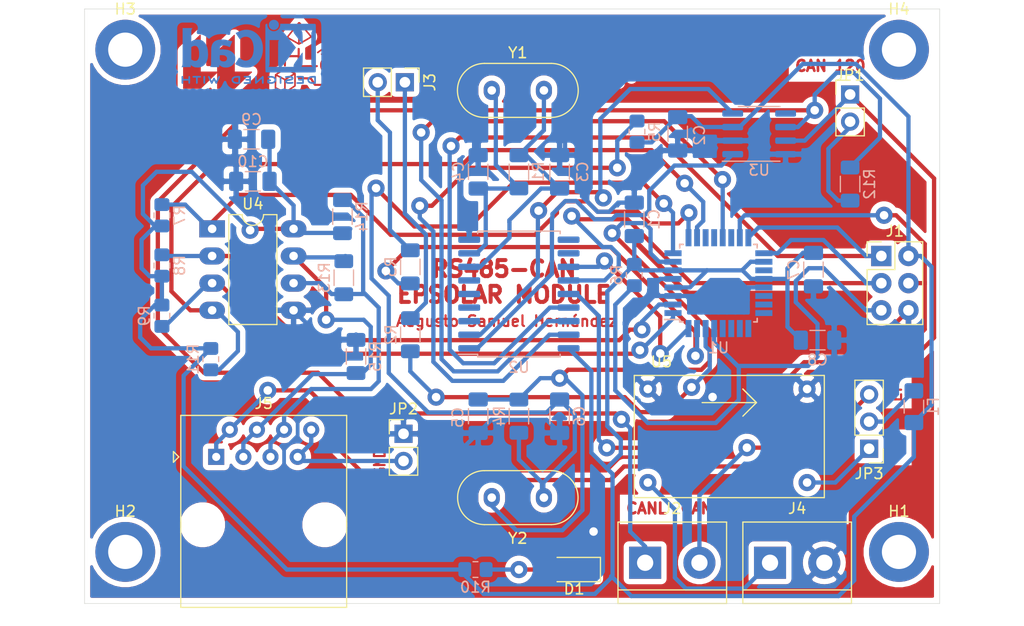
<source format=kicad_pcb>
(kicad_pcb (version 20171130) (host pcbnew "(5.1.9)-1")
  (title_block (title "Módulo RS485  a CAN para EP-SOLAR") (date 2021-04-22) (rev 1.0) (company "Universidad de La Laguna") (comment 1 "Augusto Samuel Hernández Martín"))
  (layers (0 F.Cu signal) (31 B.Cu signal) (34 B.Paste user) (35 F.Paste user) (36 B.SilkS user) (37 F.SilkS user) (38 B.Mask user) (39 F.Mask user) (44 Edge.Cuts user))
  (net 0 "")
  (net 1 GND)
  (net 2 +5V)
  (net 3 "Net-(C3-Pad2)")
  (net 4 "Net-(C4-Pad2)")
  (net 5 "Net-(C5-Pad2)")
  (net 6 "Net-(C6-Pad2)")
  (net 7 /RESET)
  (net 8 /MOSI)
  (net 9 /SCK)
  (net 10 /MISO)
  (net 11 CANH)
  (net 12 CANL)
  (net 13 TX_TTL)
  (net 14 RX_TTL)
  (net 15 "Net-(R2-Pad2)")
  (net 16 "Net-(R3-Pad2)")
  (net 17 /SS_MCP)
  (net 18 MCP_INT)
  (net 19 "Net-(U2-Pad11)")
  (net 20 "Net-(U2-Pad10)")
  (net 21 "Net-(U2-Pad6)")
  (net 22 "Net-(U2-Pad5)")
  (net 23 "Net-(U2-Pad4)")
  (net 24 "Net-(U2-Pad3)")
  (net 25 RXCAN)
  (net 26 TXCAN)
  (net 27 "Net-(U1-Pad28)")
  (net 28 "Net-(U1-Pad27)")
  (net 29 "Net-(U1-Pad26)")
  (net 30 "Net-(U1-Pad25)")
  (net 31 "Net-(U1-Pad23)")
  (net 32 "Net-(U1-Pad22)")
  (net 33 "Net-(U1-Pad19)")
  (net 34 "Net-(U1-Pad14)")
  (net 35 "Net-(U1-Pad12)")
  (net 36 "Net-(U1-Pad11)")
  (net 37 "Net-(D1-Pad2)")
  (net 38 5V-PreFuse)
  (net 39 +12V)
  (net 40 GND-EPSOLAR)
  (net 41 A)
  (net 42 B)
  (net 43 5V-EPSOLAR)
  (net 44 "Net-(JP1-Pad2)")
  (net 45 5V-MP2307)
  (net 46 "Net-(R5-Pad2)")
  (net 47 RO-485)
  (net 48 RE-485)
  (net 49 DE-485)
  (net 50 DI-485)
  (net 51 "Net-(U1-Pad24)")
  (net 52 "Net-(U3-Pad5)")
  (module Symbol:KiCad-Logo2_5mm_Copper (layer B.Cu) (at 128.2065 76.835 180)
    (fp_text reference REF** hide)
    (fp_text value KiCad-Logo2_5mm_Copper hide)
    (fp_poly (pts (xy 6.228823 -2.274533) (xy 6.260202 -2.296776) (xy 6.287911 -2.324485) (xy 6.287911 -2.63392) (xy 6.287838 -2.725799) (xy 6.287495 -2.79784) (xy 6.286692 -2.85278) (xy 6.285241 -2.89336) (xy 6.282952 -2.922317) (xy 6.279636 -2.942391) (xy 6.275105 -2.956321) (xy 6.269169 -2.966845) (xy 6.264514 -2.9731) (xy 6.233783 -2.997673) (xy 6.198496 -3.000341) (xy 6.166245 -2.985271) (xy 6.155588 -2.976374) (xy 6.148464 -2.964557) (xy 6.144167 -2.945526) (xy 6.141991 -2.914992) (xy 6.141228 -2.868662) (xy 6.141155 -2.832871) (xy 6.141155 -2.698045) (xy 5.644444 -2.698045) (xy 5.644444 -2.8207) (xy 5.643931 -2.876787) (xy 5.641876 -2.915333) (xy 5.637508 -2.941361) (xy 5.630056 -2.959897) (xy 5.621047 -2.9731) (xy 5.590144 -2.997604) (xy 5.555196 -3.000506) (xy 5.521738 -2.983089) (xy 5.512604 -2.973959) (xy 5.506152 -2.961855) (xy 5.501897 -2.943001) (xy 5.499352 -2.91362) (xy 5.498029 -2.869937) (xy 5.497443 -2.808175) (xy 5.497375 -2.794) (xy 5.496891 -2.677631) (xy 5.496641 -2.581727) (xy 5.496723 -2.504177) (xy 5.497231 -2.442869) (xy 5.498262 -2.39569) (xy 5.499913 -2.36053) (xy 5.502279 -2.335276) (xy 5.505457 -2.317817) (xy 5.509544 -2.306041) (xy 5.514634 -2.297835) (xy 5.520266 -2.291645) (xy 5.552128 -2.271844) (xy 5.585357 -2.274533) (xy 5.616735 -2.296776) (xy 5.629433 -2.311126) (xy 5.637526 -2.326978) (xy 5.642042 -2.349554) (xy 5.644006 -2.384078) (xy 5.644444 -2.435776) (xy 5.644444 -2.551289) (xy 6.141155 -2.551289) (xy 6.141155 -2.432756) (xy 6.141662 -2.378148) (xy 6.143698 -2.341275) (xy 6.148035 -2.317307) (xy 6.155447 -2.301415) (xy 6.163733 -2.291645) (xy 6.195594 -2.271844) (xy 6.228823 -2.274533)) (layer B.Cu) (width 0.01))
    (fp_poly (pts (xy 4.963065 -2.269163) (xy 5.041772 -2.269542) (xy 5.102863 -2.270333) (xy 5.148817 -2.27167) (xy 5.182114 -2.273683) (xy 5.205236 -2.276506) (xy 5.220662 -2.280269) (xy 5.230871 -2.285105) (xy 5.235813 -2.288822) (xy 5.261457 -2.321358) (xy 5.264559 -2.355138) (xy 5.248711 -2.385826) (xy 5.238348 -2.398089) (xy 5.227196 -2.40645) (xy 5.211035 -2.411657) (xy 5.185642 -2.414457) (xy 5.146798 -2.415596) (xy 5.09028 -2.415821) (xy 5.07918 -2.415822) (xy 4.933244 -2.415822) (xy 4.933244 -2.686756) (xy 4.933148 -2.772154) (xy 4.932711 -2.837864) (xy 4.931712 -2.886774) (xy 4.929928 -2.921773) (xy 4.927137 -2.945749) (xy 4.923117 -2.961593) (xy 4.917645 -2.972191) (xy 4.910666 -2.980267) (xy 4.877734 -3.000112) (xy 4.843354 -2.998548) (xy 4.812176 -2.975906) (xy 4.809886 -2.9731) (xy 4.802429 -2.962492) (xy 4.796747 -2.950081) (xy 4.792601 -2.93285) (xy 4.78975 -2.907784) (xy 4.787954 -2.871867) (xy 4.786972 -2.822083) (xy 4.786564 -2.755417) (xy 4.786489 -2.679589) (xy 4.786489 -2.415822) (xy 4.647127 -2.415822) (xy 4.587322 -2.415418) (xy 4.545918 -2.41384) (xy 4.518748 -2.410547) (xy 4.501646 -2.404992) (xy 4.490443 -2.396631) (xy 4.489083 -2.395178) (xy 4.472725 -2.361939) (xy 4.474172 -2.324362) (xy 4.492978 -2.291645) (xy 4.50025 -2.285298) (xy 4.509627 -2.280266) (xy 4.523609 -2.276396) (xy 4.544696 -2.273537) (xy 4.575389 -2.271535) (xy 4.618189 -2.270239) (xy 4.675595 -2.269498) (xy 4.75011 -2.269158) (xy 4.844233 -2.269068) (xy 4.86426 -2.269067) (xy 4.963065 -2.269163)) (layer B.Cu) (width 0.01))
    (fp_poly (pts (xy 4.188614 -2.275877) (xy 4.212327 -2.290647) (xy 4.238978 -2.312227) (xy 4.238978 -2.633773) (xy 4.238893 -2.72783) (xy 4.238529 -2.801932) (xy 4.237724 -2.858704) (xy 4.236313 -2.900768) (xy 4.234133 -2.930748) (xy 4.231021 -2.951267) (xy 4.226814 -2.964949) (xy 4.221348 -2.974416) (xy 4.217472 -2.979082) (xy 4.186034 -2.999575) (xy 4.150233 -2.998739) (xy 4.118873 -2.981264) (xy 4.092222 -2.959684) (xy 4.092222 -2.312227) (xy 4.118873 -2.290647) (xy 4.144594 -2.274949) (xy 4.1656 -2.269067) (xy 4.188614 -2.275877)) (layer B.Cu) (width 0.01))
    (fp_poly (pts (xy 3.744665 -2.271034) (xy 3.764255 -2.278035) (xy 3.76501 -2.278377) (xy 3.791613 -2.298678) (xy 3.80627 -2.319561) (xy 3.809138 -2.329352) (xy 3.808996 -2.342361) (xy 3.804961 -2.360895) (xy 3.796146 -2.387257) (xy 3.781669 -2.423752) (xy 3.760645 -2.472687) (xy 3.732188 -2.536365) (xy 3.695415 -2.617093) (xy 3.675175 -2.661216) (xy 3.638625 -2.739985) (xy 3.604315 -2.812423) (xy 3.573552 -2.87588) (xy 3.547648 -2.927708) (xy 3.52791 -2.965259) (xy 3.51565 -2.985884) (xy 3.513224 -2.988733) (xy 3.482183 -3.001302) (xy 3.447121 -2.999619) (xy 3.419 -2.984332) (xy 3.417854 -2.983089) (xy 3.406668 -2.966154) (xy 3.387904 -2.93317) (xy 3.363875 -2.88838) (xy 3.336897 -2.836032) (xy 3.327201 -2.816742) (xy 3.254014 -2.67015) (xy 3.17424 -2.829393) (xy 3.145767 -2.884415) (xy 3.11935 -2.932132) (xy 3.097148 -2.968893) (xy 3.081319 -2.991044) (xy 3.075954 -2.995741) (xy 3.034257 -3.002102) (xy 2.999849 -2.988733) (xy 2.989728 -2.974446) (xy 2.972214 -2.942692) (xy 2.948735 -2.896597) (xy 2.92072 -2.839285) (xy 2.889599 -2.77388) (xy 2.856799 -2.703507) (xy 2.82375 -2.631291) (xy 2.791881 -2.560355) (xy 2.762619 -2.493825) (xy 2.737395 -2.434826) (xy 2.717636 -2.386481) (xy 2.704772 -2.351915) (xy 2.700231 -2.334253) (xy 2.700277 -2.333613) (xy 2.711326 -2.311388) (xy 2.73341 -2.288753) (xy 2.73471 -2.287768) (xy 2.761853 -2.272425) (xy 2.786958 -2.272574) (xy 2.796368 -2.275466) (xy 2.807834 -2.281718) (xy 2.82001 -2.294014) (xy 2.834357 -2.314908) (xy 2.852336 -2.346949) (xy 2.875407 -2.392688) (xy 2.90503 -2.454677) (xy 2.931745 -2.511898) (xy 2.96248 -2.578226) (xy 2.990021 -2.637874) (xy 3.012938 -2.687725) (xy 3.029798 -2.724664) (xy 3.039173 -2.745573) (xy 3.04054 -2.748845) (xy 3.046689 -2.743497) (xy 3.060822 -2.721109) (xy 3.081057 -2.684946) (xy 3.105515 -2.638277) (xy 3.115248 -2.619022) (xy 3.148217 -2.554004) (xy 3.173643 -2.506654) (xy 3.193612 -2.474219) (xy 3.21021 -2.453946) (xy 3.225524 -2.443082) (xy 3.24164 -2.438875) (xy 3.252143 -2.4384) (xy 3.27067 -2.440042) (xy 3.286904 -2.446831) (xy 3.303035 -2.461566) (xy 3.321251 -2.487044) (xy 3.343739 -2.526061) (xy 3.372689 -2.581414) (xy 3.388662 -2.612903) (xy 3.41457 -2.663087) (xy 3.437167 -2.704704) (xy 3.454458 -2.734242) (xy 3.46445 -2.748189) (xy 3.465809 -2.74877) (xy 3.472261 -2.737793) (xy 3.486708 -2.70929) (xy 3.507703 -2.666244) (xy 3.533797 -2.611638) (xy 3.563546 -2.548454) (xy 3.57818 -2.517071) (xy 3.61625 -2.436078) (xy 3.646905 -2.373756) (xy 3.671737 -2.328071) (xy 3.692337 -2.296989) (xy 3.710298 -2.278478) (xy 3.72721 -2.270504) (xy 3.744665 -2.271034)) (layer B.Cu) (width 0.01))
    (fp_poly (pts (xy 1.018309 -2.269275) (xy 1.147288 -2.273636) (xy 1.256991 -2.286861) (xy 1.349226 -2.309741) (xy 1.425802 -2.34307) (xy 1.488527 -2.387638) (xy 1.539212 -2.444236) (xy 1.579663 -2.513658) (xy 1.580459 -2.515351) (xy 1.604601 -2.577483) (xy 1.613203 -2.632509) (xy 1.606231 -2.687887) (xy 1.583654 -2.751073) (xy 1.579372 -2.760689) (xy 1.550172 -2.816966) (xy 1.517356 -2.860451) (xy 1.475002 -2.897417) (xy 1.41719 -2.934135) (xy 1.413831 -2.936052) (xy 1.363504 -2.960227) (xy 1.306621 -2.978282) (xy 1.239527 -2.990839) (xy 1.158565 -2.998522) (xy 1.060082 -3.001953) (xy 1.025286 -3.002251) (xy 0.859594 -3.002845) (xy 0.836197 -2.9731) (xy 0.829257 -2.963319) (xy 0.823842 -2.951897) (xy 0.819765 -2.936095) (xy 0.816837 -2.913175) (xy 0.814867 -2.880396) (xy 0.814225 -2.856089) (xy 0.970844 -2.856089) (xy 1.064726 -2.856089) (xy 1.119664 -2.854483) (xy 1.17606 -2.850255) (xy 1.222345 -2.844292) (xy 1.225139 -2.84379) (xy 1.307348 -2.821736) (xy 1.371114 -2.7886) (xy 1.418452 -2.742847) (xy 1.451382 -2.682939) (xy 1.457108 -2.667061) (xy 1.462721 -2.642333) (xy 1.460291 -2.617902) (xy 1.448467 -2.5854) (xy 1.44134 -2.569434) (xy 1.418 -2.527006) (xy 1.38988 -2.49724) (xy 1.35894 -2.476511) (xy 1.296966 -2.449537) (xy 1.217651 -2.429998) (xy 1.125253 -2.418746) (xy 1.058333 -2.41627) (xy 0.970844 -2.415822) (xy 0.970844 -2.856089) (xy 0.814225 -2.856089) (xy 0.813668 -2.835021) (xy 0.81305 -2.774311) (xy 0.812825 -2.695526) (xy 0.8128 -2.63392) (xy 0.8128 -2.324485) (xy 0.840509 -2.296776) (xy 0.852806 -2.285544) (xy 0.866103 -2.277853) (xy 0.884672 -2.27304) (xy 0.912786 -2.270446) (xy 0.954717 -2.26941) (xy 1.014737 -2.26927) (xy 1.018309 -2.269275)) (layer B.Cu) (width 0.01))
    (fp_poly (pts (xy 0.230343 -2.26926) (xy 0.306701 -2.270174) (xy 0.365217 -2.272311) (xy 0.408255 -2.276175) (xy 0.438183 -2.282267) (xy 0.457368 -2.29109) (xy 0.468176 -2.303146) (xy 0.472973 -2.318939) (xy 0.474127 -2.33897) (xy 0.474133 -2.341335) (xy 0.473131 -2.363992) (xy 0.468396 -2.381503) (xy 0.457333 -2.394574) (xy 0.437348 -2.403913) (xy 0.405846 -2.410227) (xy 0.360232 -2.414222) (xy 0.297913 -2.416606) (xy 0.216293 -2.418086) (xy 0.191277 -2.418414) (xy -0.0508 -2.421467) (xy -0.054186 -2.486378) (xy -0.057571 -2.551289) (xy 0.110576 -2.551289) (xy 0.176266 -2.551531) (xy 0.223172 -2.552556) (xy 0.255083 -2.554811) (xy 0.275791 -2.558742) (xy 0.289084 -2.564798) (xy 0.298755 -2.573424) (xy 0.298817 -2.573493) (xy 0.316356 -2.607112) (xy 0.315722 -2.643448) (xy 0.297314 -2.674423) (xy 0.293671 -2.677607) (xy 0.280741 -2.685812) (xy 0.263024 -2.691521) (xy 0.23657 -2.695162) (xy 0.197432 -2.697167) (xy 0.141662 -2.697964) (xy 0.105994 -2.698045) (xy -0.056445 -2.698045) (xy -0.056445 -2.856089) (xy 0.190161 -2.856089) (xy 0.27158 -2.856231) (xy 0.33341 -2.856814) (xy 0.378637 -2.858068) (xy 0.410248 -2.860227) (xy 0.431231 -2.863523) (xy 0.444573 -2.868189) (xy 0.453261 -2.874457) (xy 0.45545 -2.876733) (xy 0.471614 -2.90828) (xy 0.472797 -2.944168) (xy 0.459536 -2.975285) (xy 0.449043 -2.985271) (xy 0.438129 -2.990769) (xy 0.421217 -2.995022) (xy 0.395633 -2.99818) (xy 0.358701 -3.000392) (xy 0.307746 -3.001806) (xy 0.240094 -3.002572) (xy 0.153069 -3.002838) (xy 0.133394 -3.002845) (xy 0.044911 -3.002787) (xy -0.023773 -3.002467) (xy -0.075436 -3.001667) (xy -0.112855 -3.000167) (xy -0.13881 -2.997749) (xy -0.156078 -2.994194) (xy -0.167438 -2.989282) (xy -0.175668 -2.982795) (xy -0.180183 -2.978138) (xy -0.186979 -2.969889) (xy -0.192288 -2.959669) (xy -0.196294 -2.9448) (xy -0.199179 -2.922602) (xy -0.201126 -2.890393) (xy -0.202319 -2.845496) (xy -0.202939 -2.785228) (xy -0.203171 -2.706911) (xy -0.2032 -2.640994) (xy -0.203129 -2.548628) (xy -0.202792 -2.476117) (xy -0.202002 -2.420737) (xy -0.200574 -2.379765) (xy -0.198321 -2.350478) (xy -0.195057 -2.330153) (xy -0.190596 -2.316066) (xy -0.184752 -2.305495) (xy -0.179803 -2.298811) (xy -0.156406 -2.269067) (xy 0.133774 -2.269067) (xy 0.230343 -2.26926)) (layer B.Cu) (width 0.01))
    (fp_poly (pts (xy -1.300114 -2.273448) (xy -1.276548 -2.287273) (xy -1.245735 -2.309881) (xy -1.206078 -2.342338) (xy -1.15598 -2.385708) (xy -1.093843 -2.441058) (xy -1.018072 -2.509451) (xy -0.931334 -2.588084) (xy -0.750711 -2.751878) (xy -0.745067 -2.532029) (xy -0.743029 -2.456351) (xy -0.741063 -2.399994) (xy -0.738734 -2.359706) (xy -0.735606 -2.332235) (xy -0.731245 -2.314329) (xy -0.725216 -2.302737) (xy -0.717084 -2.294208) (xy -0.712772 -2.290623) (xy -0.678241 -2.27167) (xy -0.645383 -2.274441) (xy -0.619318 -2.290633) (xy -0.592667 -2.312199) (xy -0.589352 -2.627151) (xy -0.588435 -2.719779) (xy -0.587968 -2.792544) (xy -0.588113 -2.848161) (xy -0.589032 -2.889342) (xy -0.590887 -2.918803) (xy -0.593839 -2.939255) (xy -0.59805 -2.953413) (xy -0.603682 -2.963991) (xy -0.609927 -2.972474) (xy -0.623439 -2.988207) (xy -0.636883 -2.998636) (xy -0.652124 -3.002639) (xy -0.671026 -2.999094) (xy -0.695455 -2.986879) (xy -0.727273 -2.964871) (xy -0.768348 -2.931949) (xy -0.820542 -2.886991) (xy -0.885722 -2.828875) (xy -0.959556 -2.762099) (xy -1.224845 -2.521458) (xy -1.230489 -2.740589) (xy -1.232531 -2.816128) (xy -1.234502 -2.872354) (xy -1.236839 -2.912524) (xy -1.239981 -2.939896) (xy -1.244364 -2.957728) (xy -1.250424 -2.969279) (xy -1.2586 -2.977807) (xy -1.262784 -2.981282) (xy -1.299765 -3.000372) (xy -1.334708 -2.997493) (xy -1.365136 -2.9731) (xy -1.372097 -2.963286) (xy -1.377523 -2.951826) (xy -1.381603 -2.935968) (xy -1.384529 -2.912963) (xy -1.386492 -2.880062) (xy -1.387683 -2.834516) (xy -1.388292 -2.773573) (xy -1.388511 -2.694486) (xy -1.388534 -2.635956) (xy -1.38846 -2.544407) (xy -1.388113 -2.472687) (xy -1.387301 -2.418045) (xy -1.385833 -2.377732) (xy -1.383519 -2.348998) (xy -1.380167 -2.329093) (xy -1.375588 -2.315268) (xy -1.369589 -2.304772) (xy -1.365136 -2.298811) (xy -1.35385 -2.284691) (xy -1.343301 -2.274029) (xy -1.331893 -2.267892) (xy -1.31803 -2.267343) (xy -1.300114 -2.273448)) (layer B.Cu) (width 0.01))
    (fp_poly (pts (xy -1.950081 -2.274599) (xy -1.881565 -2.286095) (xy -1.828943 -2.303967) (xy -1.794708 -2.327499) (xy -1.785379 -2.340924) (xy -1.775893 -2.372148) (xy -1.782277 -2.400395) (xy -1.80243 -2.427182) (xy -1.833745 -2.439713) (xy -1.879183 -2.438696) (xy -1.914326 -2.431906) (xy -1.992419 -2.418971) (xy -2.072226 -2.417742) (xy -2.161555 -2.428241) (xy -2.186229 -2.43269) (xy -2.269291 -2.456108) (xy -2.334273 -2.490945) (xy -2.380461 -2.536604) (xy -2.407145 -2.592494) (xy -2.412663 -2.621388) (xy -2.409051 -2.680012) (xy -2.385729 -2.731879) (xy -2.344824 -2.775978) (xy -2.288459 -2.811299) (xy -2.21876 -2.836829) (xy -2.137852 -2.851559) (xy -2.04786 -2.854478) (xy -1.95091 -2.844575) (xy -1.945436 -2.843641) (xy -1.906875 -2.836459) (xy -1.885494 -2.829521) (xy -1.876227 -2.819227) (xy -1.874006 -2.801976) (xy -1.873956 -2.792841) (xy -1.873956 -2.754489) (xy -1.942431 -2.754489) (xy -2.0029 -2.750347) (xy -2.044165 -2.737147) (xy -2.068175 -2.71373) (xy -2.076877 -2.678936) (xy -2.076983 -2.674394) (xy -2.071892 -2.644654) (xy -2.054433 -2.623419) (xy -2.021939 -2.609366) (xy -1.971743 -2.601173) (xy -1.923123 -2.598161) (xy -1.852456 -2.596433) (xy -1.801198 -2.59907) (xy -1.766239 -2.6088) (xy -1.74447 -2.628353) (xy -1.73278 -2.660456) (xy -1.72806 -2.707838) (xy -1.7272 -2.770071) (xy -1.728609 -2.839535) (xy -1.732848 -2.886786) (xy -1.739936 -2.912012) (xy -1.741311 -2.913988) (xy -1.780228 -2.945508) (xy -1.837286 -2.97047) (xy -1.908869 -2.98834) (xy -1.991358 -2.998586) (xy -2.081139 -3.000673) (xy -2.174592 -2.994068) (xy -2.229556 -2.985956) (xy -2.315766 -2.961554) (xy -2.395892 -2.921662) (xy -2.462977 -2.869887) (xy -2.473173 -2.859539) (xy -2.506302 -2.816035) (xy -2.536194 -2.762118) (xy -2.559357 -2.705592) (xy -2.572298 -2.654259) (xy -2.573858 -2.634544) (xy -2.567218 -2.593419) (xy -2.549568 -2.542252) (xy -2.524297 -2.488394) (xy -2.494789 -2.439195) (xy -2.468719 -2.406334) (xy -2.407765 -2.357452) (xy -2.328969 -2.318545) (xy -2.235157 -2.290494) (xy -2.12915 -2.274179) (xy -2.032 -2.270192) (xy -1.950081 -2.274599)) (layer B.Cu) (width 0.01))
    (fp_poly (pts (xy -2.923822 -2.291645) (xy -2.917242 -2.299218) (xy -2.912079 -2.308987) (xy -2.908164 -2.323571) (xy -2.905324 -2.345585) (xy -2.903387 -2.377648) (xy -2.902183 -2.422375) (xy -2.901539 -2.482385) (xy -2.901284 -2.560294) (xy -2.901245 -2.635956) (xy -2.901314 -2.729802) (xy -2.901638 -2.803689) (xy -2.902386 -2.860232) (xy -2.903732 -2.902049) (xy -2.905846 -2.931757) (xy -2.9089 -2.951973) (xy -2.913066 -2.965314) (xy -2.918516 -2.974398) (xy -2.923822 -2.980267) (xy -2.956826 -2.999947) (xy -2.991991 -2.998181) (xy -3.023455 -2.976717) (xy -3.030684 -2.968337) (xy -3.036334 -2.958614) (xy -3.040599 -2.944861) (xy -3.043673 -2.924389) (xy -3.045752 -2.894512) (xy -3.04703 -2.852541) (xy -3.047701 -2.795789) (xy -3.047959 -2.721567) (xy -3.048 -2.637537) (xy -3.048 -2.324485) (xy -3.020291 -2.296776) (xy -2.986137 -2.273463) (xy -2.953006 -2.272623) (xy -2.923822 -2.291645)) (layer B.Cu) (width 0.01))
    (fp_poly (pts (xy -3.691703 -2.270351) (xy -3.616888 -2.275581) (xy -3.547306 -2.28375) (xy -3.487002 -2.29455) (xy -3.44002 -2.307673) (xy -3.410406 -2.322813) (xy -3.40586 -2.327269) (xy -3.390054 -2.36185) (xy -3.394847 -2.397351) (xy -3.419364 -2.427725) (xy -3.420534 -2.428596) (xy -3.434954 -2.437954) (xy -3.450008 -2.442876) (xy -3.471005 -2.443473) (xy -3.503257 -2.439861) (xy -3.552073 -2.432154) (xy -3.556 -2.431505) (xy -3.628739 -2.422569) (xy -3.707217 -2.418161) (xy -3.785927 -2.418119) (xy -3.859361 -2.422279) (xy -3.922011 -2.430479) (xy -3.96837 -2.442557) (xy -3.971416 -2.443771) (xy -4.005048 -2.462615) (xy -4.016864 -2.481685) (xy -4.007614 -2.500439) (xy -3.978047 -2.518337) (xy -3.928911 -2.534837) (xy -3.860957 -2.549396) (xy -3.815645 -2.556406) (xy -3.721456 -2.569889) (xy -3.646544 -2.582214) (xy -3.587717 -2.594449) (xy -3.541785 -2.607661) (xy -3.505555 -2.622917) (xy -3.475838 -2.641285) (xy -3.449442 -2.663831) (xy -3.42823 -2.685971) (xy -3.403065 -2.716819) (xy -3.390681 -2.743345) (xy -3.386808 -2.776026) (xy -3.386667 -2.787995) (xy -3.389576 -2.827712) (xy -3.401202 -2.857259) (xy -3.421323 -2.883486) (xy -3.462216 -2.923576) (xy -3.507817 -2.954149) (xy -3.561513 -2.976203) (xy -3.626692 -2.990735) (xy -3.706744 -2.998741) (xy -3.805057 -3.001218) (xy -3.821289 -3.001177) (xy -3.886849 -2.999818) (xy -3.951866 -2.99673) (xy -4.009252 -2.992356) (xy -4.051922 -2.98714) (xy -4.055372 -2.986541) (xy -4.097796 -2.976491) (xy -4.13378 -2.963796) (xy -4.15415 -2.95219) (xy -4.173107 -2.921572) (xy -4.174427 -2.885918) (xy -4.158085 -2.854144) (xy -4.154429 -2.850551) (xy -4.139315 -2.839876) (xy -4.120415 -2.835276) (xy -4.091162 -2.836059) (xy -4.055651 -2.840127) (xy -4.01597 -2.843762) (xy -3.960345 -2.846828) (xy -3.895406 -2.849053) (xy -3.827785 -2.850164) (xy -3.81 -2.850237) (xy -3.742128 -2.849964) (xy -3.692454 -2.848646) (xy -3.65661 -2.845827) (xy -3.630224 -2.84105) (xy -3.608926 -2.833857) (xy -3.596126 -2.827867) (xy -3.568 -2.811233) (xy -3.550068 -2.796168) (xy -3.547447 -2.791897) (xy -3.552976 -2.774263) (xy -3.57926 -2.757192) (xy -3.624478 -2.741458) (xy -3.686808 -2.727838) (xy -3.705171 -2.724804) (xy -3.80109 -2.709738) (xy -3.877641 -2.697146) (xy -3.93778 -2.686111) (xy -3.98446 -2.67572) (xy -4.020637 -2.665056) (xy -4.049265 -2.653205) (xy -4.073298 -2.639251) (xy -4.095692 -2.622281) (xy -4.119402 -2.601378) (xy -4.12738 -2.594049) (xy -4.155353 -2.566699) (xy -4.17016 -2.545029) (xy -4.175952 -2.520232) (xy -4.176889 -2.488983) (xy -4.166575 -2.427705) (xy -4.135752 -2.37564) (xy -4.084595 -2.332958) (xy -4.013283 -2.299825) (xy -3.9624 -2.284964) (xy -3.9071 -2.275366) (xy -3.840853 -2.269936) (xy -3.767706 -2.268367) (xy -3.691703 -2.270351)) (layer B.Cu) (width 0.01))
    (fp_poly (pts (xy -4.712794 -2.269146) (xy -4.643386 -2.269518) (xy -4.590997 -2.270385) (xy -4.552847 -2.271946) (xy -4.526159 -2.274403) (xy -4.508153 -2.277957) (xy -4.496049 -2.28281) (xy -4.487069 -2.289161) (xy -4.483818 -2.292084) (xy -4.464043 -2.323142) (xy -4.460482 -2.358828) (xy -4.473491 -2.39051) (xy -4.479506 -2.396913) (xy -4.489235 -2.403121) (xy -4.504901 -2.40791) (xy -4.529408 -2.411514) (xy -4.565661 -2.414164) (xy -4.616565 -2.416095) (xy -4.685026 -2.417539) (xy -4.747617 -2.418418) (xy -4.995334 -2.421467) (xy -4.998719 -2.486378) (xy -5.002105 -2.551289) (xy -4.833958 -2.551289) (xy -4.760959 -2.551919) (xy -4.707517 -2.554553) (xy -4.670628 -2.560309) (xy -4.647288 -2.570304) (xy -4.634494 -2.585656) (xy -4.629242 -2.607482) (xy -4.628445 -2.627738) (xy -4.630923 -2.652592) (xy -4.640277 -2.670906) (xy -4.659383 -2.683637) (xy -4.691118 -2.691741) (xy -4.738359 -2.696176) (xy -4.803983 -2.697899) (xy -4.839801 -2.698045) (xy -5.000978 -2.698045) (xy -5.000978 -2.856089) (xy -4.752622 -2.856089) (xy -4.671213 -2.856202) (xy -4.609342 -2.856712) (xy -4.563968 -2.85787) (xy -4.532054 -2.85993) (xy -4.510559 -2.863146) (xy -4.496443 -2.867772) (xy -4.486668 -2.874059) (xy -4.481689 -2.878667) (xy -4.46461 -2.90556) (xy -4.459111 -2.929467) (xy -4.466963 -2.958667) (xy -4.481689 -2.980267) (xy -4.489546 -2.987066) (xy -4.499688 -2.992346) (xy -4.514844 -2.996298) (xy -4.537741 -2.999113) (xy -4.571109 -3.000982) (xy -4.617675 -3.002098) (xy -4.680167 -3.002651) (xy -4.761314 -3.002833) (xy -4.803422 -3.002845) (xy -4.893598 -3.002765) (xy -4.963924 -3.002398) (xy -5.017129 -3.001552) (xy -5.05594 -3.000036) (xy -5.083087 -2.997659) (xy -5.101298 -2.994229) (xy -5.1133 -2.989554) (xy -5.121822 -2.983444) (xy -5.125156 -2.980267) (xy -5.131755 -2.97267) (xy -5.136927 -2.96287) (xy -5.140846 -2.948239) (xy -5.143684 -2.926152) (xy -5.145615 -2.893982) (xy -5.146812 -2.849103) (xy -5.147448 -2.788889) (xy -5.147697 -2.710713) (xy -5.147734 -2.637923) (xy -5.1477 -2.544707) (xy -5.147465 -2.471431) (xy -5.14683 -2.415458) (xy -5.145594 -2.374151) (xy -5.143556 -2.344872) (xy -5.140517 -2.324984) (xy -5.136277 -2.31185) (xy -5.130635 -2.302832) (xy -5.123391 -2.295293) (xy -5.121606 -2.293612) (xy -5.112945 -2.286172) (xy -5.102882 -2.280409) (xy -5.088625 -2.276112) (xy -5.067383 -2.273064) (xy -5.036364 -2.271051) (xy -4.992777 -2.26986) (xy -4.933831 -2.269275) (xy -4.856734 -2.269083) (xy -4.802001 -2.269067) (xy -4.712794 -2.269146)) (layer B.Cu) (width 0.01))
    (fp_poly (pts (xy -6.121371 -2.269066) (xy -6.081889 -2.269467) (xy -5.9662 -2.272259) (xy -5.869311 -2.28055) (xy -5.787919 -2.295232) (xy -5.718723 -2.317193) (xy -5.65842 -2.347322) (xy -5.603708 -2.38651) (xy -5.584167 -2.403532) (xy -5.55175 -2.443363) (xy -5.52252 -2.497413) (xy -5.499991 -2.557323) (xy -5.487679 -2.614739) (xy -5.4864 -2.635956) (xy -5.494417 -2.694769) (xy -5.515899 -2.759013) (xy -5.546999 -2.819821) (xy -5.583866 -2.86833) (xy -5.589854 -2.874182) (xy -5.640579 -2.915321) (xy -5.696125 -2.947435) (xy -5.759696 -2.971365) (xy -5.834494 -2.987953) (xy -5.923722 -2.998041) (xy -6.030582 -3.002469) (xy -6.079528 -3.002845) (xy -6.141762 -3.002545) (xy -6.185528 -3.001292) (xy -6.214931 -2.998554) (xy -6.234079 -2.993801) (xy -6.247077 -2.986501) (xy -6.254045 -2.980267) (xy -6.260626 -2.972694) (xy -6.265788 -2.962924) (xy -6.269703 -2.94834) (xy -6.272543 -2.926326) (xy -6.27448 -2.894264) (xy -6.275684 -2.849536) (xy -6.276328 -2.789526) (xy -6.276583 -2.711617) (xy -6.276622 -2.635956) (xy -6.27687 -2.535041) (xy -6.276817 -2.454427) (xy -6.275857 -2.415822) (xy -6.129867 -2.415822) (xy -6.129867 -2.856089) (xy -6.036734 -2.856004) (xy -5.980693 -2.854396) (xy -5.921999 -2.850256) (xy -5.873028 -2.844464) (xy -5.871538 -2.844226) (xy -5.792392 -2.82509) (xy -5.731002 -2.795287) (xy -5.684305 -2.752878) (xy -5.654635 -2.706961) (xy -5.636353 -2.656026) (xy -5.637771 -2.6082) (xy -5.658988 -2.556933) (xy -5.700489 -2.503899) (xy -5.757998 -2.4646) (xy -5.83275 -2.438331) (xy -5.882708 -2.429035) (xy -5.939416 -2.422507) (xy -5.999519 -2.417782) (xy -6.050639 -2.415817) (xy -6.053667 -2.415808) (xy -6.129867 -2.415822) (xy -6.275857 -2.415822) (xy -6.27526 -2.391851) (xy -6.270998 -2.345055) (xy -6.26283 -2.311778) (xy -6.249556 -2.289759) (xy -6.229974 -2.276739) (xy -6.202883 -2.270457) (xy -6.167082 -2.268653) (xy -6.121371 -2.269066)) (layer B.Cu) (width 0.01))
    (fp_poly (pts (xy -2.273043 2.973429) (xy -2.176768 2.949191) (xy -2.090184 2.906359) (xy -2.015373 2.846581) (xy -1.954418 2.771506) (xy -1.909399 2.68278) (xy -1.883136 2.58647) (xy -1.877286 2.489205) (xy -1.89214 2.395346) (xy -1.92584 2.307489) (xy -1.976528 2.22823) (xy -2.042345 2.160164) (xy -2.121434 2.105888) (xy -2.211934 2.067998) (xy -2.2632 2.055574) (xy -2.307698 2.048053) (xy -2.341999 2.045081) (xy -2.37496 2.046906) (xy -2.415434 2.053775) (xy -2.448531 2.06075) (xy -2.541947 2.092259) (xy -2.625619 2.143383) (xy -2.697665 2.212571) (xy -2.7562 2.298272) (xy -2.770148 2.325511) (xy -2.786586 2.361878) (xy -2.796894 2.392418) (xy -2.80246 2.42455) (xy -2.804669 2.465693) (xy -2.804948 2.511778) (xy -2.800861 2.596135) (xy -2.787446 2.665414) (xy -2.762256 2.726039) (xy -2.722846 2.784433) (xy -2.684298 2.828698) (xy -2.612406 2.894516) (xy -2.537313 2.939947) (xy -2.454562 2.96715) (xy -2.376928 2.977424) (xy -2.273043 2.973429)) (layer B.Cu) (width 0.01))
    (fp_poly (pts (xy 6.186507 0.527755) (xy 6.186526 0.293338) (xy 6.186552 0.080397) (xy 6.186625 -0.112168) (xy 6.186782 -0.285459) (xy 6.187064 -0.440576) (xy 6.187509 -0.57862) (xy 6.188156 -0.700692) (xy 6.189045 -0.807894) (xy 6.190213 -0.901326) (xy 6.191701 -0.98209) (xy 6.193546 -1.051286) (xy 6.195789 -1.110015) (xy 6.198469 -1.159379) (xy 6.201623 -1.200478) (xy 6.205292 -1.234413) (xy 6.209513 -1.262286) (xy 6.214327 -1.285198) (xy 6.219773 -1.304249) (xy 6.225888 -1.32054) (xy 6.232712 -1.335173) (xy 6.240285 -1.349249) (xy 6.248645 -1.363868) (xy 6.253839 -1.372974) (xy 6.288104 -1.433689) (xy 5.429955 -1.433689) (xy 5.429955 -1.337733) (xy 5.429224 -1.29437) (xy 5.427272 -1.261205) (xy 5.424463 -1.243424) (xy 5.423221 -1.241778) (xy 5.411799 -1.248662) (xy 5.389084 -1.266505) (xy 5.366385 -1.285879) (xy 5.3118 -1.326614) (xy 5.242321 -1.367617) (xy 5.16527 -1.405123) (xy 5.087965 -1.435364) (xy 5.057113 -1.445012) (xy 4.988616 -1.459578) (xy 4.905764 -1.469539) (xy 4.816371 -1.474583) (xy 4.728248 -1.474396) (xy 4.649207 -1.468666) (xy 4.611511 -1.462858) (xy 4.473414 -1.424797) (xy 4.346113 -1.367073) (xy 4.230292 -1.290211) (xy 4.126637 -1.194739) (xy 4.035833 -1.081179) (xy 3.969031 -0.970381) (xy 3.914164 -0.853625) (xy 3.872163 -0.734276) (xy 3.842167 -0.608283) (xy 3.823311 -0.471594) (xy 3.814732 -0.320158) (xy 3.814006 -0.242711) (xy 3.8161 -0.185934) (xy 4.645217 -0.185934) (xy 4.645424 -0.279002) (xy 4.648337 -0.366692) (xy 4.654 -0.443772) (xy 4.662455 -0.505009) (xy 4.665038 -0.51735) (xy 4.69684 -0.624633) (xy 4.738498 -0.711658) (xy 4.790363 -0.778642) (xy 4.852781 -0.825805) (xy 4.9261 -0.853365) (xy 5.010669 -0.861541) (xy 5.106835 -0.850551) (xy 5.170311 -0.834829) (xy 5.219454 -0.816639) (xy 5.273583 -0.790791) (xy 5.314244 -0.767089) (xy 5.3848 -0.720721) (xy 5.3848 0.42947) (xy 5.317392 0.473038) (xy 5.238867 0.51396) (xy 5.154681 0.540611) (xy 5.069557 0.552535) (xy 4.988216 0.549278) (xy 4.91538 0.530385) (xy 4.883426 0.514816) (xy 4.825501 0.471819) (xy 4.776544 0.415047) (xy 4.73539 0.342425) (xy 4.700874 0.251879) (xy 4.671833 0.141334) (xy 4.670552 0.135467) (xy 4.660381 0.073212) (xy 4.652739 -0.004594) (xy 4.64767 -0.09272) (xy 4.645217 -0.185934) (xy 3.8161 -0.185934) (xy 3.821857 -0.029895) (xy 3.843802 0.165941) (xy 3.879786 0.344668) (xy 3.929759 0.506155) (xy 3.993668 0.650274) (xy 4.071462 0.776894) (xy 4.163089 0.885885) (xy 4.268497 0.977117) (xy 4.313662 1.008068) (xy 4.414611 1.064215) (xy 4.517901 1.103826) (xy 4.627989 1.127986) (xy 4.74933 1.137781) (xy 4.841836 1.136735) (xy 4.97149 1.125769) (xy 5.084084 1.103954) (xy 5.182875 1.070286) (xy 5.271121 1.023764) (xy 5.319986 0.989552) (xy 5.349353 0.967638) (xy 5.371043 0.952667) (xy 5.379253 0.948267) (xy 5.380868 0.959096) (xy 5.382159 0.989749) (xy 5.383138 1.037474) (xy 5.383817 1.099521) (xy 5.38421 1.173138) (xy 5.38433 1.255573) (xy 5.384188 1.344075) (xy 5.383797 1.435893) (xy 5.383171 1.528276) (xy 5.38232 1.618472) (xy 5.38126 1.703729) (xy 5.380001 1.781297) (xy 5.378556 1.848424) (xy 5.376938 1.902359) (xy 5.375161 1.94035) (xy 5.374669 1.947333) (xy 5.367092 2.017749) (xy 5.355531 2.072898) (xy 5.337792 2.120019) (xy 5.311682 2.166353) (xy 5.305415 2.175933) (xy 5.280983 2.212622) (xy 6.186311 2.212622) (xy 6.186507 0.527755)) (layer B.Cu) (width 0.01))
    (fp_poly (pts (xy 2.673574 1.133448) (xy 2.825492 1.113433) (xy 2.960756 1.079798) (xy 3.080239 1.032275) (xy 3.184815 0.970595) (xy 3.262424 0.907035) (xy 3.331265 0.832901) (xy 3.385006 0.753129) (xy 3.42791 0.660909) (xy 3.443384 0.617839) (xy 3.456244 0.578858) (xy 3.467446 0.542711) (xy 3.47712 0.507566) (xy 3.485396 0.47159) (xy 3.492403 0.43295) (xy 3.498272 0.389815) (xy 3.503131 0.340351) (xy 3.50711 0.282727) (xy 3.51034 0.215109) (xy 3.512949 0.135666) (xy 3.515067 0.042564) (xy 3.516824 -0.066027) (xy 3.518349 -0.191942) (xy 3.519772 -0.337012) (xy 3.521025 -0.479778) (xy 3.522351 -0.635968) (xy 3.523556 -0.771239) (xy 3.524766 -0.887246) (xy 3.526106 -0.985645) (xy 3.5277 -1.068093) (xy 3.529675 -1.136246) (xy 3.532156 -1.19176) (xy 3.535269 -1.236292) (xy 3.539138 -1.271498) (xy 3.543889 -1.299034) (xy 3.549648 -1.320556) (xy 3.556539 -1.337722) (xy 3.564689 -1.352186) (xy 3.574223 -1.365606) (xy 3.585266 -1.379638) (xy 3.589566 -1.385071) (xy 3.605386 -1.40791) (xy 3.612422 -1.423463) (xy 3.612444 -1.423922) (xy 3.601567 -1.426121) (xy 3.570582 -1.428147) (xy 3.521957 -1.429942) (xy 3.458163 -1.431451) (xy 3.381669 -1.432616) (xy 3.294944 -1.43338) (xy 3.200457 -1.433686) (xy 3.18955 -1.433689) (xy 2.766657 -1.433689) (xy 2.763395 -1.337622) (xy 2.760133 -1.241556) (xy 2.698044 -1.292543) (xy 2.600714 -1.360057) (xy 2.490813 -1.414749) (xy 2.404349 -1.444978) (xy 2.335278 -1.459666) (xy 2.251925 -1.469659) (xy 2.162159 -1.474646) (xy 2.073845 -1.474313) (xy 1.994851 -1.468351) (xy 1.958622 -1.462638) (xy 1.818603 -1.424776) (xy 1.692178 -1.369932) (xy 1.58026 -1.298924) (xy 1.483762 -1.212568) (xy 1.4036 -1.111679) (xy 1.340687 -0.997076) (xy 1.296312 -0.870984) (xy 1.283978 -0.814401) (xy 1.276368 -0.752202) (xy 1.272739 -0.677363) (xy 1.272245 -0.643467) (xy 1.27231 -0.640282) (xy 2.032248 -0.640282) (xy 2.041541 -0.715333) (xy 2.069728 -0.77916) (xy 2.118197 -0.834798) (xy 2.123254 -0.839211) (xy 2.171548 -0.874037) (xy 2.223257 -0.89662) (xy 2.283989 -0.90854) (xy 2.359352 -0.911383) (xy 2.377459 -0.910978) (xy 2.431278 -0.908325) (xy 2.471308 -0.902909) (xy 2.506324 -0.892745) (xy 2.545103 -0.87585) (xy 2.555745 -0.870672) (xy 2.616396 -0.834844) (xy 2.663215 -0.792212) (xy 2.675952 -0.776973) (xy 2.720622 -0.720462) (xy 2.720622 -0.524586) (xy 2.720086 -0.445939) (xy 2.718396 -0.387988) (xy 2.715428 -0.348875) (xy 2.711057 -0.326741) (xy 2.706972 -0.320274) (xy 2.691047 -0.317111) (xy 2.657264 -0.314488) (xy 2.61034 -0.312655) (xy 2.554993 -0.311857) (xy 2.546106 -0.311842) (xy 2.42533 -0.317096) (xy 2.32266 -0.333263) (xy 2.236106 -0.360961) (xy 2.163681 -0.400808) (xy 2.108751 -0.447758) (xy 2.064204 -0.505645) (xy 2.03948 -0.568693) (xy 2.032248 -0.640282) (xy 1.27231 -0.640282) (xy 1.274178 -0.549712) (xy 1.282522 -0.470812) (xy 1.298768 -0.39959) (xy 1.324405 -0.328864) (xy 1.348401 -0.276493) (xy 1.40702 -0.181196) (xy 1.485117 -0.09317) (xy 1.580315 -0.014017) (xy 1.690238 0.05466) (xy 1.81251 0.111259) (xy 1.944755 0.154179) (xy 2.009422 0.169118) (xy 2.145604 0.191223) (xy 2.294049 0.205806) (xy 2.445505 0.212187) (xy 2.572064 0.210555) (xy 2.73395 0.203776) (xy 2.72653 0.262755) (xy 2.707238 0.361908) (xy 2.676104 0.442628) (xy 2.632269 0.505534) (xy 2.574871 0.551244) (xy 2.503048 0.580378) (xy 2.415941 0.593553) (xy 2.312686 0.591389) (xy 2.274711 0.587388) (xy 2.13352 0.56222) (xy 1.996707 0.521186) (xy 1.902178 0.483185) (xy 1.857018 0.46381) (xy 1.818585 0.44824) (xy 1.792234 0.438595) (xy 1.784546 0.436548) (xy 1.774802 0.445626) (xy 1.758083 0.474595) (xy 1.734232 0.523783) (xy 1.703093 0.593516) (xy 1.664507 0.684121) (xy 1.65791 0.699911) (xy 1.627853 0.772228) (xy 1.600874 0.837575) (xy 1.578136 0.893094) (xy 1.560806 0.935928) (xy 1.550048 0.963219) (xy 1.546941 0.972058) (xy 1.55694 0.976813) (xy 1.583217 0.98209) (xy 1.611489 0.985769) (xy 1.641646 0.990526) (xy 1.689433 0.999972) (xy 1.750612 1.01318) (xy 1.820946 1.029224) (xy 1.896194 1.04718) (xy 1.924755 1.054203) (xy 2.029816 1.079791) (xy 2.11748 1.099853) (xy 2.192068 1.115031) (xy 2.257903 1.125965) (xy 2.319307 1.133296) (xy 2.380602 1.137665) (xy 2.44611 1.139713) (xy 2.504128 1.140111) (xy 2.673574 1.133448)) (layer B.Cu) (width 0.01))
    (fp_poly (pts (xy 0.328429 2.050929) (xy 0.48857 2.029755) (xy 0.65251 1.989615) (xy 0.822313 1.930111) (xy 1.000043 1.850846) (xy 1.01131 1.845301) (xy 1.069005 1.817275) (xy 1.120552 1.793198) (xy 1.162191 1.774751) (xy 1.190162 1.763614) (xy 1.199733 1.761067) (xy 1.21895 1.756059) (xy 1.223561 1.751853) (xy 1.218458 1.74142) (xy 1.202418 1.715132) (xy 1.177288 1.675743) (xy 1.144914 1.626009) (xy 1.107143 1.568685) (xy 1.065822 1.506524) (xy 1.022798 1.442282) (xy 0.979917 1.378715) (xy 0.939026 1.318575) (xy 0.901971 1.26462) (xy 0.8706 1.219603) (xy 0.846759 1.186279) (xy 0.832294 1.167403) (xy 0.830309 1.165213) (xy 0.820191 1.169862) (xy 0.79785 1.187038) (xy 0.76728 1.21356) (xy 0.751536 1.228036) (xy 0.655047 1.303318) (xy 0.548336 1.358759) (xy 0.432832 1.393859) (xy 0.309962 1.40812) (xy 0.240561 1.406949) (xy 0.119423 1.389788) (xy 0.010205 1.353906) (xy -0.087418 1.299041) (xy -0.173772 1.22493) (xy -0.249185 1.131312) (xy -0.313982 1.017924) (xy -0.351399 0.931333) (xy -0.395252 0.795634) (xy -0.427572 0.64815) (xy -0.448443 0.492686) (xy -0.457949 0.333044) (xy -0.456173 0.173027) (xy -0.443197 0.016439) (xy -0.419106 -0.132918) (xy -0.383982 -0.27124) (xy -0.337908 -0.394724) (xy -0.321627 -0.428978) (xy -0.25338 -0.543064) (xy -0.172921 -0.639557) (xy -0.08143 -0.71767) (xy 0.019911 -0.776617) (xy 0.12992 -0.815612) (xy 0.247415 -0.833868) (xy 0.288883 -0.835211) (xy 0.410441 -0.82429) (xy 0.530878 -0.791474) (xy 0.648666 -0.737439) (xy 0.762277 -0.662865) (xy 0.853685 -0.584539) (xy 0.900215 -0.540008) (xy 1.081483 -0.837271) (xy 1.12658 -0.911433) (xy 1.167819 -0.979646) (xy 1.203735 -1.039459) (xy 1.232866 -1.08842) (xy 1.25375 -1.124079) (xy 1.264924 -1.143984) (xy 1.266375 -1.147079) (xy 1.258146 -1.156718) (xy 1.232567 -1.173999) (xy 1.192873 -1.197283) (xy 1.142297 -1.224934) (xy 1.084074 -1.255315) (xy 1.021437 -1.28679) (xy 0.957621 -1.317722) (xy 0.89586 -1.346473) (xy 0.839388 -1.371408) (xy 0.791438 -1.390889) (xy 0.767986 -1.399318) (xy 0.634221 -1.437133) (xy 0.496327 -1.462136) (xy 0.348622 -1.47514) (xy 0.221833 -1.477468) (xy 0.153878 -1.476373) (xy 0.088277 -1.474275) (xy 0.030847 -1.471434) (xy -0.012597 -1.468106) (xy -0.026702 -1.466422) (xy -0.165716 -1.437587) (xy -0.307243 -1.392468) (xy -0.444725 -1.33375) (xy -0.571606 -1.26412) (xy -0.649111 -1.211441) (xy -0.776519 -1.103239) (xy -0.894822 -0.976671) (xy -1.001828 -0.834866) (xy -1.095348 -0.680951) (xy -1.17319 -0.518053) (xy -1.217044 -0.400756) (xy -1.267292 -0.217128) (xy -1.300791 -0.022581) (xy -1.317551 0.178675) (xy -1.317584 0.382432) (xy -1.300899 0.584479) (xy -1.267507 0.780608) (xy -1.21742 0.966609) (xy -1.213603 0.978197) (xy -1.150719 1.14025) (xy -1.073972 1.288168) (xy -0.980758 1.426135) (xy -0.868473 1.558339) (xy -0.824608 1.603601) (xy -0.688466 1.727543) (xy -0.548509 1.830085) (xy -0.402589 1.912344) (xy -0.248558 1.975436) (xy -0.084268 2.020477) (xy 0.011289 2.037967) (xy 0.170023 2.053534) (xy 0.328429 2.050929)) (layer B.Cu) (width 0.01))
    (fp_poly (pts (xy -2.9464 2.510946) (xy -2.935535 2.397007) (xy -2.903918 2.289384) (xy -2.853015 2.190385) (xy -2.784293 2.102316) (xy -2.699219 2.027484) (xy -2.602232 1.969616) (xy -2.495964 1.929995) (xy -2.38895 1.911427) (xy -2.2833 1.912566) (xy -2.181125 1.93207) (xy -2.084534 1.968594) (xy -1.995638 2.020795) (xy -1.916546 2.087327) (xy -1.849369 2.166848) (xy -1.796217 2.258013) (xy -1.759199 2.359477) (xy -1.740427 2.469898) (xy -1.738489 2.519794) (xy -1.738489 2.607733) (xy -1.68656 2.607733) (xy -1.650253 2.604889) (xy -1.623355 2.593089) (xy -1.596249 2.569351) (xy -1.557867 2.530969) (xy -1.557867 0.339398) (xy -1.557876 0.077261) (xy -1.557908 -0.163241) (xy -1.557972 -0.383048) (xy -1.558076 -0.583101) (xy -1.558227 -0.764344) (xy -1.558434 -0.927716) (xy -1.558706 -1.07416) (xy -1.55905 -1.204617) (xy -1.559474 -1.320029) (xy -1.559987 -1.421338) (xy -1.560597 -1.509484) (xy -1.561312 -1.58541) (xy -1.56214 -1.650057) (xy -1.563089 -1.704367) (xy -1.564167 -1.74928) (xy -1.565383 -1.78574) (xy -1.566745 -1.814687) (xy -1.568261 -1.837063) (xy -1.569938 -1.853809) (xy -1.571786 -1.865868) (xy -1.573813 -1.87418) (xy -1.576025 -1.879687) (xy -1.577108 -1.881537) (xy -1.581271 -1.888549) (xy -1.584805 -1.894996) (xy -1.588635 -1.9009) (xy -1.593682 -1.906286) (xy -1.600871 -1.911178) (xy -1.611123 -1.915598) (xy -1.625364 -1.919572) (xy -1.644514 -1.923121) (xy -1.669499 -1.92627) (xy -1.70124 -1.929042) (xy -1.740662 -1.931461) (xy -1.788686 -1.933551) (xy -1.846237 -1.935335) (xy -1.914237 -1.936837) (xy -1.99361 -1.93808) (xy -2.085279 -1.939089) (xy -2.190166 -1.939885) (xy -2.309196 -1.940494) (xy -2.44329 -1.940939) (xy -2.593373 -1.941243) (xy -2.760367 -1.94143) (xy -2.945196 -1.941524) (xy -3.148783 -1.941548) (xy -3.37205 -1.941525) (xy -3.615922 -1.94148) (xy -3.881321 -1.941437) (xy -3.919704 -1.941432) (xy -4.186682 -1.941389) (xy -4.432002 -1.941318) (xy -4.656583 -1.941213) (xy -4.861345 -1.941066) (xy -5.047206 -1.940869) (xy -5.215088 -1.940616) (xy -5.365908 -1.9403) (xy -5.500587 -1.939913) (xy -5.620044 -1.939447) (xy -5.725199 -1.938897) (xy -5.816971 -1.938253) (xy -5.896279 -1.937511) (xy -5.964043 -1.936661) (xy -6.021182 -1.935697) (xy -6.068617 -1.934611) (xy -6.107266 -1.933397) (xy -6.138049 -1.932047) (xy -6.161885 -1.930555) (xy -6.179694 -1.928911) (xy -6.192395 -1.927111) (xy -6.200908 -1.925145) (xy -6.205266 -1.923477) (xy -6.213728 -1.919906) (xy -6.221497 -1.91727) (xy -6.228602 -1.914634) (xy -6.235073 -1.911062) (xy -6.240939 -1.905621) (xy -6.246229 -1.897375) (xy -6.250974 -1.88539) (xy -6.255202 -1.868731) (xy -6.258943 -1.846463) (xy -6.262227 -1.817652) (xy -6.265083 -1.781363) (xy -6.26754 -1.736661) (xy -6.269629 -1.682611) (xy -6.271378 -1.618279) (xy -6.272817 -1.54273) (xy -6.273976 -1.45503) (xy -6.274883 -1.354243) (xy -6.275569 -1.239434) (xy -6.276063 -1.10967) (xy -6.276395 -0.964015) (xy -6.276593 -0.801535) (xy -6.276687 -0.621295) (xy -6.276708 -0.42236) (xy -6.276685 -0.203796) (xy -6.276646 0.035332) (xy -6.276622 0.29596) (xy -6.276622 0.338111) (xy -6.276636 0.601008) (xy -6.276661 0.842268) (xy -6.276671 1.062835) (xy -6.276642 1.263648) (xy -6.276548 1.445651) (xy -6.276362 1.609784) (xy -6.276059 1.756989) (xy -6.275614 1.888208) (xy -6.275034 1.998133) (xy -5.972197 1.998133) (xy -5.932407 1.940289) (xy -5.921236 1.924521) (xy -5.911166 1.910559) (xy -5.902138 1.897216) (xy -5.894097 1.883307) (xy -5.886986 1.867644) (xy -5.880747 1.849042) (xy -5.875325 1.826314) (xy -5.870662 1.798273) (xy -5.866701 1.763733) (xy -5.863385 1.721508) (xy -5.860659 1.670411) (xy -5.858464 1.609256) (xy -5.856745 1.536856) (xy -5.855444 1.452025) (xy -5.854505 1.353578) (xy -5.85387 1.240326) (xy -5.853484 1.111084) (xy -5.853288 0.964666) (xy -5.853227 0.799884) (xy -5.853243 0.615553) (xy -5.85328 0.410487) (xy -5.853289 0.287867) (xy -5.853265 0.070918) (xy -5.853231 -0.124642) (xy -5.853243 -0.299999) (xy -5.853358 -0.456341) (xy -5.85363 -0.594857) (xy -5.854118 -0.716734) (xy -5.854876 -0.82316) (xy -5.855962 -0.915322) (xy -5.857431 -0.994409) (xy -5.85934 -1.061608) (xy -5.861744 -1.118107) (xy -5.864701 -1.165093) (xy -5.868266 -1.203755) (xy -5.872495 -1.23528) (xy -5.877446 -1.260855) (xy -5.883173 -1.28167) (xy -5.889733 -1.298911) (xy -5.897183 -1.313765) (xy -5.905579 -1.327422) (xy -5.914976 -1.341069) (xy -5.925432 -1.355893) (xy -5.931523 -1.364783) (xy -5.970296 -1.4224) (xy -5.438732 -1.4224) (xy -5.315483 -1.422365) (xy -5.212987 -1.422215) (xy -5.12942 -1.421878) (xy -5.062956 -1.421286) (xy -5.011771 -1.420367) (xy -4.974041 -1.419051) (xy -4.94794 -1.417269) (xy -4.931644 -1.414951) (xy -4.923328 -1.412026) (xy -4.921168 -1.408424) (xy -4.923339 -1.404075) (xy -4.924535 -1.402645) (xy -4.949685 -1.365573) (xy -4.975583 -1.312772) (xy -4.999192 -1.25077) (xy -5.007461 -1.224357) (xy -5.012078 -1.206416) (xy -5.015979 -1.185355) (xy -5.019248 -1.159089) (xy -5.021966 -1.125532) (xy -5.024215 -1.082599) (xy -5.026077 -1.028204) (xy -5.027636 -0.960262) (xy -5.028972 -0.876688) (xy -5.030169 -0.775395) (xy -5.031308 -0.6543) (xy -5.031685 -0.6096) (xy -5.032702 -0.484449) (xy -5.03346 -0.380082) (xy -5.033903 -0.294707) (xy -5.03397 -0.226533) (xy -5.033605 -0.173765) (xy -5.032748 -0.134614) (xy -5.031341 -0.107285) (xy -5.029325 -0.089986) (xy -5.026643 -0.080926) (xy -5.023236 -0.078312) (xy -5.019044 -0.080351) (xy -5.014571 -0.084667) (xy -5.004216 -0.097602) (xy -4.982158 -0.126676) (xy -4.949957 -0.169759) (xy -4.909174 -0.224718) (xy -4.86137 -0.289423) (xy -4.808105 -0.361742) (xy -4.75094 -0.439544) (xy -4.691437 -0.520698) (xy -4.631155 -0.603072) (xy -4.571655 -0.684536) (xy -4.514498 -0.762957) (xy -4.461245 -0.836204) (xy -4.413457 -0.902147) (xy -4.372693 -0.958654) (xy -4.340516 -1.003593) (xy -4.318485 -1.034834) (xy -4.313917 -1.041466) (xy -4.290996 -1.078369) (xy -4.264188 -1.126359) (xy -4.238789 -1.175897) (xy -4.235568 -1.182577) (xy -4.21389 -1.230772) (xy -4.201304 -1.268334) (xy -4.195574 -1.30416) (xy -4.194456 -1.3462) (xy -4.19509 -1.4224) (xy -3.040651 -1.4224) (xy -3.131815 -1.328669) (xy -3.178612 -1.278775) (xy -3.228899 -1.222295) (xy -3.274944 -1.168026) (xy -3.295369 -1.142673) (xy -3.325807 -1.103128) (xy -3.365862 -1.049916) (xy -3.414361 -0.984667) (xy -3.470135 -0.909011) (xy -3.532011 -0.824577) (xy -3.598819 -0.732994) (xy -3.669387 -0.635892) (xy -3.742545 -0.534901) (xy -3.817121 -0.43165) (xy -3.891944 -0.327768) (xy -3.965843 -0.224885) (xy -4.037646 -0.124631) (xy -4.106184 -0.028636) (xy -4.170284 0.061473) (xy -4.228775 0.144064) (xy -4.280486 0.217508) (xy -4.324247 0.280176) (xy -4.358885 0.330439) (xy -4.38323 0.366666) (xy -4.396111 0.387229) (xy -4.397869 0.391332) (xy -4.38991 0.402658) (xy -4.369115 0.429838) (xy -4.336847 0.471171) (xy -4.29447 0.524956) (xy -4.243347 0.589494) (xy -4.184841 0.663082) (xy -4.120314 0.744022) (xy -4.051131 0.830612) (xy -3.978653 0.921152) (xy -3.904246 1.01394) (xy -3.844517 1.088298) (xy -2.833511 1.088298) (xy -2.827602 1.075341) (xy -2.813272 1.053092) (xy -2.812225 1.051609) (xy -2.793438 1.021456) (xy -2.773791 0.984625) (xy -2.769892 0.976489) (xy -2.766356 0.96806) (xy -2.76323 0.957941) (xy -2.760486 0.94474) (xy -2.758092 0.927062) (xy -2.756019 0.903516) (xy -2.754235 0.872707) (xy -2.752712 0.833243) (xy -2.751419 0.783731) (xy -2.750326 0.722777) (xy -2.749403 0.648989) (xy -2.748619 0.560972) (xy -2.747945 0.457335) (xy -2.74735 0.336684) (xy -2.746805 0.197626) (xy -2.746279 0.038768) (xy -2.745745 -0.140089) (xy -2.745206 -0.325207) (xy -2.744772 -0.489145) (xy -2.744509 -0.633303) (xy -2.744484 -0.759079) (xy -2.744765 -0.867871) (xy -2.745419 -0.961077) (xy -2.746514 -1.040097) (xy -2.748118 -1.106328) (xy -2.750297 -1.16117) (xy -2.753119 -1.206021) (xy -2.756651 -1.242278) (xy -2.760961 -1.271341) (xy -2.766117 -1.294609) (xy -2.772185 -1.313479) (xy -2.779233 -1.329351) (xy -2.787329 -1.343622) (xy -2.79654 -1.357691) (xy -2.80504 -1.370158) (xy -2.822176 -1.396452) (xy -2.832322 -1.414037) (xy -2.833511 -1.417257) (xy -2.822604 -1.418334) (xy -2.791411 -1.419335) (xy -2.742223 -1.420235) (xy -2.677333 -1.42101) (xy -2.59903 -1.421637) (xy -2.509607 -1.422091) (xy -2.411356 -1.422349) (xy -2.342445 -1.4224) (xy -2.237452 -1.42218) (xy -2.14061 -1.421548) (xy -2.054107 -1.420549) (xy -1.980132 -1.419227) (xy -1.920874 -1.417626) (xy -1.87852 -1.415791) (xy -1.85526 -1.413765) (xy -1.851378 -1.412493) (xy -1.859076 -1.397591) (xy -1.867074 -1.38956) (xy -1.880246 -1.372434) (xy -1.897485 -1.342183) (xy -1.909407 -1.317622) (xy -1.936045 -1.258711) (xy -1.93912 -0.081845) (xy -1.942195 1.095022) (xy -2.387853 1.095022) (xy -2.48567 1.094858) (xy -2.576064 1.094389) (xy -2.65663 1.093653) (xy -2.724962 1.092684) (xy -2.778656 1.09152) (xy -2.815305 1.090197) (xy -2.832504 1.088751) (xy -2.833511 1.088298) (xy -3.844517 1.088298) (xy -3.82927 1.107278) (xy -3.75509 1.199463) (xy -3.683069 1.288796) (xy -3.614569 1.373576) (xy -3.550955 1.452102) (xy -3.493588 1.522674) (xy -3.443833 1.583591) (xy -3.403052 1.633153) (xy -3.385888 1.653822) (xy -3.299596 1.754484) (xy -3.222997 1.837741) (xy -3.154183 1.905562) (xy -3.091248 1.959911) (xy -3.081867 1.967278) (xy -3.042356 1.997883) (xy -4.174116 1.998133) (xy -4.168827 1.950156) (xy -4.17213 1.892812) (xy -4.193661 1.824537) (xy -4.233635 1.744788) (xy -4.278943 1.672505) (xy -4.295161 1.64986) (xy -4.323214 1.612304) (xy -4.36143 1.561979) (xy -4.408137 1.501027) (xy -4.461661 1.431589) (xy -4.520331 1.355806) (xy -4.582475 1.27582) (xy -4.646421 1.193772) (xy -4.710495 1.111804) (xy -4.773027 1.032057) (xy -4.832343 0.956673) (xy -4.886771 0.887793) (xy -4.934639 0.827558) (xy -4.974275 0.778111) (xy -5.004006 0.741592) (xy -5.022161 0.720142) (xy -5.02522 0.716844) (xy -5.028079 0.724851) (xy -5.030293 0.755145) (xy -5.031857 0.807444) (xy -5.032767 0.881469) (xy -5.03302 0.976937) (xy -5.032613 1.093566) (xy -5.031704 1.213555) (xy -5.030382 1.345667) (xy -5.028857 1.457406) (xy -5.026881 1.550975) (xy -5.024206 1.628581) (xy -5.020582 1.692426) (xy -5.015761 1.744717) (xy -5.009494 1.787656) (xy -5.001532 1.823449) (xy -4.991627 1.8543) (xy -4.979531 1.882414) (xy -4.964993 1.909995) (xy -4.950311 1.935034) (xy -4.912314 1.998133) (xy -5.972197 1.998133) (xy -6.275034 1.998133) (xy -6.275001 2.004383) (xy -6.274195 2.106456) (xy -6.27317 2.195367) (xy -6.2719 2.272059) (xy -6.27036 2.337473) (xy -6.268524 2.392551) (xy -6.266367 2.438235) (xy -6.263863 2.475466) (xy -6.260987 2.505187) (xy -6.257713 2.528338) (xy -6.254015 2.545861) (xy -6.249869 2.558699) (xy -6.245247 2.567792) (xy -6.240126 2.574082) (xy -6.234478 2.578512) (xy -6.228279 2.582022) (xy -6.221504 2.585555) (xy -6.215508 2.589124) (xy -6.210275 2.5917) (xy -6.202099 2.594028) (xy -6.189886 2.596122) (xy -6.172541 2.597993) (xy -6.148969 2.599653) (xy -6.118077 2.601116) (xy -6.078768 2.602392) (xy -6.02995 2.603496) (xy -5.970527 2.604439) (xy -5.899404 2.605233) (xy -5.815488 2.605891) (xy -5.717683 2.606425) (xy -5.604894 2.606847) (xy -5.476029 2.607171) (xy -5.329991 2.607408) (xy -5.165686 2.60757) (xy -4.98202 2.60767) (xy -4.777897 2.60772) (xy -4.566753 2.607733) (xy -2.9464 2.607733) (xy -2.9464 2.510946)) (layer B.Cu) (width 0.01))
  )
  (module logos_pcb:logo_grupo (layer F.Cu) (at 133.2865 77.7875)
    (fp_text reference G*** hide)
    (fp_text value LOGO hide)
    (fp_poly (pts (xy -1.633888 0.610187) (xy -1.605557 0.622716) (xy -1.557775 0.644287) (xy -1.494136 0.673258) (xy -1.418233 0.707987) (xy -1.33366 0.746834) (xy -1.24401 0.788157) (xy -1.22555 0.796684) (xy -1.13315 0.839362) (xy -1.043173 0.880887) (xy -0.959641 0.919407) (xy -0.886573 0.953067) (xy -0.827989 0.980016) (xy -0.787911 0.998401) (xy -0.784225 1.000085) (xy -0.6858 1.045041) (xy -0.6858 1.657202) (xy -0.685853 1.798273) (xy -0.686061 1.91611) (xy -0.686502 2.012876) (xy -0.68725 2.090736) (xy -0.688383 2.151856) (xy -0.689977 2.1984) (xy -0.692107 2.232532) (xy -0.694851 2.256418) (xy -0.698283 2.272222) (xy -0.702481 2.282108) (xy -0.70752 2.288243) (xy -0.708025 2.288692) (xy -0.721829 2.298655) (xy -0.753982 2.320832) (xy -0.801926 2.353508) (xy -0.863105 2.394967) (xy -0.934963 2.443497) (xy -1.014942 2.497381) (xy -1.100487 2.554906) (xy -1.189041 2.614357) (xy -1.278046 2.67402) (xy -1.364948 2.73218) (xy -1.447188 2.787122) (xy -1.52221 2.837132) (xy -1.587459 2.880496) (xy -1.640376 2.915499) (xy -1.678406 2.940426) (xy -1.698992 2.953563) (xy -1.7018 2.955145) (xy -1.715328 2.950789) (xy -1.744745 2.93707) (xy -1.783725 2.916941) (xy -1.78435 2.916605) (xy -1.823136 2.895876) (xy -1.878116 2.866635) (xy -1.943012 2.832213) (xy -2.01155 2.795942) (xy -2.03835 2.781782) (xy -2.110367 2.743652) (xy -2.184846 2.704043) (xy -2.254223 2.66699) (xy -2.310934 2.636525) (xy -2.324247 2.629328) (xy -2.388623 2.594905) (xy -2.461981 2.556366) (xy -2.530569 2.520924) (xy -2.543953 2.514106) (xy -2.655563 2.45745) (xy -2.654471 2.371104) (xy -2.517879 2.371104) (xy -2.157465 2.563124) (xy -2.069727 2.60975) (xy -1.989208 2.652314) (xy -1.918628 2.689395) (xy -1.860711 2.719572) (xy -1.818177 2.741423) (xy -1.79375 2.753527) (xy -1.788959 2.755521) (xy -1.787273 2.747503) (xy -1.64041 2.747503) (xy -1.60443 2.724161) (xy -1.58561 2.711757) (xy -1.548371 2.687043) (xy -1.495413 2.65182) (xy -1.429438 2.607884) (xy -1.353148 2.557036) (xy -1.269245 2.501075) (xy -1.196975 2.452845) (xy -0.8255 2.20487) (xy -0.8255 1.712035) (xy -0.825656 1.602963) (xy -0.8261 1.502265) (xy -0.826798 1.41267) (xy -0.827715 1.336908) (xy -0.828816 1.277708) (xy -0.830066 1.2378) (xy -0.831432 1.219913) (xy -0.83177 1.2192) (xy -0.843899 1.22558) (xy -0.87452 1.24348) (xy -0.920533 1.271035) (xy -0.97884 1.306383) (xy -1.046343 1.347659) (xy -1.088945 1.373864) (xy -1.170548 1.424115) (xy -1.254177 1.475524) (xy -1.334282 1.524684) (xy -1.40531 1.568189) (xy -1.46171 1.602633) (xy -1.4732 1.609628) (xy -1.525125 1.641502) (xy -1.568973 1.668977) (xy -1.600241 1.689191) (xy -1.614429 1.699285) (xy -1.614577 1.699438) (xy -1.616523 1.713621) (xy -1.61873 1.750485) (xy -1.621113 1.807311) (xy -1.623583 1.881383) (xy -1.626055 1.969984) (xy -1.62844 2.070395) (xy -1.630653 2.179899) (xy -1.631507 2.227826) (xy -1.64041 2.747503) (xy -1.787273 2.747503) (xy -1.78643 2.743494) (xy -1.783533 2.70945) (xy -1.780445 2.656766) (xy -1.777342 2.588819) (xy -1.774402 2.508987) (xy -1.772187 2.435225) (xy -1.769824 2.33215) (xy -1.768077 2.223474) (xy -1.767008 2.116233) (xy -1.766678 2.017464) (xy -1.767148 1.934206) (xy -1.767578 1.906624) (xy -1.77165 1.698699) (xy -1.8415 1.661007) (xy -1.920933 1.618381) (xy -2.005104 1.573626) (xy -2.091059 1.528273) (xy -2.175842 1.483852) (xy -2.256497 1.441894) (xy -2.330069 1.40393) (xy -2.393601 1.371489) (xy -2.444139 1.346103) (xy -2.478726 1.329301) (xy -2.494408 1.322615) (xy -2.495005 1.322614) (xy -2.496148 1.335871) (xy -2.497629 1.371842) (xy -2.499378 1.427845) (xy -2.501325 1.501197) (xy -2.503402 1.589217) (xy -2.505539 1.689221) (xy -2.507668 1.798527) (xy -2.508588 1.849127) (xy -2.517879 2.371104) (xy -2.654471 2.371104) (xy -2.647446 1.8161) (xy -2.645605 1.672104) (xy -2.643963 1.551367) (xy -2.642405 1.451749) (xy -2.640818 1.37111) (xy -2.639086 1.307311) (xy -2.637096 1.258212) (xy -2.634733 1.221673) (xy -2.631882 1.195555) (xy -2.631859 1.195434) (xy -2.41007 1.195434) (xy -2.410013 1.196412) (xy -2.398139 1.205284) (xy -2.366985 1.223971) (xy -2.319879 1.250707) (xy -2.260147 1.283726) (xy -2.191118 1.321263) (xy -2.116117 1.361553) (xy -2.038473 1.40283) (xy -1.961512 1.443329) (xy -1.888562 1.481284) (xy -1.822949 1.514929) (xy -1.768002 1.542499) (xy -1.727046 1.562229) (xy -1.70341 1.572353) (xy -1.699731 1.57331) (xy -1.684316 1.567182) (xy -1.649986 1.549092) (xy -1.599353 1.520559) (xy -1.53503 1.483101) (xy -1.459629 1.438238) (xy -1.375763 1.387486) (xy -1.299681 1.340795) (xy -1.211593 1.286088) (xy -1.130863 1.235355) (xy -1.059926 1.190173) (xy -1.001221 1.152121) (xy -0.957186 1.122775) (xy -0.930257 1.103714) (xy -0.922642 1.096716) (xy -0.934217 1.088878) (xy -0.965826 1.072029) (xy -1.014388 1.047691) (xy -1.076823 1.017381) (xy -1.15005 0.98262) (xy -1.221092 0.949498) (xy -1.306912 0.909806) (xy -1.389941 0.871397) (xy -1.46587 0.836264) (xy -1.530392 0.806399) (xy -1.579202 0.783797) (xy -1.601818 0.773315) (xy -1.685986 0.734275) (xy -1.970118 0.910836) (xy -2.051311 0.961264) (xy -2.129881 1.010015) (xy -2.201861 1.054631) (xy -2.263282 1.092654) (xy -2.310178 1.121626) (xy -2.334004 1.136287) (xy -2.372072 1.161319) (xy -2.39914 1.182389) (xy -2.41007 1.195434) (xy -2.631859 1.195434) (xy -2.628429 1.177719) (xy -2.62426 1.166024) (xy -2.61926 1.158331) (xy -2.613315 1.152501) (xy -2.611889 1.151274) (xy -2.592262 1.137053) (xy -2.555078 1.112366) (xy -2.50451 1.0799) (xy -2.444732 1.04234) (xy -2.39395 1.010963) (xy -2.322938 0.967341) (xy -2.237255 0.9146) (xy -2.143821 0.857004) (xy -2.049552 0.798818) (xy -1.961367 0.744306) (xy -1.951388 0.738132) (xy -1.699326 0.582136) (xy -1.633888 0.610187)) (layer F.Cu) (width 0.01))
    (fp_poly (pts (xy 0.155937 1.440429) (xy 0.27702 1.442427) (xy 0.390626 1.444573) (xy 0.494168 1.446799) (xy 0.585063 1.449036) (xy 0.660724 1.451217) (xy 0.718566 1.453273) (xy 0.756004 1.455135) (xy 0.770252 1.456637) (xy 0.777659 1.460912) (xy 0.787008 1.469869) (xy 0.79973 1.485666) (xy 0.817252 1.51046) (xy 0.841004 1.546407) (xy 0.872414 1.595663) (xy 0.912913 1.660386) (xy 0.963929 1.742733) (xy 1.019115 1.832234) (xy 1.1581 2.057918) (xy 1.662434 2.057114) (xy 1.774161 2.056758) (xy 1.878693 2.056084) (xy 1.97313 2.055135) (xy 2.054572 2.053956) (xy 2.120118 2.052591) (xy 2.166869 2.051084) (xy 2.191922 2.04948) (xy 2.194634 2.049024) (xy 2.204045 2.045863) (xy 2.211056 2.039756) (xy 2.216019 2.027351) (xy 2.219289 2.005295) (xy 2.221219 1.970237) (xy 2.222162 1.918824) (xy 2.222471 1.847703) (xy 2.2225 1.784581) (xy 2.22265 1.696986) (xy 2.223326 1.631083) (xy 2.224864 1.583165) (xy 2.227598 1.549523) (xy 2.231864 1.526451) (xy 2.238 1.51024) (xy 2.246339 1.497184) (xy 2.248821 1.493962) (xy 2.284315 1.467246) (xy 2.327761 1.46001) (xy 2.370272 1.472721) (xy 2.388363 1.486663) (xy 2.39623 1.495462) (xy 2.40229 1.506248) (xy 2.406732 1.522102) (xy 2.409746 1.546107) (xy 2.411521 1.581346) (xy 2.412246 1.630901) (xy 2.412112 1.697854) (xy 2.411307 1.785289) (xy 2.410588 1.848282) (xy 2.409342 1.949256) (xy 2.408075 2.027936) (xy 2.406508 2.087427) (xy 2.404359 2.130833) (xy 2.401349 2.16126) (xy 2.397199 2.181812) (xy 2.391628 2.195594) (xy 2.384356 2.20571) (xy 2.377733 2.212644) (xy 2.348816 2.24155) (xy 1.717333 2.244163) (xy 1.56141 2.244546) (xy 1.424659 2.244339) (xy 1.308071 2.243557) (xy 1.212638 2.242215) (xy 1.139352 2.240329) (xy 1.089204 2.237913) (xy 1.063186 2.234983) (xy 1.060389 2.234087) (xy 1.047071 2.220191) (xy 1.022643 2.187568) (xy 0.989144 2.139226) (xy 0.948611 2.078171) (xy 0.903081 2.007409) (xy 0.858028 1.935504) (xy 0.810527 1.859051) (xy 0.767199 1.789909) (xy 0.729883 1.730968) (xy 0.700419 1.685116) (xy 0.680647 1.655242) (xy 0.672494 1.644275) (xy 0.658369 1.642958) (xy 0.621483 1.641356) (xy 0.564472 1.639537) (xy 0.489973 1.637566) (xy 0.400622 1.63551) (xy 0.299056 1.633436) (xy 0.18791 1.63141) (xy 0.113358 1.630175) (xy -0.437143 1.621411) (xy -0.466222 1.592333) (xy -0.490536 1.552074) (xy -0.492242 1.507267) (xy -0.471263 1.465091) (xy -0.467631 1.460989) (xy -0.439961 1.431289) (xy 0.155937 1.440429)) (layer F.Cu) (width 0.01))
    (fp_poly (pts (xy 2.545528 -0.482423) (xy 2.669725 -0.438744) (xy 2.775064 -0.380926) (xy 2.880792 -0.297525) (xy 2.968784 -0.198397) (xy 3.038454 -0.086553) (xy 3.089216 0.034997) (xy 3.120482 0.163242) (xy 3.131667 0.295173) (xy 3.122185 0.427778) (xy 3.091448 0.558049) (xy 3.038871 0.682975) (xy 2.996267 0.754605) (xy 2.90725 0.867322) (xy 2.804996 0.959995) (xy 2.691317 1.031291) (xy 2.568023 1.079875) (xy 2.546856 1.085622) (xy 2.47929 1.097231) (xy 2.397921 1.102837) (xy 2.312595 1.102455) (xy 2.233162 1.096096) (xy 2.17436 1.085142) (xy 2.043365 1.037266) (xy 1.92593 0.968369) (xy 1.823246 0.879618) (xy 1.736503 0.772177) (xy 1.666893 0.647213) (xy 1.629829 0.55245) (xy 1.614559 0.502749) (xy 1.604651 0.458542) (xy 1.599009 0.411588) (xy 1.596542 0.353645) (xy 1.596116 0.29845) (xy 1.596599 0.256562) (xy 1.73046 0.256562) (xy 1.733434 0.387604) (xy 1.760242 0.512739) (xy 1.809924 0.629346) (xy 1.881521 0.734805) (xy 1.921709 0.77901) (xy 2.021288 0.863282) (xy 2.128041 0.923226) (xy 2.241384 0.958696) (xy 2.360732 0.969545) (xy 2.485499 0.955625) (xy 2.554015 0.938036) (xy 2.652518 0.895371) (xy 2.744943 0.83122) (xy 2.82764 0.749379) (xy 2.896962 0.653645) (xy 2.949258 0.547815) (xy 2.961184 0.51435) (xy 2.97912 0.437496) (xy 2.988992 0.348204) (xy 2.990507 0.256215) (xy 2.983378 0.171274) (xy 2.972925 0.12065) (xy 2.927002 -0.00079) (xy 2.862702 -0.108065) (xy 2.782264 -0.199278) (xy 2.687926 -0.272531) (xy 2.581925 -0.325926) (xy 2.4665 -0.357566) (xy 2.4003 -0.36498) (xy 2.275662 -0.360141) (xy 2.158885 -0.33244) (xy 2.051967 -0.28373) (xy 1.956901 -0.215862) (xy 1.875684 -0.130689) (xy 1.810313 -0.030062) (xy 1.762783 0.084166) (xy 1.735089 0.210144) (xy 1.73046 0.256562) (xy 1.596599 0.256562) (xy 1.596943 0.226782) (xy 1.60016 0.172148) (xy 1.60687 0.126212) (xy 1.618179 0.080642) (xy 1.629981 0.042792) (xy 1.684371 -0.086329) (xy 1.756305 -0.199872) (xy 1.843336 -0.296931) (xy 1.943016 -0.376601) (xy 2.052899 -0.437976) (xy 2.170539 -0.480151) (xy 2.293488 -0.502221) (xy 2.4193 -0.50328) (xy 2.545528 -0.482423)) (layer F.Cu) (width 0.01))
    (fp_poly (pts (xy -0.385457 -1.301706) (xy -0.348673 -1.276928) (xy -0.3175 -1.245755) (xy -0.3175 0.321397) (xy 0.028575 0.313014) (xy 0.16326 0.310092) (xy 0.301294 0.307728) (xy 0.440243 0.305915) (xy 0.577672 0.304648) (xy 0.711147 0.303921) (xy 0.838234 0.303728) (xy 0.956498 0.304063) (xy 1.063505 0.304921) (xy 1.15682 0.306295) (xy 1.234011 0.30818) (xy 1.292641 0.310571) (xy 1.330277 0.31346) (xy 1.343688 0.316155) (xy 1.368536 0.34255) (xy 1.37917 0.382299) (xy 1.373521 0.426448) (xy 1.370826 0.433668) (xy 1.348353 0.464303) (xy 1.309769 0.48126) (xy 1.289406 0.483343) (xy 1.245868 0.485543) (xy 1.181381 0.487811) (xy 1.09817 0.490099) (xy 0.998459 0.49236) (xy 0.884474 0.494543) (xy 0.758439 0.496602) (xy 0.62258 0.498487) (xy 0.479121 0.50015) (xy 0.409447 0.500844) (xy -0.444755 0.5089) (xy -0.476378 0.477277) (xy -0.508 0.445654) (xy -0.508 -0.444773) (xy -1.050925 -0.441462) (xy -1.59385 -0.43815) (xy -1.6002 -0.027439) (xy -1.60655 0.383273) (xy -1.636532 0.407536) (xy -1.679915 0.42859) (xy -1.72532 0.427234) (xy -1.762906 0.405905) (xy -1.770146 0.398669) (xy -1.776005 0.390116) (xy -1.78063 0.377681) (xy -1.784165 0.358794) (xy -1.786758 0.330889) (xy -1.788555 0.291398) (xy -1.789701 0.237754) (xy -1.790343 0.167388) (xy -1.790627 0.077734) (xy -1.790698 -0.033777) (xy -1.7907 -0.082448) (xy -1.790314 -0.226317) (xy -1.789147 -0.345119) (xy -1.78719 -0.439175) (xy -1.784436 -0.508806) (xy -1.780874 -0.554332) (xy -1.7766 -0.575852) (xy -1.753949 -0.605308) (xy -1.731552 -0.6209) (xy -1.712087 -0.624681) (xy -1.671221 -0.627849) (xy -1.6083 -0.630417) (xy -1.52267 -0.632402) (xy -1.413677 -0.633817) (xy -1.280666 -0.634677) (xy -1.122984 -0.634998) (xy -1.104934 -0.635) (xy -0.509263 -0.635) (xy -0.505457 -0.947292) (xy -0.504222 -1.044222) (xy -0.502966 -1.118942) (xy -0.501367 -1.174641) (xy -0.499105 -1.214507) (xy -0.49586 -1.241728) (xy -0.491312 -1.259493) (xy -0.485142 -1.27099) (xy -0.477028 -1.279407) (xy -0.471669 -1.283842) (xy -0.428597 -1.305313) (xy -0.385457 -1.301706)) (layer F.Cu) (width 0.01))
    (fp_poly (pts (xy 2.517959 -0.99641) (xy 2.633092 -0.977811) (xy 2.7051 -0.956775) (xy 2.746855 -0.937413) (xy 2.800164 -0.906956) (xy 2.85745 -0.870368) (xy 2.911132 -0.832612) (xy 2.953632 -0.798649) (xy 2.968862 -0.784066) (xy 2.995452 -0.75565) (xy 2.951705 -0.708025) (xy 2.925635 -0.680887) (xy 2.906874 -0.66364) (xy 2.901599 -0.6604) (xy 2.889346 -0.667837) (xy 2.863038 -0.687416) (xy 2.828157 -0.715046) (xy 2.824957 -0.717647) (xy 2.77884 -0.752388) (xy 2.729866 -0.784943) (xy 2.694962 -0.804898) (xy 2.612595 -0.835465) (xy 2.512755 -0.85477) (xy 2.400901 -0.862474) (xy 2.282492 -0.858236) (xy 2.162987 -0.841717) (xy 2.148909 -0.838909) (xy 2.082638 -0.82314) (xy 2.024906 -0.803733) (xy 1.968728 -0.777429) (xy 1.907116 -0.740968) (xy 1.83515 -0.692533) (xy 1.78859 -0.660204) (xy 1.758521 -0.640393) (xy 1.740569 -0.631134) (xy 1.73036 -0.63046) (xy 1.723519 -0.636406) (xy 1.720252 -0.640886) (xy 1.704803 -0.662023) (xy 1.68269 -0.691833) (xy 1.679155 -0.696567) (xy 1.650161 -0.73535) (xy 1.742655 -0.800637) (xy 1.798728 -0.838005) (xy 1.860913 -0.876067) (xy 1.916797 -0.907262) (xy 1.922599 -0.91024) (xy 2.022074 -0.950041) (xy 2.138014 -0.978955) (xy 2.263753 -0.996585) (xy 2.392624 -1.002536) (xy 2.517959 -0.99641)) (layer F.Cu) (width 0.01))
    (fp_poly (pts (xy 2.542505 -1.385016) (xy 2.653446 -1.371703) (xy 2.756417 -1.347184) (xy 2.855665 -1.309732) (xy 2.955433 -1.257622) (xy 3.059967 -1.189128) (xy 3.173512 -1.102525) (xy 3.222534 -1.062317) (xy 3.280566 -1.013807) (xy 3.321114 -0.978437) (xy 3.346032 -0.952877) (xy 3.357173 -0.933797) (xy 3.35639 -0.917866) (xy 3.345535 -0.901754) (xy 3.326462 -0.882132) (xy 3.324103 -0.879777) (xy 3.278319 -0.833993) (xy 3.172684 -0.923153) (xy 3.055528 -1.018244) (xy 2.950204 -1.094803) (xy 2.853088 -1.154454) (xy 2.760555 -1.198823) (xy 2.668981 -1.229532) (xy 2.574741 -1.248206) (xy 2.474211 -1.256469) (xy 2.427211 -1.257226) (xy 2.318464 -1.251542) (xy 2.203183 -1.235754) (xy 2.088311 -1.211478) (xy 1.980791 -1.180331) (xy 1.887568 -1.143933) (xy 1.842895 -1.121115) (xy 1.788041 -1.087778) (xy 1.719948 -1.043602) (xy 1.645465 -0.993295) (xy 1.571441 -0.941562) (xy 1.504725 -0.893111) (xy 1.452166 -0.852647) (xy 1.451871 -0.852408) (xy 1.373392 -0.788948) (xy 1.329165 -0.84292) (xy 1.304034 -0.876386) (xy 1.295353 -0.896827) (xy 1.301211 -0.908764) (xy 1.301289 -0.908822) (xy 1.317167 -0.920787) (xy 1.348769 -0.944887) (xy 1.391697 -0.977756) (xy 1.44155 -1.016032) (xy 1.447774 -1.020817) (xy 1.592778 -1.126331) (xy 1.728482 -1.21169) (xy 1.858855 -1.278397) (xy 1.987867 -1.327956) (xy 2.119485 -1.36187) (xy 2.257679 -1.381643) (xy 2.406419 -1.388777) (xy 2.41935 -1.388848) (xy 2.542505 -1.385016)) (layer F.Cu) (width 0.01))
    (fp_poly (pts (xy -0.045202 -3.4163) (xy 0.020264 -3.339042) (xy 0.081532 -3.266779) (xy 0.136383 -3.202125) (xy 0.1826 -3.147692) (xy 0.217967 -3.106091) (xy 0.240264 -3.079936) (xy 0.245876 -3.0734) (xy 0.265367 -3.050586) (xy 0.296417 -3.013901) (xy 0.334287 -2.968955) (xy 0.363896 -2.9337) (xy 0.47201 -2.804897) (xy 0.564285 -2.695224) (xy 0.641084 -2.604253) (xy 0.702769 -2.531556) (xy 0.749706 -2.476701) (xy 0.782257 -2.439261) (xy 0.791844 -2.428496) (xy 0.809703 -2.39327) (xy 0.815061 -2.348735) (xy 0.807451 -2.306863) (xy 0.797263 -2.288933) (xy 0.7825 -2.277717) (xy 0.748637 -2.255481) (xy 0.698541 -2.223954) (xy 0.63508 -2.184865) (xy 0.561121 -2.139944) (xy 0.479532 -2.090921) (xy 0.39318 -2.039525) (xy 0.304933 -1.987486) (xy 0.217659 -1.936534) (xy 0.134224 -1.888397) (xy 0.1143 -1.877004) (xy -0.006554 -1.808118) (xy -0.107123 -1.750984) (xy -0.189123 -1.704654) (xy -0.254269 -1.668183) (xy -0.304274 -1.640624) (xy -0.340854 -1.621029) (xy -0.365722 -1.608453) (xy -0.380594 -1.601948) (xy -0.38652 -1.600481) (xy -0.403999 -1.606508) (xy -0.435964 -1.621918) (xy -0.4699 -1.640266) (xy -0.518761 -1.668067) (xy -0.576052 -1.700904) (xy -0.6223 -1.727581) (xy -0.659931 -1.749213) (xy -0.715886 -1.781167) (xy -0.786366 -1.82129) (xy -0.867569 -1.867429) (xy -0.955696 -1.917431) (xy -1.046946 -1.969142) (xy -1.137517 -2.02041) (xy -1.223611 -2.069081) (xy -1.301425 -2.113003) (xy -1.36716 -2.150022) (xy -1.417016 -2.177986) (xy -1.436734 -2.188972) (xy -1.486797 -2.22) (xy -1.517199 -2.249174) (xy -1.532358 -2.28273) (xy -1.5362 -2.32192) (xy -1.371592 -2.32192) (xy -1.367119 -2.316658) (xy -1.352732 -2.306199) (xy -1.326992 -2.289699) (xy -1.288458 -2.266312) (xy -1.235691 -2.235194) (xy -1.167251 -2.1955) (xy -1.081696 -2.146384) (xy -0.977587 -2.087002) (xy -0.853483 -2.016508) (xy -0.781594 -1.97576) (xy -0.701613 -1.930651) (xy -0.628773 -1.88995) (xy -0.56601 -1.855268) (xy -0.516262 -1.828215) (xy -0.482465 -1.810403) (xy -0.467557 -1.80344) (xy -0.467269 -1.8034) (xy -0.465541 -1.81575) (xy -0.463907 -1.8514) (xy -0.462393 -1.90825) (xy -0.461022 -1.984199) (xy -0.459821 -2.077149) (xy -0.458816 -2.184997) (xy -0.458031 -2.305646) (xy -0.457493 -2.436994) (xy -0.457226 -2.576942) (xy -0.4572 -2.63591) (xy -0.4572 -2.655882) (xy -0.3175 -2.655882) (xy -0.3175 -1.78963) (xy -0.263525 -1.820632) (xy -0.237761 -1.835444) (xy -0.193651 -1.86082) (xy -0.134861 -1.894648) (xy -0.065058 -1.934819) (xy 0.012091 -1.979223) (xy 0.0762 -2.016125) (xy 0.218929 -2.098433) (xy 0.340252 -2.168717) (xy 0.4409 -2.227413) (xy 0.521603 -2.274952) (xy 0.583091 -2.311769) (xy 0.626094 -2.338296) (xy 0.651343 -2.354967) (xy 0.659569 -2.3622) (xy 0.651881 -2.373796) (xy 0.630877 -2.400682) (xy 0.599763 -2.438856) (xy 0.561745 -2.484315) (xy 0.561607 -2.484478) (xy 0.519633 -2.534124) (xy 0.466481 -2.597027) (xy 0.40735 -2.66703) (xy 0.347442 -2.737977) (xy 0.309497 -2.782928) (xy 0.258634 -2.843153) (xy 0.200726 -2.911655) (xy 0.137842 -2.985993) (xy 0.072049 -3.063728) (xy 0.005414 -3.142421) (xy -0.059995 -3.219631) (xy -0.122112 -3.292919) (xy -0.178867 -3.359845) (xy -0.228195 -3.417969) (xy -0.268026 -3.464853) (xy -0.296295 -3.498056) (xy -0.310934 -3.515138) (xy -0.312441 -3.516842) (xy -0.313292 -3.505392) (xy -0.314098 -3.470583) (xy -0.314847 -3.414459) (xy -0.315527 -3.339061) (xy -0.316126 -3.246431) (xy -0.316633 -3.13861) (xy -0.317034 -3.017642) (xy -0.317319 -2.885568) (xy -0.317474 -2.74443) (xy -0.3175 -2.655882) (xy -0.4572 -2.655882) (xy -0.4572 -3.468419) (xy -0.518038 -3.394735) (xy -0.541796 -3.365643) (xy -0.579604 -3.318945) (xy -0.629662 -3.256881) (xy -0.69017 -3.181694) (xy -0.759329 -3.095626) (xy -0.83534 -3.000918) (xy -0.916403 -2.899813) (xy -1.000718 -2.794551) (xy -1.086486 -2.687375) (xy -1.171908 -2.580527) (xy -1.234707 -2.5019) (xy -1.279431 -2.44541) (xy -1.318032 -2.395757) (xy -1.347931 -2.356331) (xy -1.36655 -2.330523) (xy -1.371592 -2.32192) (xy -1.5362 -2.32192) (xy -1.536689 -2.326904) (xy -1.5367 -2.330136) (xy -1.528951 -2.342409) (xy -1.506555 -2.372836) (xy -1.470793 -2.419785) (xy -1.422941 -2.481622) (xy -1.36428 -2.556715) (xy -1.296089 -2.643429) (xy -1.219646 -2.740133) (xy -1.136231 -2.845193) (xy -1.047121 -2.956976) (xy -0.983464 -3.036574) (xy -0.430228 -3.72745) (xy -0.308787 -3.72745) (xy -0.045202 -3.4163)) (layer F.Cu) (width 0.01))
    (fp_poly (pts (xy 2.20813 -0.257468) (xy 2.224793 -0.234988) (xy 2.230125 -0.195278) (xy 2.21829 -0.142367) (xy 2.191148 -0.07988) (xy 2.150558 -0.011446) (xy 2.09838 0.059311) (xy 2.040326 0.124803) (xy 1.977606 0.182943) (xy 1.924629 0.217695) (xy 1.88142 0.229047) (xy 1.848006 0.216987) (xy 1.84404 0.21336) (xy 1.830508 0.182688) (xy 1.833444 0.140955) (xy 1.89298 0.140955) (xy 1.893562 0.161898) (xy 1.90923 0.162503) (xy 1.939491 0.142404) (xy 1.983852 0.101238) (xy 2.000012 0.08454) (xy 2.04532 0.032907) (xy 2.08644 -0.021082) (xy 2.121439 -0.073896) (xy 2.148379 -0.122004) (xy 2.165325 -0.161876) (xy 2.170343 -0.18998) (xy 2.161495 -0.202785) (xy 2.157748 -0.2032) (xy 2.137907 -0.193599) (xy 2.107335 -0.167759) (xy 2.07004 -0.130129) (xy 2.030032 -0.085157) (xy 1.991317 -0.037291) (xy 1.957904 0.00902) (xy 1.939043 0.039505) (xy 1.907976 0.100035) (xy 1.89298 0.140955) (xy 1.833444 0.140955) (xy 1.833673 0.137702) (xy 1.851957 0.081732) (xy 1.883787 0.01811) (xy 1.927587 -0.049835) (xy 1.981783 -0.118772) (xy 2.021695 -0.162387) (xy 2.082874 -0.219085) (xy 2.134737 -0.253973) (xy 2.176688 -0.266839) (xy 2.20813 -0.257468)) (layer F.Cu) (width 0.01))
  )
  (module logos_pcb:logo_ull (layer F.Cu) (at 125.2855 77.7875)
    (fp_text reference G*** hide)
    (fp_text value LOGO hide)
    (fp_poly (pts (xy 1.608666 0.905282) (xy 3.217983 0.905282) (xy 3.21603 0.941304) (xy 3.214077 0.977325) (xy 2.413 1.745341) (xy 1.611923 2.513356) (xy 0.786451 2.513652) (xy -0.039022 2.513949) (xy -0.040678 1.776008) (xy -0.042334 1.038066) (xy -0.80759 1.775822) (xy -1.572846 2.513577) (xy -3.223846 2.513949) (xy -3.223684 0.747346) (xy -3.223522 -1.019256) (xy -2.44283 -1.771487) (xy -1.662139 -2.523718) (xy -1.619121 -2.525644) (xy -1.576103 -2.527569) (xy -1.576103 0.905282) (xy -0.039077 0.905282) (xy -0.039026 -0.056987) (xy -0.038976 -1.019256) (xy 0.747027 -1.771487) (xy 1.533029 -2.523718) (xy 1.570848 -2.525657) (xy 1.608666 -2.527596) (xy 1.608666 0.905282)) (layer F.Cu) (width 0.01))
  )
  (module logos_pcb:logo_augusto (layer F.Cu) (at 162.4965 77.2795)
    (fp_text reference G*** hide)
    (fp_text value LOGO hide)
    (fp_poly (pts (xy 0.15721 -2.518512) (xy 0.227189 -2.518148) (xy 0.286735 -2.517452) (xy 0.333698 -2.516452) (xy 0.365928 -2.515173) (xy 0.381275 -2.513643) (xy 0.382198 -2.513251) (xy 0.385061 -2.502) (xy 0.389621 -2.473786) (xy 0.395554 -2.431082) (xy 0.402537 -2.37636) (xy 0.410246 -2.31209) (xy 0.418357 -2.240745) (xy 0.420898 -2.217615) (xy 0.429121 -2.143777) (xy 0.437057 -2.075525) (xy 0.444374 -2.015483) (xy 0.450741 -1.966274) (xy 0.455827 -1.930523) (xy 0.4593 -1.910853) (xy 0.459932 -1.908601) (xy 0.470504 -1.894913) (xy 0.493609 -1.882021) (xy 0.532429 -1.868218) (xy 0.539068 -1.866186) (xy 0.603531 -1.844661) (xy 0.678996 -1.81613) (xy 0.759388 -1.783087) (xy 0.838635 -1.748023) (xy 0.907358 -1.715093) (xy 0.946556 -1.696247) (xy 0.980645 -1.681392) (xy 1.005007 -1.672458) (xy 1.013363 -1.67074) (xy 1.025088 -1.676692) (xy 1.049971 -1.693445) (xy 1.085989 -1.719496) (xy 1.131121 -1.753342) (xy 1.183343 -1.793483) (xy 1.240635 -1.838415) (xy 1.263218 -1.856355) (xy 1.321687 -1.902643) (xy 1.375613 -1.944709) (xy 1.423016 -1.981059) (xy 1.461918 -2.010198) (xy 1.49034 -2.030632) (xy 1.506304 -2.040865) (xy 1.508714 -2.041769) (xy 1.518902 -2.035146) (xy 1.540874 -2.016545) (xy 1.572666 -1.987869) (xy 1.612311 -1.95102) (xy 1.657844 -1.907902) (xy 1.7073 -1.860417) (xy 1.758713 -1.810467) (xy 1.810116 -1.759955) (xy 1.859544 -1.710784) (xy 1.905032 -1.664857) (xy 1.944614 -1.624077) (xy 1.976325 -1.590345) (xy 1.985192 -1.580565) (xy 2.05073 -1.507327) (xy 1.882452 -1.293414) (xy 1.83726 -1.23585) (xy 1.794962 -1.181756) (xy 1.757388 -1.133489) (xy 1.726371 -1.093408) (xy 1.703739 -1.06387) (xy 1.691324 -1.047235) (xy 1.691115 -1.04694) (xy 1.668055 -1.01438) (xy 1.722408 -0.895517) (xy 1.77511 -0.776879) (xy 1.817895 -0.673202) (xy 1.850537 -0.585054) (xy 1.86611 -0.536681) (xy 1.878449 -0.501557) (xy 1.89153 -0.474299) (xy 1.902704 -0.460401) (xy 1.902928 -0.460277) (xy 1.916576 -0.457031) (xy 1.947112 -0.452165) (xy 1.991981 -0.446009) (xy 2.04863 -0.43889) (xy 2.114504 -0.43114) (xy 2.187051 -0.423086) (xy 2.212731 -0.420342) (xy 2.286408 -0.412344) (xy 2.353786 -0.404635) (xy 2.412415 -0.397528) (xy 2.459844 -0.391333) (xy 2.493622 -0.386363) (xy 2.511297 -0.382929) (xy 2.513251 -0.382125) (xy 2.514836 -0.371068) (xy 2.516176 -0.342623) (xy 2.517244 -0.29894) (xy 2.518014 -0.242169) (xy 2.518458 -0.174458) (xy 2.51855 -0.097958) (xy 2.518261 -0.014818) (xy 2.518136 0.005357) (xy 2.515577 0.38562) (xy 2.466731 0.392522) (xy 2.443272 0.395484) (xy 2.403762 0.400074) (xy 2.351585 0.405918) (xy 2.290124 0.41264) (xy 2.222765 0.419863) (xy 2.178539 0.424532) (xy 2.110952 0.431726) (xy 2.048746 0.438546) (xy 1.994911 0.444647) (xy 1.952437 0.449686) (xy 1.924316 0.45332) (xy 1.914769 0.454843) (xy 1.903992 0.45891) (xy 1.894641 0.468065) (xy 1.885162 0.485415) (xy 1.874 0.514069) (xy 1.8596 0.557134) (xy 1.852528 0.579274) (xy 1.834837 0.630509) (xy 1.811065 0.69295) (xy 1.783745 0.760265) (xy 1.755411 0.826123) (xy 1.741116 0.857695) (xy 1.667522 1.01689) (xy 1.690149 1.048195) (xy 1.702221 1.064124) (xy 1.724619 1.092932) (xy 1.755468 1.13224) (xy 1.792894 1.179665) (xy 1.835024 1.232827) (xy 1.877273 1.285944) (xy 1.920809 1.341132) (xy 1.960019 1.391892) (xy 1.993313 1.436077) (xy 2.019097 1.471541) (xy 2.035779 1.496137) (xy 2.041769 1.507718) (xy 2.041769 1.507757) (xy 2.035163 1.51752) (xy 2.01656 1.539195) (xy 1.987783 1.570906) (xy 1.950657 1.610777) (xy 1.907006 1.656933) (xy 1.858653 1.707498) (xy 1.807423 1.760596) (xy 1.755138 1.814352) (xy 1.703623 1.86689) (xy 1.654702 1.916334) (xy 1.610198 1.960809) (xy 1.571935 1.998439) (xy 1.541737 2.027348) (xy 1.521428 2.045661) (xy 1.513018 2.051539) (xy 1.503459 2.045663) (xy 1.480686 2.029058) (xy 1.446692 2.003258) (xy 1.403474 1.9698) (xy 1.353028 1.930215) (xy 1.297348 1.886041) (xy 1.284855 1.876067) (xy 1.227262 1.830159) (xy 1.173578 1.787596) (xy 1.125999 1.750101) (xy 1.08672 1.719398) (xy 1.057936 1.697207) (xy 1.041843 1.685252) (xy 1.040597 1.684408) (xy 1.030748 1.678697) (xy 1.020483 1.676097) (xy 1.006815 1.677498) (xy 0.98676 1.683789) (xy 0.957329 1.695862) (xy 0.915537 1.714604) (xy 0.87185 1.734699) (xy 0.809024 1.762624) (xy 0.7388 1.792107) (xy 0.66896 1.819975) (xy 0.60729 1.843059) (xy 0.596404 1.846898) (xy 0.536405 1.868706) (xy 0.494096 1.886317) (xy 0.468221 1.900313) (xy 0.457621 1.911021) (xy 0.454743 1.92514) (xy 0.4502 1.956099) (xy 0.444314 2.001302) (xy 0.437409 2.05815) (xy 0.429806 2.124048) (xy 0.421829 2.196397) (xy 0.419555 2.217615) (xy 0.411658 2.290644) (xy 0.404211 2.357355) (xy 0.39751 2.415279) (xy 0.391848 2.461945) (xy 0.387519 2.494883) (xy 0.384818 2.511622) (xy 0.384358 2.513135) (xy 0.373916 2.514755) (xy 0.346064 2.516251) (xy 0.30293 2.517582) (xy 0.246643 2.518708) (xy 0.179331 2.519589) (xy 0.103122 2.520183) (xy 0.020144 2.52045) (xy -0.000883 2.520462) (xy -0.101896 2.520327) (xy -0.184848 2.519891) (xy -0.251215 2.519109) (xy -0.302473 2.517932) (xy -0.340099 2.516313) (xy -0.365567 2.514207) (xy -0.380355 2.511567) (xy -0.385937 2.508345) (xy -0.385974 2.50825) (xy -0.3881 2.495707) (xy -0.391953 2.466306) (xy -0.397231 2.42262) (xy -0.40363 2.367224) (xy -0.41085 2.302692) (xy -0.418588 2.231598) (xy -0.420086 2.217615) (xy -0.427955 2.144743) (xy -0.435405 2.077198) (xy -0.442121 2.017715) (xy -0.447791 1.969031) (xy -0.452099 1.933879) (xy -0.454732 1.914997) (xy -0.454971 1.913694) (xy -0.459839 1.900122) (xy -0.470735 1.889736) (xy -0.491738 1.880137) (xy -0.526929 1.868929) (xy -0.535341 1.866482) (xy -0.585886 1.850956) (xy -0.637558 1.832966) (xy -0.693955 1.811084) (xy -0.758676 1.78388) (xy -0.835318 1.749925) (xy -0.880901 1.729206) (xy -1.014455 1.668108) (xy -1.046977 1.691132) (xy -1.063151 1.703174) (xy -1.092309 1.725484) (xy -1.132093 1.756233) (xy -1.180146 1.793594) (xy -1.234108 1.835737) (xy -1.291621 1.880832) (xy -1.293534 1.882336) (xy -1.507568 2.050514) (xy -1.580742 1.985084) (xy -1.610581 1.957475) (xy -1.64831 1.921131) (xy -1.692024 1.878024) (xy -1.73982 1.830123) (xy -1.789791 1.7794) (xy -1.840035 1.727824) (xy -1.888647 1.677366) (xy -1.933722 1.629996) (xy -1.973355 1.587684) (xy -2.005643 1.552401) (xy -2.02868 1.526118) (xy -2.040563 1.510803) (xy -2.041769 1.508112) (xy -2.035884 1.497653) (xy -2.019224 1.473959) (xy -1.993284 1.439005) (xy -1.959557 1.394764) (xy -1.919536 1.343207) (xy -1.874716 1.286308) (xy -1.856355 1.263218) (xy -1.810044 1.204693) (xy -1.767947 1.150651) (xy -1.731562 1.103084) (xy -1.702386 1.06398) (xy -1.681917 1.035329) (xy -1.671653 1.019122) (xy -1.67074 1.016623) (xy -1.674654 1.003202) (xy -1.685563 0.975654) (xy -1.701994 0.937463) (xy -1.722475 0.89211) (xy -1.732718 0.870084) (xy -1.770919 0.785958) (xy -1.805771 0.703931) (xy -1.835803 0.627744) (xy -1.859542 0.561136) (xy -1.875518 0.507845) (xy -1.875922 0.50625) (xy -1.87874 0.493142) (xy -1.881164 0.482556) (xy -1.885129 0.474017) (xy -1.892568 0.467049) (xy -1.905413 0.461176) (xy -1.925597 0.455924) (xy -1.955055 0.450816) (xy -1.995718 0.445377) (xy -2.049519 0.439133) (xy -2.118393 0.431606) (xy -2.204272 0.422323) (xy -2.227385 0.419807) (xy -2.298136 0.411978) (xy -2.362799 0.404613) (xy -2.418748 0.398029) (xy -2.463355 0.39254) (xy -2.493994 0.388463) (xy -2.508039 0.386114) (xy -2.508364 0.386011) (xy -2.511577 0.38093) (xy -2.51415 0.367255) (xy -2.51612 0.343467) (xy -2.517526 0.308046) (xy -2.518406 0.259474) (xy -2.518799 0.19623) (xy -2.518742 0.116796) (xy -2.518273 0.019651) (xy -2.518133 -0.002179) (xy -2.517521 -0.094135) (xy -1.58922 -0.094135) (xy -1.587613 0.075935) (xy -1.567553 0.246633) (xy -1.533983 0.397144) (xy -1.523904 0.441437) (xy -1.516787 0.487143) (xy -1.514231 0.522763) (xy -1.513311 0.553916) (xy -1.509507 0.570126) (xy -1.501252 0.575944) (xy -1.495774 0.576385) (xy -1.484579 0.581564) (xy -1.470576 0.598523) (xy -1.452326 0.629398) (xy -1.428392 0.676323) (xy -1.428296 0.676519) (xy -1.343112 0.829005) (xy -1.243075 0.96996) (xy -1.129473 1.098498) (xy -1.003592 1.213734) (xy -0.866721 1.314782) (xy -0.720147 1.400754) (xy -0.565157 1.470766) (xy -0.403038 1.523931) (xy -0.235078 1.559363) (xy -0.127 1.572169) (xy -0.071667 1.57665) (xy -0.029795 1.579447) (xy 0.004624 1.580559) (xy 0.037593 1.579987) (xy 0.075119 1.577731) (xy 0.123207 1.573793) (xy 0.141654 1.572191) (xy 0.318983 1.547385) (xy 0.490175 1.504637) (xy 0.653976 1.444372) (xy 0.809127 1.367011) (xy 0.881045 1.323358) (xy 1.020873 1.221688) (xy 1.148545 1.10551) (xy 1.263038 0.976372) (xy 1.363326 0.835824) (xy 1.448386 0.685415) (xy 1.517193 0.526694) (xy 1.568725 0.361209) (xy 1.593313 0.245967) (xy 1.603098 0.173222) (xy 1.60977 0.088712) (xy 1.613209 -0.001387) (xy 1.613296 -0.090901) (xy 1.609911 -0.173657) (xy 1.602934 -0.243481) (xy 1.602825 -0.244231) (xy 1.568163 -0.417381) (xy 1.515912 -0.5836) (xy 1.446983 -0.741755) (xy 1.362282 -0.890717) (xy 1.262717 -1.029353) (xy 1.149197 -1.156533) (xy 1.02263 -1.271125) (xy 0.883924 -1.371999) (xy 0.733986 -1.458023) (xy 0.573725 -1.528065) (xy 0.571575 -1.528867) (xy 0.404958 -1.580593) (xy 0.235086 -1.613559) (xy 0.063526 -1.627939) (xy -0.108155 -1.623907) (xy -0.278388 -1.601637) (xy -0.445606 -1.561303) (xy -0.608241 -1.503079) (xy -0.764724 -1.427138) (xy -0.859692 -1.370117) (xy -1.0006 -1.267444) (xy -1.127767 -1.151794) (xy -1.24067 -1.024538) (xy -1.338785 -0.887048) (xy -1.421589 -0.740698) (xy -1.488558 -0.586859) (xy -1.539169 -0.426904) (xy -1.572897 -0.262205) (xy -1.58922 -0.094135) (xy -2.517521 -0.094135) (xy -2.515577 -0.385885) (xy -2.232269 -0.417086) (xy -2.158623 -0.425358) (xy -2.090168 -0.433352) (xy -2.02964 -0.440726) (xy -1.979773 -0.447136) (xy -1.943303 -0.452238) (xy -1.922965 -0.455689) (xy -1.921032 -0.456163) (xy -1.909523 -0.460696) (xy -1.899691 -0.469025) (xy -1.889962 -0.484127) (xy -1.878762 -0.508983) (xy -1.86452 -0.546573) (xy -1.84665 -0.597045) (xy -1.82414 -0.657707) (xy -1.796123 -0.727577) (xy -1.765993 -0.798469) (xy -1.737143 -0.862196) (xy -1.734056 -0.868705) (xy -1.708543 -0.922996) (xy -1.69098 -0.962745) (xy -1.680375 -0.990779) (xy -1.67574 -1.009931) (xy -1.676085 -1.02303) (xy -1.678084 -1.028775) (xy -1.68671 -1.041868) (xy -1.705898 -1.067964) (xy -1.733949 -1.104853) (xy -1.769164 -1.150324) (xy -1.809845 -1.202166) (xy -1.854294 -1.258171) (xy -1.855938 -1.260231) (xy -1.900395 -1.316103) (xy -1.941112 -1.367632) (xy -1.976405 -1.412659) (xy -2.004592 -1.449026) (xy -2.023989 -1.474573) (xy -2.032913 -1.487142) (xy -2.033043 -1.48737) (xy -2.03433 -1.495847) (xy -2.02936 -1.508401) (xy -2.016616 -1.527014) (xy -1.994583 -1.553672) (xy -1.961744 -1.590358) (xy -1.919545 -1.63589) (xy -1.876566 -1.681176) (xy -1.828748 -1.730427) (xy -1.778037 -1.781752) (xy -1.726381 -1.833258) (xy -1.675726 -1.883053) (xy -1.628018 -1.929244) (xy -1.585204 -1.969939) (xy -1.549232 -2.003246) (xy -1.522046 -2.027272) (xy -1.505595 -2.040124) (xy -1.502041 -2.041769) (xy -1.492324 -2.035891) (xy -1.469392 -2.019275) (xy -1.43524 -1.99345) (xy -1.39186 -1.959947) (xy -1.341248 -1.920293) (xy -1.285396 -1.876019) (xy -1.271493 -1.864923) (xy -1.214018 -1.819213) (xy -1.16072 -1.777238) (xy -1.113719 -1.740639) (xy -1.075136 -1.711051) (xy -1.047093 -1.690112) (xy -1.031711 -1.679462) (xy -1.030318 -1.6787) (xy -1.018931 -1.67666) (xy -1.001158 -1.679697) (xy -0.974398 -1.688718) (xy -0.936053 -1.704633) (xy -0.883523 -1.728349) (xy -0.869126 -1.735018) (xy -0.80659 -1.76299) (xy -0.736431 -1.792598) (xy -0.666609 -1.820581) (xy -0.605081 -1.843679) (xy -0.596619 -1.846675) (xy -0.54144 -1.866599) (xy -0.502445 -1.882269) (xy -0.477067 -1.894922) (xy -0.462738 -1.9058) (xy -0.457588 -1.913833) (xy -0.454385 -1.929223) (xy -0.449589 -1.961089) (xy -0.443582 -2.006469) (xy -0.436743 -2.062402) (xy -0.429454 -2.125925) (xy -0.424474 -2.171574) (xy -0.417027 -2.240903) (xy -0.409872 -2.306837) (xy -0.403393 -2.36588) (xy -0.397976 -2.414537) (xy -0.394005 -2.44931) (xy -0.392504 -2.461846) (xy -0.385806 -2.515577) (xy -0.00545 -2.518136) (xy 0.078947 -2.518517) (xy 0.15721 -2.518512)) (layer F.Cu) (width 0.01))
    (fp_poly (pts (xy 0.041104 -1.32678) (xy 0.123006 -1.319103) (xy 0.209142 -1.306354) (xy 0.294833 -1.289142) (xy 0.375397 -1.268079) (xy 0.400251 -1.260325) (xy 0.532847 -1.207413) (xy 0.661153 -1.137624) (xy 0.782648 -1.053108) (xy 0.89481 -0.956016) (xy 0.99512 -0.848497) (xy 1.081057 -0.7327) (xy 1.141637 -0.627952) (xy 1.156895 -0.596979) (xy 1.167878 -0.57328) (xy 1.1723 -0.561798) (xy 1.172308 -0.561656) (xy 1.163244 -0.559579) (xy 1.138844 -0.558447) (xy 1.103289 -0.558379) (xy 1.077078 -0.558935) (xy 0.981848 -0.561731) (xy 0.86704 -0.727558) (xy 0.832408 -0.778389) (xy 0.801966 -0.824625) (xy 0.777389 -0.863587) (xy 0.760357 -0.8926) (xy 0.752547 -0.908986) (xy 0.752231 -0.910731) (xy 0.744325 -0.925719) (xy 0.735135 -0.928593) (xy 0.720628 -0.9287) (xy 0.689699 -0.928709) (xy 0.645464 -0.928627) (xy 0.591038 -0.92846) (xy 0.529537 -0.928215) (xy 0.505859 -0.928107) (xy 0.293679 -0.927105) (xy 0.251859 -0.970685) (xy 0.206664 -1.00629) (xy 0.158305 -1.023891) (xy 0.109345 -1.023334) (xy 0.062348 -1.004466) (xy 0.035445 -0.983621) (xy 0.002904 -0.941419) (xy -0.013011 -0.894948) (xy -0.013631 -0.847569) (xy -0.000286 -0.802642) (xy 0.025696 -0.763528) (xy 0.062985 -0.733588) (xy 0.11025 -0.716183) (xy 0.142452 -0.713154) (xy 0.184748 -0.720991) (xy 0.226319 -0.741592) (xy 0.259279 -0.770592) (xy 0.267644 -0.782459) (xy 0.284412 -0.810846) (xy 0.669192 -0.810098) (xy 0.780758 -0.647671) (xy 0.815131 -0.596834) (xy 0.845652 -0.550185) (xy 0.870544 -0.510563) (xy 0.88803 -0.480807) (xy 0.896334 -0.463756) (xy 0.896686 -0.46243) (xy 0.905918 -0.444585) (xy 0.917004 -0.439044) (xy 0.932048 -0.438722) (xy 0.962745 -0.438221) (xy 1.005209 -0.437598) (xy 1.055556 -0.436912) (xy 1.07949 -0.436602) (xy 1.226019 -0.434731) (xy 1.247364 -0.353341) (xy 1.274069 -0.221179) (xy 1.287113 -0.083752) (xy 1.286389 0.053543) (xy 1.271786 0.185311) (xy 1.259427 0.246673) (xy 1.248513 0.293077) (xy 0.890594 0.293077) (xy 0.870933 0.261327) (xy 0.83748 0.224587) (xy 0.793694 0.201199) (xy 0.744454 0.192258) (xy 0.694641 0.198859) (xy 0.660651 0.214164) (xy 0.628904 0.243315) (xy 0.603496 0.284187) (xy 0.588564 0.329087) (xy 0.586315 0.352334) (xy 0.595303 0.398472) (xy 0.619205 0.440259) (xy 0.654105 0.474204) (xy 0.696087 0.496815) (xy 0.741235 0.504598) (xy 0.755699 0.503389) (xy 0.80911 0.488428) (xy 0.849252 0.462498) (xy 0.86787 0.438986) (xy 0.884115 0.410431) (xy 1.04775 0.410369) (xy 1.101811 0.410763) (xy 1.148322 0.41189) (xy 1.184093 0.41361) (xy 1.20593 0.415781) (xy 1.211244 0.417635) (xy 1.207183 0.428881) (xy 1.196266 0.453855) (xy 1.180214 0.488727) (xy 1.162983 0.525026) (xy 1.084454 0.666769) (xy 0.991656 0.795453) (xy 0.88512 0.910526) (xy 0.765378 1.011439) (xy 0.63296 1.097642) (xy 0.584108 1.124035) (xy 0.487673 1.17357) (xy 0.49051 0.635628) (xy 0.493346 0.097685) (xy 0.371231 0.097312) (xy 0.249115 0.09694) (xy 0.229577 0.066488) (xy 0.196399 0.031183) (xy 0.15343 0.00882) (xy 0.105831 0.000536) (xy 0.05876 0.007467) (xy 0.028543 0.022213) (xy -0.012649 0.059876) (xy -0.038303 0.104496) (xy -0.048459 0.15253) (xy -0.043152 0.200434) (xy -0.022422 0.244663) (xy 0.013696 0.281672) (xy 0.031398 0.293078) (xy 0.078409 0.309652) (xy 0.127636 0.310426) (xy 0.174169 0.296608) (xy 0.213093 0.269408) (xy 0.232955 0.243454) (xy 0.243338 0.227822) (xy 0.255727 0.219296) (xy 0.275941 0.215731) (xy 0.309799 0.214985) (xy 0.310262 0.214985) (xy 0.371408 0.214923) (xy 0.368877 0.714895) (xy 0.366346 1.214866) (xy 0.337039 1.222855) (xy 0.284994 1.235291) (xy 0.222644 1.247587) (xy 0.159162 1.25808) (xy 0.105019 1.264976) (xy 0.039077 1.271555) (xy 0.039077 1.081641) (xy 0.039285 1.00162) (xy 0.040137 0.938759) (xy 0.041977 0.89068) (xy 0.045148 0.855006) (xy 0.049994 0.829361) (xy 0.056858 0.811369) (xy 0.066084 0.798651) (xy 0.078014 0.788831) (xy 0.081738 0.786372) (xy 0.118025 0.752803) (xy 0.139141 0.710784) (xy 0.145195 0.664044) (xy 0.136294 0.616311) (xy 0.112548 0.571314) (xy 0.074392 0.533027) (xy 0.04079 0.517951) (xy -0.002176 0.511947) (xy -0.046575 0.515002) (xy -0.084475 0.527103) (xy -0.094534 0.533321) (xy -0.136297 0.574448) (xy -0.160292 0.621036) (xy -0.166361 0.670361) (xy -0.154343 0.719699) (xy -0.124078 0.766325) (xy -0.109102 0.781539) (xy -0.071978 0.815731) (xy -0.076111 1.042865) (xy -0.077553 1.11559) (xy -0.079025 1.17104) (xy -0.080731 1.21148) (xy -0.082872 1.239172) (xy -0.085651 1.256381) (xy -0.08927 1.265369) (xy -0.093933 1.2684) (xy -0.096295 1.268437) (xy -0.116848 1.266379) (xy -0.144812 1.263519) (xy -0.146538 1.263341) (xy -0.191803 1.256761) (xy -0.248882 1.245727) (xy -0.310999 1.231804) (xy -0.371379 1.216559) (xy -0.423249 1.201555) (xy -0.443706 1.194693) (xy -0.535365 1.157002) (xy -0.631072 1.109219) (xy -0.721923 1.055881) (xy -0.742384 1.042511) (xy -0.797728 1.001004) (xy -0.859363 0.947277) (xy -0.923106 0.885605) (xy -0.984777 0.820262) (xy -1.040191 0.755522) (xy -1.085167 0.695662) (xy -1.092593 0.684573) (xy -1.116643 0.647208) (xy -1.136121 0.615873) (xy -1.148858 0.594129) (xy -1.152769 0.585766) (xy -1.148713 0.581282) (xy -1.13569 0.577503) (xy -1.112416 0.57438) (xy -1.077606 0.571862) (xy -1.029978 0.5699) (xy -0.968248 0.568445) (xy -0.891131 0.567447) (xy -0.797344 0.566856) (xy -0.685604 0.566624) (xy -0.656884 0.566615) (xy -0.25165 0.566615) (xy -0.258651 0.445238) (xy -0.265652 0.32386) (xy -0.236346 0.308705) (xy -0.201559 0.280538) (xy -0.176609 0.239941) (xy -0.164908 0.192932) (xy -0.164449 0.181792) (xy -0.172739 0.128698) (xy -0.195416 0.08479) (xy -0.229184 0.051469) (xy -0.27075 0.030138) (xy -0.316821 0.0222) (xy -0.364104 0.029054) (xy -0.409303 0.052105) (xy -0.429095 0.069136) (xy -0.460941 0.113196) (xy -0.474805 0.161636) (xy -0.470804 0.211472) (xy -0.449054 0.259719) (xy -0.420352 0.293845) (xy -0.398381 0.317257) (xy -0.386451 0.339289) (xy -0.380608 0.368631) (xy -0.379068 0.384625) (xy -0.37748 0.415357) (xy -0.378166 0.437042) (xy -0.380162 0.44387) (xy -0.390839 0.444675) (xy -0.419011 0.445577) (xy -0.462633 0.446539) (xy -0.519663 0.44753) (xy -0.588057 0.448516) (xy -0.66577 0.449462) (xy -0.750761 0.450335) (xy -0.800939 0.450782) (xy -1.215994 0.454269) (xy -1.242162 0.376115) (xy -1.264976 0.296357) (xy -1.284622 0.204868) (xy -1.299533 0.109391) (xy -1.30392 0.070827) (xy -1.310047 0.009769) (xy -0.942731 0.009893) (xy -0.92657 0.038301) (xy -0.895765 0.074033) (xy -0.85396 0.097219) (xy -0.806069 0.106648) (xy -0.757002 0.101112) (xy -0.725014 0.087924) (xy -0.683775 0.055256) (xy -0.657712 0.014712) (xy -0.646076 -0.030263) (xy -0.648118 -0.076226) (xy -0.663087 -0.119732) (xy -0.690234 -0.157336) (xy -0.728811 -0.185594) (xy -0.778069 -0.201063) (xy -0.788138 -0.202234) (xy -0.841379 -0.198189) (xy -0.886972 -0.177062) (xy -0.922256 -0.140107) (xy -0.923192 -0.138666) (xy -0.942731 -0.108214) (xy -1.121019 -0.107838) (xy -1.299308 -0.107461) (xy -1.299155 -0.153865) (xy -1.296153 -0.193762) (xy -1.288137 -0.246472) (xy -1.276274 -0.306276) (xy -1.261735 -0.367456) (xy -1.245687 -0.424289) (xy -1.240736 -0.439689) (xy -1.214121 -0.508969) (xy -1.178594 -0.586159) (xy -1.137623 -0.664632) (xy -1.094675 -0.737765) (xy -1.053217 -0.798932) (xy -1.051607 -0.801077) (xy -0.995905 -0.868821) (xy -0.930139 -0.938899) (xy -0.859973 -1.005759) (xy -0.791071 -1.063844) (xy -0.760125 -1.086967) (xy -0.719663 -1.11548) (xy -0.692573 -1.1326) (xy -0.676176 -1.138079) (xy -0.667795 -1.13167) (xy -0.664752 -1.113124) (xy -0.664372 -1.082195) (xy -0.664377 -1.078103) (xy -0.665428 -1.030405) (xy -0.66806 -0.978483) (xy -0.670496 -0.947086) (xy -0.674757 -0.911457) (xy -0.680703 -0.889741) (xy -0.690681 -0.876324) (xy -0.703781 -0.867425) (xy -0.738868 -0.836781) (xy -0.761633 -0.795065) (xy -0.77087 -0.74727) (xy -0.765377 -0.698391) (xy -0.752232 -0.666398) (xy -0.720259 -0.627348) (xy -0.677698 -0.600353) (xy -0.629474 -0.587002) (xy -0.580508 -0.588883) (xy -0.547755 -0.600457) (xy -0.503271 -0.633071) (xy -0.474239 -0.674764) (xy -0.46114 -0.722062) (xy -0.464456 -0.771487) (xy -0.484667 -0.819566) (xy -0.512649 -0.854072) (xy -0.555126 -0.895354) (xy -0.549614 -1.054177) (xy -0.544103 -1.212999) (xy -0.518724 -1.223128) (xy -0.47351 -1.240156) (xy -0.423069 -1.257542) (xy -0.373101 -1.273479) (xy -0.329303 -1.286155) (xy -0.297375 -1.293764) (xy -0.294773 -1.294224) (xy -0.252507 -1.301277) (xy -0.254746 -0.794735) (xy -0.256985 -0.288192) (xy -0.139203 -0.291293) (xy -0.021422 -0.294395) (xy -0.004899 -0.266424) (xy 0.028212 -0.22761) (xy 0.070675 -0.202802) (xy 0.118254 -0.192207) (xy 0.166713 -0.196031) (xy 0.211816 -0.214483) (xy 0.249328 -0.247769) (xy 0.253829 -0.25376) (xy 0.276712 -0.301482) (xy 0.282704 -0.353103) (xy 0.272114 -0.403736) (xy 0.245253 -0.448494) (xy 0.24116 -0.453017) (xy 0.197976 -0.486195) (xy 0.149948 -0.501671) (xy 0.100399 -0.49949) (xy 0.052655 -0.4797) (xy 0.016743 -0.449895) (xy -0.005397 -0.427627) (xy -0.023678 -0.415797) (xy -0.046005 -0.411119) (xy -0.078507 -0.410308) (xy -0.136769 -0.410308) (xy -0.136769 -1.317649) (xy -0.091272 -1.324472) (xy -0.031882 -1.328773) (xy 0.041104 -1.32678)) (layer F.Cu) (width 0.01))
  )
  (module Connector_PinHeader_2.54mm:PinHeader_1x02_P2.54mm_Vertical (layer F.Cu) (at 184.4675 80.8355)
    (fp_text reference JP1 (at 0 -1.8) (layer F.SilkS))
    (fp_text value EndBus_R_Jumper)
    (pad 2 thru_hole oval (at 0 2.54) (size 1.7 1.7) (drill 1) (layers *.Cu *.Mask) (net 44 "Net-(JP1-Pad2)"))
    (pad 1 thru_hole rect (at 0 0) (size 1.7 1.7) (drill 1) (layers *.Cu *.Mask) (net 11 CANH))
  )
  (module Resistor_SMD:R_1206_3216Metric_Pad1.30x1.75mm_HandSolder (layer B.Cu) (at 184.4675 89.2175 90)
    (fp_text reference R12 (at 0 1.82 90) (layer B.SilkS) (effects (justify mirror)))
    (fp_text value 120R)
    (pad 2 smd roundrect (at 1.55 0 90) (size 1.3 1.75) (layers B.Cu B.Paste B.Mask) (roundrect_rratio 0.1923076923076923) (net 12 CANL))
    (pad 1 smd roundrect (at -1.55 0 90) (size 1.3 1.75) (layers B.Cu B.Paste B.Mask) (roundrect_rratio 0.1923076923076923) (net 44 "Net-(JP1-Pad2)"))
  )
  (module Capacitor_SMD:C_1206_3216Metric_Pad1.33x1.80mm_HandSolder (layer B.Cu) (at 181.4195 103.8225)
    (fp_text reference C8 (at 0 1.85) (layer B.SilkS) (effects (justify mirror)))
    (fp_text value 1uF)
    (pad 2 smd roundrect (at 1.5625 0) (size 1.325 1.8) (layers B.Cu B.Paste B.Mask) (roundrect_rratio 0.1886784905660377) (net 1 GND))
    (pad 1 smd roundrect (at -1.5625 0) (size 1.325 1.8) (layers B.Cu B.Paste B.Mask) (roundrect_rratio 0.1886784905660377) (net 2 +5V))
  )
  (module EPSolar-CAN:MP2307 (layer F.Cu) (at 165.5445 108.3945)
    (fp_text reference U5 (at 1.27 -2.54) (layer F.SilkS))
    (fp_text value MP2307)
    (pad 3 thru_hole circle (at 14.9 8.75) (size 1.6 1.6) (drill 0.8) (layers *.Cu *.Mask) (net 45 5V-MP2307))
    (pad 1 thru_hole circle (at 0 8.75) (size 1.6 1.6) (drill 0.8) (layers *.Cu *.Mask) (net 39 +12V))
    (pad 4 thru_hole circle (at 14.9 0) (size 1.6 1.6) (drill 0.8) (layers *.Cu *.Mask) (net 1 GND))
    (pad 2 thru_hole circle (at 0 0) (size 1.6 1.6) (drill 0.8) (layers *.Cu *.Mask) (net 1 GND))
  )
  (module Package_DIP:DIP-8_W7.62mm_LongPads (layer F.Cu) (at 124.7775 93.4085)
    (fp_text reference U4 (at 3.81 -2.33) (layer F.SilkS))
    (fp_text value MAX485E)
    (pad 8 thru_hole oval (at 7.62 0) (size 2.4 1.6) (drill 0.8) (layers *.Cu *.Mask) (net 2 +5V))
    (pad 4 thru_hole oval (at 0 7.62) (size 2.4 1.6) (drill 0.8) (layers *.Cu *.Mask) (net 50 DI-485))
    (pad 7 thru_hole oval (at 7.62 2.54) (size 2.4 1.6) (drill 0.8) (layers *.Cu *.Mask) (net 42 B))
    (pad 3 thru_hole oval (at 0 5.08) (size 2.4 1.6) (drill 0.8) (layers *.Cu *.Mask) (net 49 DE-485))
    (pad 6 thru_hole oval (at 7.62 5.08) (size 2.4 1.6) (drill 0.8) (layers *.Cu *.Mask) (net 41 A))
    (pad 2 thru_hole oval (at 0 2.54) (size 2.4 1.6) (drill 0.8) (layers *.Cu *.Mask) (net 48 RE-485))
    (pad 5 thru_hole oval (at 7.62 7.62) (size 2.4 1.6) (drill 0.8) (layers *.Cu *.Mask) (net 1 GND))
    (pad 1 thru_hole rect (at 0 0) (size 2.4 1.6) (drill 0.8) (layers *.Cu *.Mask) (net 47 RO-485))
  )
  (module Resistor_SMD:R_1206_3216Metric_Pad1.30x1.75mm_HandSolder (layer B.Cu) (at 138.2395 105.3465 90)
    (fp_text reference R15 (at 0 1.82 -90) (layer B.SilkS) (effects (justify mirror)))
    (fp_text value 20k)
    (pad 2 smd roundrect (at 1.55 0 90) (size 1.3 1.75) (layers B.Cu B.Paste B.Mask) (roundrect_rratio 0.1923076923076923) (net 1 GND))
    (pad 1 smd roundrect (at -1.55 0 90) (size 1.3 1.75) (layers B.Cu B.Paste B.Mask) (roundrect_rratio 0.1923076923076923) (net 42 B))
  )
  (module Resistor_SMD:R_1206_3216Metric_Pad1.30x1.75mm_HandSolder (layer B.Cu) (at 136.9695 92.2655 90)
    (fp_text reference R14 (at 0 1.82 -90) (layer B.SilkS) (effects (justify mirror)))
    (fp_text value 20k)
    (pad 2 smd roundrect (at 1.55 0 90) (size 1.3 1.75) (layers B.Cu B.Paste B.Mask) (roundrect_rratio 0.1923076923076923) (net 41 A))
    (pad 1 smd roundrect (at -1.55 0 90) (size 1.3 1.75) (layers B.Cu B.Paste B.Mask) (roundrect_rratio 0.1923076923076923) (net 2 +5V))
  )
  (module Resistor_SMD:R_1206_3216Metric_Pad1.30x1.75mm_HandSolder (layer B.Cu) (at 137.0965 97.9805 270)
    (fp_text reference R13 (at 0 1.82 270) (layer B.SilkS) (effects (justify mirror)))
    (fp_text value 120R)
    (pad 2 smd roundrect (at 1.55 0 270) (size 1.3 1.75) (layers B.Cu B.Paste B.Mask) (roundrect_rratio 0.1923076923076923) (net 41 A))
    (pad 1 smd roundrect (at -1.55 0 270) (size 1.3 1.75) (layers B.Cu B.Paste B.Mask) (roundrect_rratio 0.1923076923076923) (net 42 B))
  )
  (module Resistor_SMD:R_0805_2012Metric_Pad1.20x1.40mm_HandSolder (layer B.Cu) (at 124.6505 105.6005 270)
    (fp_text reference R11 (at 0 1.65 270) (layer B.SilkS) (effects (justify mirror)))
    (fp_text value 10k)
    (pad 2 smd roundrect (at 1 0 270) (size 1.2 1.4) (layers B.Cu B.Paste B.Mask) (roundrect_rratio 0.2083325) (net 50 DI-485))
    (pad 1 smd roundrect (at -1 0 270) (size 1.2 1.4) (layers B.Cu B.Paste B.Mask) (roundrect_rratio 0.2083325) (net 2 +5V))
  )
  (module Resistor_SMD:R_0805_2012Metric_Pad1.20x1.40mm_HandSolder (layer B.Cu) (at 149.4155 125.2855)
    (fp_text reference R10 (at 0 1.65) (layer B.SilkS) (effects (justify mirror)))
    (fp_text value 1k)
    (pad 2 smd roundrect (at 1 0) (size 1.2 1.4) (layers B.Cu B.Paste B.Mask) (roundrect_rratio 0.2083325) (net 37 "Net-(D1-Pad2)"))
    (pad 1 smd roundrect (at -1 0) (size 1.2 1.4) (layers B.Cu B.Paste B.Mask) (roundrect_rratio 0.2083325) (net 2 +5V))
  )
  (module Resistor_SMD:R_0805_2012Metric_Pad1.20x1.40mm_HandSolder (layer B.Cu) (at 120.0785 101.5365 270)
    (fp_text reference R9 (at 0 1.65 270) (layer B.SilkS) (effects (justify mirror)))
    (fp_text value 10k)
    (pad 2 smd roundrect (at 1 0 270) (size 1.2 1.4) (layers B.Cu B.Paste B.Mask) (roundrect_rratio 0.2083325) (net 49 DE-485))
    (pad 1 smd roundrect (at -1 0 270) (size 1.2 1.4) (layers B.Cu B.Paste B.Mask) (roundrect_rratio 0.2083325) (net 2 +5V))
  )
  (module Resistor_SMD:R_0805_2012Metric_Pad1.20x1.40mm_HandSolder (layer B.Cu) (at 120.0785 96.8375 90)
    (fp_text reference R8 (at 0 1.65 -90) (layer B.SilkS) (effects (justify mirror)))
    (fp_text value 10k)
    (pad 2 smd roundrect (at 1 0 90) (size 1.2 1.4) (layers B.Cu B.Paste B.Mask) (roundrect_rratio 0.2083325) (net 48 RE-485))
    (pad 1 smd roundrect (at -1 0 90) (size 1.2 1.4) (layers B.Cu B.Paste B.Mask) (roundrect_rratio 0.2083325) (net 2 +5V))
  )
  (module Resistor_SMD:R_0805_2012Metric_Pad1.20x1.40mm_HandSolder (layer B.Cu) (at 120.0785 92.1385 90)
    (fp_text reference R7 (at 0 1.65 -90) (layer B.SilkS) (effects (justify mirror)))
    (fp_text value 10k)
    (pad 2 smd roundrect (at 1 0 90) (size 1.2 1.4) (layers B.Cu B.Paste B.Mask) (roundrect_rratio 0.2083325) (net 47 RO-485))
    (pad 1 smd roundrect (at -1 0 90) (size 1.2 1.4) (layers B.Cu B.Paste B.Mask) (roundrect_rratio 0.2083325) (net 2 +5V))
  )
  (module Connector_PinHeader_2.54mm:PinHeader_1x03_P2.54mm_Vertical (layer F.Cu) (at 186.2455 113.9825 180)
    (fp_text reference JP3 (at 0 -2.33) (layer F.SilkS))
    (fp_text value Jumper_3_Open)
    (pad 3 thru_hole oval (at 0 5.08 180) (size 1.7 1.7) (drill 1) (layers *.Cu *.Mask) (net 43 5V-EPSOLAR))
    (pad 2 thru_hole oval (at 0 2.54 180) (size 1.7 1.7) (drill 1) (layers *.Cu *.Mask) (net 38 5V-PreFuse))
    (pad 1 thru_hole rect (at 0 0 180) (size 1.7 1.7) (drill 1) (layers *.Cu *.Mask) (net 45 5V-MP2307))
  )
  (module Connector_PinHeader_2.54mm:PinHeader_1x02_P2.54mm_Vertical (layer F.Cu) (at 142.6845 112.5855)
    (fp_text reference JP2 (at 0 -2.33) (layer F.SilkS))
    (fp_text value Jumper_GND_RS485)
    (pad 2 thru_hole oval (at 0 2.54) (size 1.7 1.7) (drill 1) (layers *.Cu *.Mask) (net 40 GND-EPSOLAR))
    (pad 1 thru_hole rect (at 0 0) (size 1.7 1.7) (drill 1) (layers *.Cu *.Mask) (net 1 GND))
  )
  (module Connector_RJ:RJ45_Amphenol_54602-x08_Horizontal (layer F.Cu) (at 125.1585 114.7445)
    (fp_text reference J5 (at 4.445 -5) (layer F.SilkS))
    (fp_text value RJ45)
    (pad 8 thru_hole circle (at 8.89 -2.54) (size 1.5 1.5) (drill 0.76) (layers *.Cu *.Mask) (net 40 GND-EPSOLAR))
    (pad 7 thru_hole circle (at 7.62 0) (size 1.5 1.5) (drill 0.76) (layers *.Cu *.Mask) (net 40 GND-EPSOLAR))
    (pad 6 thru_hole circle (at 6.35 -2.54) (size 1.5 1.5) (drill 0.76) (layers *.Cu *.Mask) (net 41 A))
    (pad 5 thru_hole circle (at 5.08 0) (size 1.5 1.5) (drill 0.76) (layers *.Cu *.Mask) (net 41 A))
    (pad 4 thru_hole circle (at 3.81 -2.54) (size 1.5 1.5) (drill 0.76) (layers *.Cu *.Mask) (net 42 B))
    (pad 3 thru_hole circle (at 2.54 0) (size 1.5 1.5) (drill 0.76) (layers *.Cu *.Mask) (net 42 B))
    (pad 2 thru_hole circle (at 1.27 -2.54) (size 1.5 1.5) (drill 0.76) (layers *.Cu *.Mask) (net 43 5V-EPSOLAR))
    (pad 1 thru_hole rect (at 0 0) (size 1.5 1.5) (drill 0.76) (layers *.Cu *.Mask) (net 43 5V-EPSOLAR))
    (pad "" np_thru_hole circle (at -1.27 6.35) (size 3.2 3.2) (drill 3.2) (layers *.Cu *.Mask))
    (pad "" np_thru_hole circle (at 10.16 6.35) (size 3.2 3.2) (drill 3.2) (layers *.Cu *.Mask))
  )
  (module TerminalBlock:TerminalBlock_bornier-2_P5.08mm (layer F.Cu) (at 176.9745 124.6505)
    (fp_text reference J4 (at 2.54 -5.08) (layer F.SilkS))
    (fp_text value Power_Conn)
    (pad 2 thru_hole circle (at 5.08 0) (size 3 3) (drill 1.52) (layers *.Cu *.Mask) (net 1 GND))
    (pad 1 thru_hole rect (at 0 0) (size 3 3) (drill 1.52) (layers *.Cu *.Mask) (net 39 +12V))
  )
  (module Connector_PinHeader_2.54mm:PinHeader_1x02_P2.54mm_Vertical (layer F.Cu) (at 142.8115 79.6925 270)
    (fp_text reference J3 (at 0 -2.33 90) (layer F.SilkS))
    (fp_text value Serial_TTL_Conn)
    (pad 2 thru_hole oval (at 0 2.54 270) (size 1.7 1.7) (drill 1) (layers *.Cu *.Mask) (net 13 TX_TTL))
    (pad 1 thru_hole rect (at 0 0 270) (size 1.7 1.7) (drill 1) (layers *.Cu *.Mask) (net 14 RX_TTL))
  )
  (module Fuse:Fuse_1206_3216Metric_Pad1.42x1.75mm_HandSolder (layer B.Cu) (at 190.4365 110.0455 90)
    (fp_text reference F1 (at 0 1.82 -90) (layer B.SilkS) (effects (justify mirror)))
    (fp_text value Fuse)
    (pad 2 smd roundrect (at 1.4875 0 90) (size 1.425 1.75) (layers B.Cu B.Paste B.Mask) (roundrect_rratio 0.1754385964912281) (net 38 5V-PreFuse))
    (pad 1 smd roundrect (at -1.4875 0 90) (size 1.425 1.75) (layers B.Cu B.Paste B.Mask) (roundrect_rratio 0.1754385964912281) (net 2 +5V))
  )
  (module LED_SMD:LED_1206_3216Metric_Pad1.42x1.75mm_HandSolder (layer F.Cu) (at 158.6495 125.2855 180)
    (fp_text reference D1 (at 0 -1.82) (layer F.SilkS))
    (fp_text value LED)
    (pad 2 smd roundrect (at 1.4875 0 180) (size 1.425 1.75) (layers F.Cu F.Paste F.Mask) (roundrect_rratio 0.1754385964912281) (net 37 "Net-(D1-Pad2)"))
    (pad 1 smd roundrect (at -1.4875 0 180) (size 1.425 1.75) (layers F.Cu F.Paste F.Mask) (roundrect_rratio 0.1754385964912281) (net 1 GND))
  )
  (module Capacitor_SMD:C_1206_3216Metric_Pad1.33x1.80mm_HandSolder (layer B.Cu) (at 128.5875 88.9635 180)
    (fp_text reference C10 (at 0 1.85) (layer B.SilkS) (effects (justify mirror)))
    (fp_text value 0.1uF)
    (pad 2 smd roundrect (at 1.5625 0 180) (size 1.325 1.8) (layers B.Cu B.Paste B.Mask) (roundrect_rratio 0.1886784905660377) (net 1 GND))
    (pad 1 smd roundrect (at -1.5625 0 180) (size 1.325 1.8) (layers B.Cu B.Paste B.Mask) (roundrect_rratio 0.1886784905660377) (net 2 +5V))
  )
  (module Capacitor_SMD:C_1206_3216Metric_Pad1.33x1.80mm_HandSolder (layer B.Cu) (at 128.4605 85.0265 180)
    (fp_text reference C9 (at 0 1.85) (layer B.SilkS) (effects (justify mirror)))
    (fp_text value 10uF)
    (pad 2 smd roundrect (at 1.5625 0 180) (size 1.325 1.8) (layers B.Cu B.Paste B.Mask) (roundrect_rratio 0.1886784905660377) (net 1 GND))
    (pad 1 smd roundrect (at -1.5625 0 180) (size 1.325 1.8) (layers B.Cu B.Paste B.Mask) (roundrect_rratio 0.1886784905660377) (net 2 +5V))
  )
  (module Package_QFP:TQFP-32_7x7mm_P0.8mm (layer B.Cu) (at 172.1485 98.4885)
    (fp_text reference U1 (at 0 6.05) (layer B.SilkS) (effects (justify mirror)))
    (fp_text value ATmega328P-PU-TQFP-Arduino)
    (pad 32 smd rect (at -2.8 4.25 270) (size 1.6 0.55) (layers B.Cu B.Paste B.Mask) (net 18 MCP_INT))
    (pad 31 smd rect (at -2 4.25 270) (size 1.6 0.55) (layers B.Cu B.Paste B.Mask) (net 16 "Net-(R3-Pad2)"))
    (pad 30 smd rect (at -1.2 4.25 270) (size 1.6 0.55) (layers B.Cu B.Paste B.Mask) (net 15 "Net-(R2-Pad2)"))
    (pad 29 smd rect (at -0.4 4.25 270) (size 1.6 0.55) (layers B.Cu B.Paste B.Mask) (net 7 /RESET))
    (pad 28 smd rect (at 0.4 4.25 270) (size 1.6 0.55) (layers B.Cu B.Paste B.Mask) (net 27 "Net-(U1-Pad28)"))
    (pad 27 smd rect (at 1.2 4.25 270) (size 1.6 0.55) (layers B.Cu B.Paste B.Mask) (net 28 "Net-(U1-Pad27)"))
    (pad 26 smd rect (at 2 4.25 270) (size 1.6 0.55) (layers B.Cu B.Paste B.Mask) (net 29 "Net-(U1-Pad26)"))
    (pad 25 smd rect (at 2.8 4.25 270) (size 1.6 0.55) (layers B.Cu B.Paste B.Mask) (net 30 "Net-(U1-Pad25)"))
    (pad 24 smd rect (at 4.25 2.8) (size 1.6 0.55) (layers B.Cu B.Paste B.Mask) (net 51 "Net-(U1-Pad24)"))
    (pad 23 smd rect (at 4.25 2) (size 1.6 0.55) (layers B.Cu B.Paste B.Mask) (net 31 "Net-(U1-Pad23)"))
    (pad 22 smd rect (at 4.25 1.2) (size 1.6 0.55) (layers B.Cu B.Paste B.Mask) (net 32 "Net-(U1-Pad22)"))
    (pad 21 smd rect (at 4.25 0.4) (size 1.6 0.55) (layers B.Cu B.Paste B.Mask) (net 1 GND))
    (pad 20 smd rect (at 4.25 -0.4) (size 1.6 0.55) (layers B.Cu B.Paste B.Mask) (net 2 +5V))
    (pad 19 smd rect (at 4.25 -1.2) (size 1.6 0.55) (layers B.Cu B.Paste B.Mask) (net 33 "Net-(U1-Pad19)"))
    (pad 18 smd rect (at 4.25 -2) (size 1.6 0.55) (layers B.Cu B.Paste B.Mask) (net 2 +5V))
    (pad 17 smd rect (at 4.25 -2.8) (size 1.6 0.55) (layers B.Cu B.Paste B.Mask) (net 9 /SCK))
    (pad 16 smd rect (at 2.8 -4.25 270) (size 1.6 0.55) (layers B.Cu B.Paste B.Mask) (net 10 /MISO))
    (pad 15 smd rect (at 2 -4.25 270) (size 1.6 0.55) (layers B.Cu B.Paste B.Mask) (net 8 /MOSI))
    (pad 14 smd rect (at 1.2 -4.25 270) (size 1.6 0.55) (layers B.Cu B.Paste B.Mask) (net 34 "Net-(U1-Pad14)"))
    (pad 13 smd rect (at 0.4 -4.25 270) (size 1.6 0.55) (layers B.Cu B.Paste B.Mask) (net 17 /SS_MCP))
    (pad 12 smd rect (at -0.4 -4.25 270) (size 1.6 0.55) (layers B.Cu B.Paste B.Mask) (net 35 "Net-(U1-Pad12)"))
    (pad 11 smd rect (at -1.2 -4.25 270) (size 1.6 0.55) (layers B.Cu B.Paste B.Mask) (net 36 "Net-(U1-Pad11)"))
    (pad 10 smd rect (at -2 -4.25 270) (size 1.6 0.55) (layers B.Cu B.Paste B.Mask) (net 50 DI-485))
    (pad 9 smd rect (at -2.8 -4.25 270) (size 1.6 0.55) (layers B.Cu B.Paste B.Mask) (net 47 RO-485))
    (pad 8 smd rect (at -4.25 -2.8) (size 1.6 0.55) (layers B.Cu B.Paste B.Mask) (net 6 "Net-(C6-Pad2)"))
    (pad 7 smd rect (at -4.25 -2) (size 1.6 0.55) (layers B.Cu B.Paste B.Mask) (net 5 "Net-(C5-Pad2)"))
    (pad 6 smd rect (at -4.25 -1.2) (size 1.6 0.55) (layers B.Cu B.Paste B.Mask) (net 2 +5V))
    (pad 5 smd rect (at -4.25 -0.4) (size 1.6 0.55) (layers B.Cu B.Paste B.Mask) (net 1 GND))
    (pad 4 smd rect (at -4.25 0.4) (size 1.6 0.55) (layers B.Cu B.Paste B.Mask) (net 2 +5V))
    (pad 3 smd rect (at -4.25 1.2) (size 1.6 0.55) (layers B.Cu B.Paste B.Mask) (net 1 GND))
    (pad 2 smd rect (at -4.25 2) (size 1.6 0.55) (layers B.Cu B.Paste B.Mask) (net 48 RE-485))
    (pad 1 smd rect (at -4.25 2.8) (size 1.6 0.55) (layers B.Cu B.Paste B.Mask) (net 49 DE-485))
  )
  (module Crystal:Crystal_HC49-U_Vertical (layer F.Cu) (at 150.9395 118.5545)
    (fp_text reference Y2 (at 2.44 3.81) (layer F.SilkS))
    (fp_text value 16MHz)
    (pad 2 thru_hole oval (at 4.88 0) (size 1.5 1.8) (drill 0.8) (layers *.Cu *.Mask) (net 6 "Net-(C6-Pad2)"))
    (pad 1 thru_hole oval (at 0 0) (size 1.5 1.8) (drill 0.8) (layers *.Cu *.Mask) (net 5 "Net-(C5-Pad2)"))
  )
  (module Crystal:Crystal_HC49-U_Vertical (layer F.Cu) (at 150.9395 80.4545)
    (fp_text reference Y1 (at 2.44 -3.525) (layer F.SilkS))
    (fp_text value 8MHz)
    (pad 2 thru_hole oval (at 4.88 0) (size 1.5 1.8) (drill 0.8) (layers *.Cu *.Mask) (net 3 "Net-(C3-Pad2)"))
    (pad 1 thru_hole oval (at 0 0) (size 1.5 1.8) (drill 0.8) (layers *.Cu *.Mask) (net 4 "Net-(C4-Pad2)"))
  )
  (module Package_SO:SOIC-8_3.9x4.9mm_P1.27mm (layer B.Cu) (at 175.9585 84.5185)
    (fp_text reference U3 (at 0 3.4) (layer B.SilkS) (effects (justify mirror)))
    (fp_text value TJA1050T-SmartBMS)
    (pad 8 smd roundrect (at 2.475 1.905) (size 1.95 0.6) (layers B.Cu B.Paste B.Mask) (net 1 GND))
    (pad 7 smd roundrect (at 2.475 0.635) (size 1.95 0.6) (layers B.Cu B.Paste B.Mask) (net 11 CANH))
    (pad 6 smd roundrect (at 2.475 -0.635) (size 1.95 0.6) (layers B.Cu B.Paste B.Mask) (net 12 CANL))
    (pad 5 smd roundrect (at 2.475 -1.905) (size 1.95 0.6) (layers B.Cu B.Paste B.Mask) (net 52 "Net-(U3-Pad5)"))
    (pad 4 smd roundrect (at -2.475 -1.905) (size 1.95 0.6) (layers B.Cu B.Paste B.Mask) (net 25 RXCAN))
    (pad 3 smd roundrect (at -2.475 -0.635) (size 1.95 0.6) (layers B.Cu B.Paste B.Mask) (net 2 +5V))
    (pad 2 smd roundrect (at -2.475 0.635) (size 1.95 0.6) (layers B.Cu B.Paste B.Mask) (net 1 GND))
    (pad 1 smd roundrect (at -2.475 1.905) (size 1.95 0.6) (layers B.Cu B.Paste B.Mask) (net 26 TXCAN))
  )
  (module Package_SO:SOIC-18W_7.5x11.6mm_P1.27mm (layer B.Cu) (at 153.4795 99.5045)
    (fp_text reference U2 (at 0 6.858 180) (layer B.SilkS) (effects (justify mirror)))
    (fp_text value MCP2515-xSO)
    (pad 18 smd roundrect (at 4.65 5.08) (size 2.05 0.6) (layers B.Cu B.Paste B.Mask) (net 2 +5V))
    (pad 17 smd roundrect (at 4.65 3.81) (size 2.05 0.6) (layers B.Cu B.Paste B.Mask) (net 46 "Net-(R5-Pad2)"))
    (pad 16 smd roundrect (at 4.65 2.54) (size 2.05 0.6) (layers B.Cu B.Paste B.Mask) (net 17 /SS_MCP))
    (pad 15 smd roundrect (at 4.65 1.27) (size 2.05 0.6) (layers B.Cu B.Paste B.Mask) (net 10 /MISO))
    (pad 14 smd roundrect (at 4.65 0) (size 2.05 0.6) (layers B.Cu B.Paste B.Mask) (net 8 /MOSI))
    (pad 13 smd roundrect (at 4.65 -1.27) (size 2.05 0.6) (layers B.Cu B.Paste B.Mask) (net 9 /SCK))
    (pad 12 smd roundrect (at 4.65 -2.54) (size 2.05 0.6) (layers B.Cu B.Paste B.Mask) (net 18 MCP_INT))
    (pad 11 smd roundrect (at 4.65 -3.81) (size 2.05 0.6) (layers B.Cu B.Paste B.Mask) (net 19 "Net-(U2-Pad11)"))
    (pad 10 smd roundrect (at 4.65 -5.08) (size 2.05 0.6) (layers B.Cu B.Paste B.Mask) (net 20 "Net-(U2-Pad10)"))
    (pad 9 smd roundrect (at -4.65 -5.08) (size 2.05 0.6) (layers B.Cu B.Paste B.Mask) (net 1 GND))
    (pad 8 smd roundrect (at -4.65 -3.81) (size 2.05 0.6) (layers B.Cu B.Paste B.Mask) (net 4 "Net-(C4-Pad2)"))
    (pad 7 smd roundrect (at -4.65 -2.54) (size 2.05 0.6) (layers B.Cu B.Paste B.Mask) (net 3 "Net-(C3-Pad2)"))
    (pad 6 smd roundrect (at -4.65 -1.27) (size 2.05 0.6) (layers B.Cu B.Paste B.Mask) (net 21 "Net-(U2-Pad6)"))
    (pad 5 smd roundrect (at -4.65 0) (size 2.05 0.6) (layers B.Cu B.Paste B.Mask) (net 22 "Net-(U2-Pad5)"))
    (pad 4 smd roundrect (at -4.65 1.27) (size 2.05 0.6) (layers B.Cu B.Paste B.Mask) (net 23 "Net-(U2-Pad4)"))
    (pad 3 smd roundrect (at -4.65 2.54) (size 2.05 0.6) (layers B.Cu B.Paste B.Mask) (net 24 "Net-(U2-Pad3)"))
    (pad 2 smd roundrect (at -4.65 3.81) (size 2.05 0.6) (layers B.Cu B.Paste B.Mask) (net 25 RXCAN))
    (pad 1 smd roundrect (at -4.65 5.08) (size 2.05 0.6) (layers B.Cu B.Paste B.Mask) (net 26 TXCAN))
  )
  (module Resistor_SMD:R_0805_2012Metric_Pad1.20x1.40mm_HandSolder (layer B.Cu) (at 164.5285 84.3185 90)
    (fp_text reference R5 (at 0 1.65 270) (layer B.SilkS) (effects (justify mirror)))
    (fp_text value 10k)
    (pad 2 smd roundrect (at 1 0 90) (size 1.2 1.4) (layers B.Cu B.Paste B.Mask) (roundrect_rratio 0.2083325) (net 46 "Net-(R5-Pad2)"))
    (pad 1 smd roundrect (at -1 0 90) (size 1.2 1.4) (layers B.Cu B.Paste B.Mask) (roundrect_rratio 0.2083325) (net 2 +5V))
  )
  (module Resistor_SMD:R_0805_2012Metric_Pad1.20x1.40mm_HandSolder (layer B.Cu) (at 164.2745 97.7265 270)
    (fp_text reference R6 (at 0 1.65 270) (layer B.SilkS) (effects (justify mirror)))
    (fp_text value 10k)
    (pad 2 smd roundrect (at 1 0 270) (size 1.2 1.4) (layers B.Cu B.Paste B.Mask) (roundrect_rratio 0.2083325) (net 7 /RESET))
    (pad 1 smd roundrect (at -1 0 270) (size 1.2 1.4) (layers B.Cu B.Paste B.Mask) (roundrect_rratio 0.2083325) (net 2 +5V))
  )
  (module Resistor_SMD:R_1206_3216Metric_Pad1.30x1.75mm_HandSolder (layer B.Cu) (at 153.4795 110.9345 270)
    (fp_text reference R4 (at 0 1.82 270) (layer B.SilkS) (effects (justify mirror)))
    (fp_text value 1M)
    (pad 2 smd roundrect (at 1.55 0 270) (size 1.3 1.75) (layers B.Cu B.Paste B.Mask) (roundrect_rratio 0.1923076923076923) (net 6 "Net-(C6-Pad2)"))
    (pad 1 smd roundrect (at -1.55 0 270) (size 1.3 1.75) (layers B.Cu B.Paste B.Mask) (roundrect_rratio 0.1923076923076923) (net 5 "Net-(C5-Pad2)"))
  )
  (module Resistor_SMD:R_1206_3216Metric_Pad1.30x1.75mm_HandSolder (layer B.Cu) (at 143.3195 96.9645 270)
    (fp_text reference R3 (at 0 1.82 270) (layer B.SilkS) (effects (justify mirror)))
    (fp_text value 220R)
    (pad 2 smd roundrect (at 1.55 0 270) (size 1.3 1.75) (layers B.Cu B.Paste B.Mask) (roundrect_rratio 0.1923076923076923) (net 16 "Net-(R3-Pad2)"))
    (pad 1 smd roundrect (at -1.55 0 270) (size 1.3 1.75) (layers B.Cu B.Paste B.Mask) (roundrect_rratio 0.1923076923076923) (net 13 TX_TTL))
  )
  (module Resistor_SMD:R_1206_3216Metric_Pad1.30x1.75mm_HandSolder (layer B.Cu) (at 143.3195 103.3145 270)
    (fp_text reference R2 (at 0 1.82 270) (layer B.SilkS) (effects (justify mirror)))
    (fp_text value 220R)
    (pad 2 smd roundrect (at 1.55 0 270) (size 1.3 1.75) (layers B.Cu B.Paste B.Mask) (roundrect_rratio 0.1923076923076923) (net 15 "Net-(R2-Pad2)"))
    (pad 1 smd roundrect (at -1.55 0 270) (size 1.3 1.75) (layers B.Cu B.Paste B.Mask) (roundrect_rratio 0.1923076923076923) (net 14 RX_TTL))
  )
  (module Resistor_SMD:R_1206_3216Metric_Pad1.30x1.75mm_HandSolder (layer B.Cu) (at 153.4795 88.0745 90)
    (fp_text reference R1 (at 0 1.82 270) (layer B.SilkS) (effects (justify mirror)))
    (fp_text value 1M)
    (pad 2 smd roundrect (at 1.55 0 90) (size 1.3 1.75) (layers B.Cu B.Paste B.Mask) (roundrect_rratio 0.1923076923076923) (net 3 "Net-(C3-Pad2)"))
    (pad 1 smd roundrect (at -1.55 0 90) (size 1.3 1.75) (layers B.Cu B.Paste B.Mask) (roundrect_rratio 0.1923076923076923) (net 4 "Net-(C4-Pad2)"))
  )
  (module TerminalBlock:TerminalBlock_bornier-2_P5.08mm (layer F.Cu) (at 165.2905 124.6505)
    (fp_text reference J2 (at 2.54 -5.08) (layer F.SilkS))
    (fp_text value CAN_conn)
    (pad 2 thru_hole circle (at 5.08 0) (size 3 3) (drill 1.52) (layers *.Cu *.Mask) (net 11 CANH))
    (pad 1 thru_hole rect (at 0 0) (size 3 3) (drill 1.52) (layers *.Cu *.Mask) (net 12 CANL))
  )
  (module Connector_PinHeader_2.54mm:PinHeader_2x03_P2.54mm_Vertical (layer F.Cu) (at 187.3885 95.9485)
    (fp_text reference J1 (at 1.27 -2.33) (layer F.SilkS))
    (fp_text value Conn_ICSP)
    (pad 6 thru_hole oval (at 2.54 5.08) (size 1.9 1.9) (drill 1) (layers *.Cu *.Mask) (net 1 GND))
    (pad 5 thru_hole oval (at 0 5.08) (size 1.9 1.9) (drill 1) (layers *.Cu *.Mask) (net 7 /RESET))
    (pad 4 thru_hole oval (at 2.54 2.54) (size 1.9 1.9) (drill 1) (layers *.Cu *.Mask) (net 8 /MOSI))
    (pad 3 thru_hole oval (at 0 2.54) (size 1.9 1.9) (drill 1) (layers *.Cu *.Mask) (net 9 /SCK))
    (pad 2 thru_hole oval (at 2.54 0) (size 1.9 1.9) (drill 1) (layers *.Cu *.Mask) (net 2 +5V))
    (pad 1 thru_hole rect (at 0 0) (size 1.9 1.9) (drill 1) (layers *.Cu *.Mask) (net 10 /MISO))
  )
  (module MountingHole:MountingHole_3.2mm_M3_DIN965_Pad (layer F.Cu) (at 189.0395 76.6445)
    (fp_text reference H4 (at 0 -3.8) (layer F.SilkS))
    (fp_text value MountingHole_Pad-Mechanical)
    (pad "" thru_hole circle (at 0 0) (size 5.6 5.6) (drill 3.2) (layers *.Cu *.Mask))
  )
  (module MountingHole:MountingHole_3.2mm_M3_DIN965_Pad (layer F.Cu) (at 116.6495 76.6445)
    (fp_text reference H3 (at 0 -3.8) (layer F.SilkS))
    (fp_text value MountingHole_Pad-Mechanical)
    (pad "" thru_hole circle (at 0 0) (size 5.6 5.6) (drill 3.2) (layers *.Cu *.Mask))
  )
  (module MountingHole:MountingHole_3.2mm_M3_DIN965_Pad (layer F.Cu) (at 116.6495 123.6345)
    (fp_text reference H2 (at 0 -3.8) (layer F.SilkS))
    (fp_text value MountingHole_Pad-Mechanical)
    (pad "" thru_hole circle (at 0 0) (size 5.6 5.6) (drill 3.2) (layers *.Cu *.Mask))
  )
  (module MountingHole:MountingHole_3.2mm_M3_DIN965_Pad (layer F.Cu) (at 189.0395 123.6345)
    (fp_text reference H1 (at 0 -3.8) (layer F.SilkS))
    (fp_text value MountingHole_Pad-Mechanical)
    (pad "" thru_hole circle (at 0 0) (size 5.6 5.6) (drill 3.2) (layers *.Cu *.Mask))
  )
  (module Capacitor_SMD:C_1206_3216Metric_Pad1.33x1.80mm_HandSolder (layer B.Cu) (at 181.0385 97.2185 270)
    (fp_text reference C7 (at 0 1.85 270) (layer B.SilkS) (effects (justify mirror)))
    (fp_text value 100nF)
    (pad 2 smd roundrect (at 1.5625 0 270) (size 1.325 1.8) (layers B.Cu B.Paste B.Mask) (roundrect_rratio 0.1886784905660377) (net 1 GND))
    (pad 1 smd roundrect (at -1.5625 0 270) (size 1.325 1.8) (layers B.Cu B.Paste B.Mask) (roundrect_rratio 0.1886784905660377) (net 2 +5V))
  )
  (module Capacitor_SMD:C_1206_3216Metric_Pad1.33x1.80mm_HandSolder (layer B.Cu) (at 157.2895 110.9345 90)
    (fp_text reference C6 (at 0 1.85 270) (layer B.SilkS) (effects (justify mirror)))
    (fp_text value 22pF)
    (pad 2 smd roundrect (at 1.5625 0 90) (size 1.325 1.8) (layers B.Cu B.Paste B.Mask) (roundrect_rratio 0.1886784905660377) (net 6 "Net-(C6-Pad2)"))
    (pad 1 smd roundrect (at -1.5625 0 90) (size 1.325 1.8) (layers B.Cu B.Paste B.Mask) (roundrect_rratio 0.1886784905660377) (net 1 GND))
  )
  (module Capacitor_SMD:C_1206_3216Metric_Pad1.33x1.80mm_HandSolder (layer B.Cu) (at 149.6695 110.9345 90)
    (fp_text reference C5 (at -0.127 -1.905 270) (layer B.SilkS) (effects (justify mirror)))
    (fp_text value 22pF)
    (pad 2 smd roundrect (at 1.5625 0 90) (size 1.325 1.8) (layers B.Cu B.Paste B.Mask) (roundrect_rratio 0.1886784905660377) (net 5 "Net-(C5-Pad2)"))
    (pad 1 smd roundrect (at -1.5625 0 90) (size 1.325 1.8) (layers B.Cu B.Paste B.Mask) (roundrect_rratio 0.1886784905660377) (net 1 GND))
  )
  (module Capacitor_SMD:C_1206_3216Metric_Pad1.33x1.80mm_HandSolder (layer B.Cu) (at 149.6695 88.0745 270)
    (fp_text reference C4 (at 0 1.85 270) (layer B.SilkS) (effects (justify mirror)))
    (fp_text value 22pF)
    (pad 2 smd roundrect (at 1.5625 0 270) (size 1.325 1.8) (layers B.Cu B.Paste B.Mask) (roundrect_rratio 0.1886784905660377) (net 4 "Net-(C4-Pad2)"))
    (pad 1 smd roundrect (at -1.5625 0 270) (size 1.325 1.8) (layers B.Cu B.Paste B.Mask) (roundrect_rratio 0.1886784905660377) (net 1 GND))
  )
  (module Capacitor_SMD:C_1206_3216Metric_Pad1.33x1.80mm_HandSolder (layer B.Cu) (at 157.2895 88.0745 270)
    (fp_text reference C3 (at 0 -2.159 270) (layer B.SilkS) (effects (justify mirror)))
    (fp_text value 22pF)
    (pad 2 smd roundrect (at 1.5625 0 270) (size 1.325 1.8) (layers B.Cu B.Paste B.Mask) (roundrect_rratio 0.1886784905660377) (net 3 "Net-(C3-Pad2)"))
    (pad 1 smd roundrect (at -1.5625 0 270) (size 1.325 1.8) (layers B.Cu B.Paste B.Mask) (roundrect_rratio 0.1886784905660377) (net 1 GND))
  )
  (module Capacitor_SMD:C_1206_3216Metric_Pad1.33x1.80mm_HandSolder (layer B.Cu) (at 168.3385 84.5185 270)
    (fp_text reference C2 (at 0.127 -2.032 270) (layer B.SilkS) (effects (justify mirror)))
    (fp_text value 100n)
    (pad 2 smd roundrect (at 1.5625 0 270) (size 1.325 1.8) (layers B.Cu B.Paste B.Mask) (roundrect_rratio 0.1886784905660377) (net 1 GND))
    (pad 1 smd roundrect (at -1.5625 0 270) (size 1.325 1.8) (layers B.Cu B.Paste B.Mask) (roundrect_rratio 0.1886784905660377) (net 2 +5V))
  )
  (module Capacitor_SMD:C_1206_3216Metric_Pad1.33x1.80mm_HandSolder (layer B.Cu) (at 164.2745 92.5195 90)
    (fp_text reference C1 (at 0 1.85 270) (layer B.SilkS) (effects (justify mirror)))
    (fp_text value 100n)
    (pad 2 smd roundrect (at 1.5625 0 90) (size 1.325 1.8) (layers B.Cu B.Paste B.Mask) (roundrect_rratio 0.1886784905660377) (net 1 GND))
    (pad 1 smd roundrect (at -1.5625 0 90) (size 1.325 1.8) (layers B.Cu B.Paste B.Mask) (roundrect_rratio 0.1886784905660377) (net 2 +5V))
  )
  (gr_text "CAN 120" (at 182.626 78.1685) (layer F.Cu) (effects (font (size 1 1) (thickness 0.25))))
  (gr_text "GND JUM" (at 140.462 113.792 90) (layer F.Cu) (effects (font (size 1 0.8) (thickness 0.2))))
  (gr_text EP (at 188.7855 108.6485 90) (layer F.Cu) (effects (font (size 1 1) (thickness 0.2))))
  (gr_text MP (at 188.7855 113.8555 90) (layer F.Cu) (effects (font (size 1 1) (thickness 0.2))))
  (gr_text GND (at 182.1815 119.5705) (layer F.Cu) (effects (font (size 1 1) (thickness 0.25))))
  (gr_text "12V  " (at 177.7365 119.5705) (layer F.Cu) (effects (font (size 1 1) (thickness 0.25))))
  (gr_text CANH (at 170.6245 119.5705) (layer F.Cu) (effects (font (size 1 1) (thickness 0.25))))
  (gr_text CANL (at 165.4175 119.5705) (layer F.Cu) (effects (font (size 1 1) (thickness 0.25))))
  (gr_text RX (at 143.1925 76.7715) (layer F.Cu) (effects (font (size 1 1) (thickness 0.25))))
  (gr_text TX (at 140.1445 76.7715) (layer F.Cu) (effects (font (size 1 1) (thickness 0.25))))
  (gr_text "Augusto Samuel Hernández" (at 152.3365 102.0445) (layer F.Cu) (effects (font (size 1 1) (thickness 0.2))))
  (gr_text "RS485-CAN\nEPSOLAR MODULE" (at 152.0825 98.3615) (layer F.Cu) (effects (font (size 1.5 1.5) (thickness 0.375))))
  (gr_line (start 192.8495 72.8345) (end 112.8395 72.8345) (layer Edge.Cuts) (width 0.05))
  (gr_line (start 112.8395 128.4605) (end 112.8395 72.8345) (layer Edge.Cuts) (width 0.05))
  (gr_line (start 192.8495 128.4605) (end 112.8395 128.4605) (layer Edge.Cuts) (width 0.05))
  (gr_line (start 192.8495 72.8345) (end 192.8495 128.4605) (layer Edge.Cuts) (width 0.05))
  (segment (start 182.982 103.8225) (end 182.982 105.857) (width 0.4) (layer B.Cu) (net 1))
  (segment (start 182.982 105.857) (end 180.4445 108.3945) (width 0.4) (layer B.Cu) (net 1))
  (segment (start 167.8985 99.6885) (end 171.0205 99.6885) (width 0.4) (layer B.Cu) (net 1))
  (segment (start 171.0205 99.6885) (end 171.8205 98.8885) (width 0.4) (layer B.Cu) (net 1))
  (segment (start 171.8205 98.8885) (end 176.3985 98.8885) (width 0.4) (layer B.Cu) (net 1))
  (segment (start 127.025 85.0265) (end 127.025 88.9635) (width 0.4) (layer B.Cu) (net 1))
  (segment (start 127.025 85.0265) (end 126.898 85.0265) (width 0.4) (layer B.Cu) (net 1))
  (segment (start 171.601 109.1438) (end 171.2059 109.5389) (width 0.4) (layer B.Cu) (net 1))
  (segment (start 171.2059 109.5389) (end 166.6889 109.5389) (width 0.4) (layer B.Cu) (net 1))
  (segment (start 166.6889 109.5389) (end 165.5445 108.3945) (width 0.4) (layer B.Cu) (net 1))
  (segment (start 144.0348 112.5855) (end 168.1593 112.5855) (width 0.4) (layer F.Cu) (net 1))
  (segment (start 168.1593 112.5855) (end 171.601 109.1438) (width 0.4) (layer F.Cu) (net 1))
  (segment (start 189.9285 101.0285) (end 186.5159 104.4411) (width 0.4) (layer F.Cu) (net 1))
  (segment (start 186.5159 104.4411) (end 176.3036 104.4411) (width 0.4) (layer F.Cu) (net 1))
  (segment (start 176.3036 104.4411) (end 176.3036 104.4412) (width 0.4) (layer F.Cu) (net 1))
  (segment (start 176.3036 104.4412) (end 171.601 109.1438) (width 0.4) (layer F.Cu) (net 1))
  (segment (start 157.2895 112.497) (end 156.0772 111.2847) (width 0.4) (layer B.Cu) (net 1))
  (segment (start 156.0772 111.2847) (end 150.8818 111.2847) (width 0.4) (layer B.Cu) (net 1))
  (segment (start 150.8818 111.2847) (end 149.6695 112.497) (width 0.4) (layer B.Cu) (net 1))
  (segment (start 173.4835 85.1535) (end 175.6716 85.1535) (width 0.4) (layer B.Cu) (net 1))
  (segment (start 175.6716 85.1535) (end 176.9416 86.4235) (width 0.4) (layer B.Cu) (net 1))
  (segment (start 176.9416 86.4235) (end 178.4335 86.4235) (width 0.4) (layer B.Cu) (net 1))
  (segment (start 142.6845 112.5855) (end 144.0348 112.5855) (width 0.4) (layer F.Cu) (net 1))
  (via (at 171.601 109.1438) (size 1.6) (layers F.Cu B.Cu) (net 1))
  (segment (start 176.4665 112.3725) (end 176.4665 119.0625) (width 0.4) (layer B.Cu) (net 1))
  (segment (start 176.4665 119.0625) (end 182.0545 124.6505) (width 0.4) (layer B.Cu) (net 1))
  (segment (start 180.4445 108.3945) (end 176.4665 112.3725) (width 0.4) (layer B.Cu) (net 1))
  (segment (start 151.0665 77.4065) (end 149.6695 78.8035) (width 0.4) (layer B.Cu) (net 1))
  (segment (start 157.7975 79.1845) (end 156.0195 77.4065) (width 0.4) (layer B.Cu) (net 1))
  (segment (start 157.7975 86.004) (end 157.7975 79.1845) (width 0.4) (layer B.Cu) (net 1))
  (segment (start 156.0195 77.4065) (end 151.0665 77.4065) (width 0.4) (layer B.Cu) (net 1))
  (segment (start 157.2895 86.512) (end 157.7975 86.004) (width 0.4) (layer B.Cu) (net 1))
  (segment (start 149.581 112.5855) (end 149.6695 112.497) (width 0.4) (layer B.Cu) (net 1))
  (segment (start 142.6845 112.5855) (end 149.581 112.5855) (width 0.4) (layer B.Cu) (net 1))
  (segment (start 135.0645 103.6955) (end 132.3975 101.0285) (width 0.4) (layer B.Cu) (net 1))
  (segment (start 138.1125 103.6955) (end 135.0645 103.6955) (width 0.4) (layer B.Cu) (net 1))
  (segment (start 138.1125 103.4155) (end 138.1125 103.6955) (width 0.4) (layer B.Cu) (net 1))
  (segment (start 138.2395 103.2885) (end 138.1125 103.4155) (width 0.4) (layer B.Cu) (net 1))
  (segment (start 165.8685 99.6885) (end 167.8985 99.6885) (width 0.4) (layer B.Cu) (net 1))
  (segment (start 163.3855 102.343) (end 163.3855 102.1715) (width 0.4) (layer B.Cu) (net 1))
  (segment (start 163.5003 102.4578) (end 163.3855 102.343) (width 0.4) (layer B.Cu) (net 1))
  (segment (start 163.5003 106.3503) (end 163.5003 102.4578) (width 0.4) (layer B.Cu) (net 1))
  (segment (start 165.5445 108.3945) (end 163.5003 106.3503) (width 0.4) (layer B.Cu) (net 1))
  (segment (start 163.3855 102.1715) (end 165.6715 99.8855) (width 0.4) (layer B.Cu) (net 1))
  (segment (start 165.6715 99.8855) (end 165.8685 99.6885) (width 0.4) (layer B.Cu) (net 1))
  (via (at 160.4645 121.7295) (size 1.6) (drill 0.8) (layers F.Cu B.Cu) (net 1))
  (segment (start 160.137 122.057) (end 160.4645 121.7295) (width 0.4) (layer F.Cu) (net 1))
  (segment (start 160.137 125.2855) (end 160.137 122.057) (width 0.4) (layer F.Cu) (net 1))
  (segment (start 160.4645 121.7295) (end 159.1945 122.9995) (width 0.4) (layer B.Cu) (net 1))
  (segment (start 159.1945 122.9995) (end 149.7965 122.9995) (width 0.4) (layer B.Cu) (net 1))
  (segment (start 149.7965 122.9995) (end 146.4945 119.6975) (width 0.4) (layer B.Cu) (net 1))
  (segment (start 146.4945 115.672) (end 149.6695 112.497) (width 0.4) (layer B.Cu) (net 1))
  (segment (start 146.4945 119.6975) (end 146.4945 115.672) (width 0.4) (layer B.Cu) (net 1))
  (segment (start 129.8575 105.835496) (end 129.8575 105.7275) (width 0.4) (layer B.Cu) (net 1))
  (segment (start 132.3975 103.295496) (end 129.403498 106.289498) (width 0.4) (layer B.Cu) (net 1))
  (segment (start 132.3975 101.0285) (end 132.3975 103.295496) (width 0.4) (layer B.Cu) (net 1))
  (segment (start 129.403498 106.289498) (end 129.8575 105.835496) (width 0.4) (layer B.Cu) (net 1))
  (segment (start 132.7785 112.7654) (end 131.5085 114.0354) (width 0.35) (layer B.Cu) (net 1))
  (segment (start 131.5085 114.0354) (end 131.5085 116.2685) (width 0.35) (layer B.Cu) (net 1))
  (segment (start 132.7785 111.0615) (end 132.7785 112.7654) (width 0.35) (layer B.Cu) (net 1))
  (segment (start 134.5565 109.2835) (end 132.7785 111.0615) (width 0.4) (layer B.Cu) (net 1))
  (segment (start 140.6325 109.2835) (end 134.5565 109.2835) (width 0.4) (layer B.Cu) (net 1))
  (segment (start 142.6845 111.3355) (end 140.6325 109.2835) (width 0.4) (layer B.Cu) (net 1))
  (segment (start 142.6845 112.5855) (end 142.6845 111.3355) (width 0.4) (layer B.Cu) (net 1))
  (segment (start 149.2885 86.131) (end 149.6695 86.512) (width 0.4) (layer B.Cu) (net 1))
  (segment (start 149.2885 79.1845) (end 149.2885 86.131) (width 0.4) (layer B.Cu) (net 1))
  (segment (start 149.6695 78.8035) (end 149.2885 79.1845) (width 0.4) (layer B.Cu) (net 1))
  (segment (start 148.082 88.0995) (end 149.6695 86.512) (width 0.4) (layer B.Cu) (net 1))
  (segment (start 148.082 92.5195) (end 148.082 88.0995) (width 0.4) (layer B.Cu) (net 1))
  (segment (start 148.7805 93.218) (end 148.082 92.5195) (width 0.4) (layer B.Cu) (net 1))
  (segment (start 148.7805 94.3755) (end 148.7805 93.218) (width 0.4) (layer B.Cu) (net 1))
  (segment (start 148.8295 94.4245) (end 148.7805 94.3755) (width 0.4) (layer B.Cu) (net 1))
  (segment (start 128.397 81.153) (end 127.025 82.525) (width 0.4) (layer B.Cu) (net 1))
  (segment (start 135.509 81.153) (end 128.397 81.153) (width 0.4) (layer B.Cu) (net 1))
  (segment (start 127.025 82.525) (end 127.025 85.0265) (width 0.4) (layer B.Cu) (net 1))
  (segment (start 139.3825 77.2795) (end 135.509 81.153) (width 0.4) (layer B.Cu) (net 1))
  (segment (start 148.1455 77.2795) (end 139.3825 77.2795) (width 0.4) (layer B.Cu) (net 1))
  (segment (start 149.6695 78.8035) (end 148.1455 77.2795) (width 0.4) (layer B.Cu) (net 1))
  (segment (start 123.3805 112.312496) (end 129.403498 106.289498) (width 0.4) (layer B.Cu) (net 1))
  (segment (start 123.3805 115.57) (end 123.3805 112.312496) (width 0.4) (layer B.Cu) (net 1))
  (segment (start 125.349 117.5385) (end 123.3805 115.57) (width 0.4) (layer B.Cu) (net 1))
  (segment (start 130.2385 117.5385) (end 125.349 117.5385) (width 0.4) (layer B.Cu) (net 1))
  (segment (start 131.5085 116.2685) (end 130.2385 117.5385) (width 0.4) (layer B.Cu) (net 1))
  (segment (start 189.1665 103.8225) (end 182.982 103.8225) (width 0.4) (layer B.Cu) (net 1))
  (segment (start 189.9285 103.0605) (end 189.1665 103.8225) (width 0.4) (layer B.Cu) (net 1))
  (segment (start 189.9285 101.0285) (end 189.9285 103.0605) (width 0.4) (layer B.Cu) (net 1))
  (segment (start 181.0385 100.457) (end 181.0385 98.781) (width 0.4) (layer B.Cu) (net 1))
  (segment (start 182.982 102.4005) (end 181.0385 100.457) (width 0.4) (layer B.Cu) (net 1))
  (segment (start 182.982 103.8225) (end 182.982 102.4005) (width 0.4) (layer B.Cu) (net 1))
  (segment (start 166.7065 98.0885) (end 167.8985 98.0885) (width 0.4) (layer B.Cu) (net 1))
  (segment (start 165.6715 99.8855) (end 165.6715 99.1235) (width 0.4) (layer B.Cu) (net 1))
  (segment (start 165.6715 99.1235) (end 166.7065 98.0885) (width 0.4) (layer B.Cu) (net 1))
  (segment (start 170.8785 85.1535) (end 173.4835 85.1535) (width 0.4) (layer B.Cu) (net 1))
  (segment (start 169.951 86.081) (end 170.8785 85.1535) (width 0.4) (layer B.Cu) (net 1))
  (segment (start 168.3385 86.081) (end 169.951 86.081) (width 0.4) (layer B.Cu) (net 1))
  (segment (start 164.2745 88.4555) (end 164.2745 90.957) (width 0.4) (layer B.Cu) (net 1))
  (segment (start 166.649 86.081) (end 164.2745 88.4555) (width 0.4) (layer B.Cu) (net 1))
  (segment (start 168.3385 86.081) (end 166.649 86.081) (width 0.4) (layer B.Cu) (net 1))
  (segment (start 159.385 87.0585) (end 158.8385 86.512) (width 0.4) (layer B.Cu) (net 1))
  (segment (start 159.385 90.3546) (end 159.385 87.0585) (width 0.4) (layer B.Cu) (net 1))
  (segment (start 158.8385 86.512) (end 157.2895 86.512) (width 0.4) (layer B.Cu) (net 1))
  (segment (start 160.8413 91.8109) (end 159.385 90.3546) (width 0.4) (layer B.Cu) (net 1))
  (segment (start 161.9184 91.8109) (end 160.8413 91.8109) (width 0.4) (layer B.Cu) (net 1))
  (segment (start 162.7723 90.957) (end 161.9184 91.8109) (width 0.4) (layer B.Cu) (net 1))
  (segment (start 164.2745 90.957) (end 162.7723 90.957) (width 0.4) (layer B.Cu) (net 1))
  (segment (start 129.2225 91.2495) (end 127.6985 91.2495) (width 0.4) (layer B.Cu) (net 1))
  (segment (start 127.025 90.576) (end 127.025 88.9635) (width 0.4) (layer B.Cu) (net 1))
  (segment (start 127.6985 91.2495) (end 127.025 90.576) (width 0.4) (layer B.Cu) (net 1))
  (segment (start 130.1115 92.1385) (end 129.2225 91.2495) (width 0.4) (layer B.Cu) (net 1))
  (segment (start 130.1115 105.6005) (end 130.1115 92.1385) (width 0.4) (layer B.Cu) (net 1))
  (segment (start 129.6035 106.1085) (end 130.1115 105.6005) (width 0.4) (layer B.Cu) (net 1))
  (segment (start 176.3985 98.0885) (end 178.606 98.0885) (width 0.4) (layer B.Cu) (net 2))
  (segment (start 178.606 98.0885) (end 178.606 102.5715) (width 0.4) (layer B.Cu) (net 2))
  (segment (start 178.606 102.5715) (end 179.857 103.8225) (width 0.4) (layer B.Cu) (net 2))
  (segment (start 175.7484 98.0885) (end 176.3985 98.0885) (width 0.4) (layer B.Cu) (net 2))
  (segment (start 130.023 85.0265) (end 130.15 85.1535) (width 0.4) (layer B.Cu) (net 2))
  (segment (start 130.15 85.1535) (end 130.15 88.9635) (width 0.4) (layer B.Cu) (net 2))
  (segment (start 132.3975 93.4085) (end 132.3975 91.211) (width 0.4) (layer B.Cu) (net 2))
  (segment (start 132.3975 91.211) (end 130.15 88.9635) (width 0.4) (layer B.Cu) (net 2))
  (segment (start 158.1295 104.5845) (end 160.2601 106.7151) (width 0.4) (layer B.Cu) (net 2))
  (segment (start 160.2601 106.7151) (end 160.2601 114.3629) (width 0.4) (layer B.Cu) (net 2))
  (segment (start 160.2601 114.3629) (end 161.6649 115.7677) (width 0.4) (layer B.Cu) (net 2))
  (segment (start 120.0785 100.5365) (end 120.0785 97.8375) (width 0.4) (layer B.Cu) (net 2))
  (segment (start 164.2745 96.7265) (end 164.2745 97.0075) (width 0.4) (layer B.Cu) (net 2))
  (segment (start 164.2745 94.082) (end 164.2745 96.7265) (width 0.4) (layer B.Cu) (net 2))
  (segment (start 162.1155 125.9205) (end 162.2425 125.7935) (width 0.4) (layer B.Cu) (net 2))
  (segment (start 163.992811 127.763511) (end 162.1498 125.9205) (width 0.4) (layer B.Cu) (net 2))
  (segment (start 183.386489 127.763511) (end 163.992811 127.763511) (width 0.4) (layer B.Cu) (net 2))
  (segment (start 162.1498 125.9205) (end 162.1155 125.9205) (width 0.4) (layer B.Cu) (net 2))
  (segment (start 184.8485 126.3015) (end 183.386489 127.763511) (width 0.4) (layer B.Cu) (net 2))
  (segment (start 162.2425 125.7935) (end 162.2425 116.3453) (width 0.4) (layer B.Cu) (net 2))
  (segment (start 184.8485 120.3325) (end 184.8485 126.3015) (width 0.4) (layer B.Cu) (net 2))
  (segment (start 190.4365 114.7445) (end 184.8485 120.3325) (width 0.4) (layer B.Cu) (net 2))
  (segment (start 162.2425 116.3453) (end 161.6649 115.7677) (width 0.4) (layer B.Cu) (net 2))
  (segment (start 190.4365 111.533) (end 190.4365 114.7445) (width 0.4) (layer B.Cu) (net 2))
  (segment (start 180.061 95.656) (end 181.0385 95.656) (width 0.4) (layer B.Cu) (net 2))
  (segment (start 178.606 97.111) (end 180.061 95.656) (width 0.4) (layer B.Cu) (net 2))
  (segment (start 178.606 98.0885) (end 178.606 97.111) (width 0.4) (layer B.Cu) (net 2))
  (segment (start 168.25 82.956) (end 168.3385 82.956) (width 0.4) (layer B.Cu) (net 2))
  (segment (start 165.8875 85.3185) (end 168.25 82.956) (width 0.4) (layer B.Cu) (net 2))
  (segment (start 164.5285 85.3185) (end 165.8875 85.3185) (width 0.4) (layer B.Cu) (net 2))
  (segment (start 169.6085 82.8675) (end 170.6245 83.8835) (width 0.4) (layer B.Cu) (net 2))
  (segment (start 170.6245 83.8835) (end 173.4835 83.8835) (width 0.4) (layer B.Cu) (net 2))
  (segment (start 168.427 82.8675) (end 169.6085 82.8675) (width 0.4) (layer B.Cu) (net 2))
  (segment (start 168.3385 82.956) (end 168.427 82.8675) (width 0.4) (layer B.Cu) (net 2))
  (segment (start 132.7785 93.7895) (end 132.3975 93.4085) (width 0.4) (layer B.Cu) (net 2))
  (segment (start 137.3245 93.7895) (end 132.7785 93.7895) (width 0.4) (layer B.Cu) (net 2))
  (segment (start 137.7055 93.4085) (end 137.3245 93.7895) (width 0.4) (layer B.Cu) (net 2))
  (segment (start 119.4595 93.1385) (end 120.0785 93.1385) (width 0.4) (layer B.Cu) (net 2))
  (segment (start 118.1735 94.4245) (end 119.4595 93.1385) (width 0.4) (layer B.Cu) (net 2))
  (segment (start 118.9195 97.8375) (end 118.1735 97.0915) (width 0.4) (layer B.Cu) (net 2))
  (segment (start 118.1735 97.0915) (end 118.1735 94.4245) (width 0.4) (layer B.Cu) (net 2))
  (segment (start 120.0785 97.8375) (end 118.9195 97.8375) (width 0.4) (layer B.Cu) (net 2))
  (segment (start 119.0625 104.5845) (end 124.6505 104.5845) (width 0.4) (layer B.Cu) (net 2))
  (segment (start 118.0465 103.5685) (end 119.0625 104.5845) (width 0.4) (layer B.Cu) (net 2))
  (segment (start 118.0465 101.9175) (end 118.0465 103.5685) (width 0.4) (layer B.Cu) (net 2))
  (segment (start 119.4275 100.5365) (end 118.0465 101.9175) (width 0.4) (layer B.Cu) (net 2))
  (segment (start 120.0785 100.5365) (end 119.4275 100.5365) (width 0.4) (layer B.Cu) (net 2))
  (via (at 128.3335 93.5355) (size 1.6) (drill 0.8) (layers F.Cu B.Cu) (net 2))
  (segment (start 128.4605 93.4085) (end 128.3335 93.5355) (width 0.4) (layer F.Cu) (net 2))
  (segment (start 132.3975 93.4085) (end 128.4605 93.4085) (width 0.4) (layer F.Cu) (net 2))
  (segment (start 175.1645 96.4885) (end 176.3985 96.4885) (width 0.4) (layer B.Cu) (net 2))
  (segment (start 175.1985 98.0885) (end 174.3985 97.2885) (width 0.4) (layer B.Cu) (net 2))
  (segment (start 176.3985 98.0885) (end 175.1985 98.0885) (width 0.4) (layer B.Cu) (net 2))
  (segment (start 169.4755 98.8885) (end 171.0755 97.2885) (width 0.4) (layer B.Cu) (net 2))
  (segment (start 167.8985 98.8885) (end 169.4755 98.8885) (width 0.4) (layer B.Cu) (net 2))
  (segment (start 171.0755 97.2885) (end 167.8985 97.2885) (width 0.4) (layer B.Cu) (net 2))
  (segment (start 174.3985 97.2885) (end 171.0755 97.2885) (width 0.4) (layer B.Cu) (net 2))
  (segment (start 174.3985 97.2545) (end 175.1645 96.4885) (width 0.4) (layer B.Cu) (net 2))
  (segment (start 174.3985 97.2885) (end 174.3985 97.2545) (width 0.4) (layer B.Cu) (net 2))
  (segment (start 164.5715 96.7105) (end 164.2745 97.0075) (width 0.4) (layer B.Cu) (net 2))
  (segment (start 167.8985 97.2885) (end 167.873501 97.263501) (width 0.4) (layer B.Cu) (net 2))
  (segment (start 164.8365 97.2885) (end 167.8985 97.2885) (width 0.4) (layer B.Cu) (net 2))
  (segment (start 164.2745 96.7265) (end 164.8365 97.2885) (width 0.4) (layer B.Cu) (net 2))
  (segment (start 123.1338 106.1172) (end 124.6505 104.6005) (width 0.4) (layer B.Cu) (net 2))
  (segment (start 122.1105 107.1405) (end 123.1338 106.1172) (width 0.4) (layer B.Cu) (net 2))
  (segment (start 122.1105 115.6335) (end 122.1105 107.1405) (width 0.4) (layer B.Cu) (net 2))
  (segment (start 131.7625 125.2855) (end 122.1105 115.6335) (width 0.4) (layer B.Cu) (net 2))
  (segment (start 148.5265 125.2855) (end 131.7625 125.2855) (width 0.4) (layer B.Cu) (net 2))
  (segment (start 150.1775 127.5715) (end 148.1455 125.5395) (width 0.4) (layer B.Cu) (net 2))
  (segment (start 160.5915 127.5715) (end 150.1775 127.5715) (width 0.4) (layer B.Cu) (net 2))
  (segment (start 162.1155 126.0475) (end 160.5915 127.5715) (width 0.4) (layer B.Cu) (net 2))
  (segment (start 162.2425 126.0475) (end 162.1155 126.0475) (width 0.4) (layer B.Cu) (net 2))
  (segment (start 119.5705 88.0745) (end 122.8725 88.0745) (width 0.4) (layer B.Cu) (net 2))
  (segment (start 122.8725 88.0745) (end 128.3335 93.5355) (width 0.4) (layer B.Cu) (net 2))
  (segment (start 118.3005 89.3445) (end 119.5705 88.0745) (width 0.4) (layer B.Cu) (net 2))
  (segment (start 118.3005 92.0115) (end 118.3005 89.3445) (width 0.4) (layer B.Cu) (net 2))
  (segment (start 119.4275 93.1385) (end 118.3005 92.0115) (width 0.4) (layer B.Cu) (net 2))
  (segment (start 120.0785 93.1385) (end 119.4275 93.1385) (width 0.4) (layer B.Cu) (net 2))
  (segment (start 161.7273 115.7677) (end 161.6649 115.7677) (width 0.4) (layer B.Cu) (net 2))
  (segment (start 163.0128 114.4822) (end 161.7273 115.7677) (width 0.4) (layer B.Cu) (net 2))
  (segment (start 163.0128 113.127) (end 163.0128 114.4822) (width 0.4) (layer B.Cu) (net 2))
  (segment (start 161.7495 99.2709) (end 161.7495 111.8637) (width 0.4) (layer B.Cu) (net 2))
  (segment (start 161.7495 111.8637) (end 163.0128 113.127) (width 0.4) (layer B.Cu) (net 2))
  (segment (start 164.0129 97.0075) (end 161.7495 99.2709) (width 0.4) (layer B.Cu) (net 2))
  (segment (start 164.2745 97.0075) (end 164.0129 97.0075) (width 0.4) (layer B.Cu) (net 2))
  (segment (start 174.127 83.8835) (end 173.4835 83.8835) (width 0.4) (layer B.Cu) (net 2))
  (segment (start 180.0325 77.978) (end 174.127 83.8835) (width 0.4) (layer B.Cu) (net 2))
  (segment (start 189.9285 82.8985) (end 185.008 77.978) (width 0.4) (layer B.Cu) (net 2))
  (segment (start 185.008 77.978) (end 180.0325 77.978) (width 0.4) (layer B.Cu) (net 2))
  (segment (start 189.9285 95.9485) (end 189.9285 82.8985) (width 0.4) (layer B.Cu) (net 2))
  (segment (start 191.0715 95.9485) (end 189.9285 95.9485) (width 0.4) (layer B.Cu) (net 2))
  (segment (start 192.0875 96.9645) (end 191.0715 95.9485) (width 0.4) (layer B.Cu) (net 2))
  (segment (start 192.0875 109.882) (end 192.0875 96.9645) (width 0.4) (layer B.Cu) (net 2))
  (segment (start 190.4365 111.533) (end 192.0875 109.882) (width 0.4) (layer B.Cu) (net 2))
  (segment (start 153.4795 86.5245) (end 155.8195 84.1845) (width 0.4) (layer B.Cu) (net 3))
  (segment (start 155.8195 84.1845) (end 155.8195 80.4545) (width 0.4) (layer B.Cu) (net 3))
  (segment (start 154.177 86.5245) (end 157.2895 89.637) (width 0.4) (layer B.Cu) (net 3))
  (segment (start 153.4795 86.5245) (end 154.177 86.5245) (width 0.4) (layer B.Cu) (net 3))
  (segment (start 155.552678 89.637) (end 157.2895 89.637) (width 0.4) (layer B.Cu) (net 3))
  (segment (start 152.5905 92.7735) (end 152.5905 92.599178) (width 0.4) (layer B.Cu) (net 3))
  (segment (start 152.5968 92.7798) (end 152.5905 92.7735) (width 0.4) (layer B.Cu) (net 3))
  (segment (start 152.5905 92.599178) (end 155.552678 89.637) (width 0.4) (layer B.Cu) (net 3))
  (segment (start 152.5968 94.2222) (end 152.5968 92.7798) (width 0.4) (layer B.Cu) (net 3))
  (segment (start 149.8545 96.9645) (end 152.5968 94.2222) (width 0.4) (layer B.Cu) (net 3))
  (segment (start 148.8295 96.9645) (end 149.8545 96.9645) (width 0.4) (layer B.Cu) (net 3))
  (segment (start 153.0725 89.2175) (end 153.4795 89.6245) (width 0.4) (layer B.Cu) (net 4))
  (segment (start 150.3769 89.5261) (end 150.4315 89.4715) (width 0.4) (layer B.Cu) (net 4))
  (segment (start 150.3769 94.8505) (end 150.3769 89.5261) (width 0.4) (layer B.Cu) (net 4))
  (segment (start 149.5329 95.6945) (end 150.3769 94.8505) (width 0.4) (layer B.Cu) (net 4))
  (segment (start 148.8295 95.6945) (end 149.5329 95.6945) (width 0.4) (layer B.Cu) (net 4))
  (segment (start 153.467 89.637) (end 153.4795 89.6245) (width 0.4) (layer B.Cu) (net 4))
  (segment (start 149.6695 89.637) (end 153.467 89.637) (width 0.4) (layer B.Cu) (net 4))
  (segment (start 151.3205 80.8355) (end 150.9395 80.4545) (width 0.4) (layer B.Cu) (net 4))
  (segment (start 151.3205 87.4395) (end 151.3205 80.8355) (width 0.4) (layer B.Cu) (net 4))
  (segment (start 153.4795 89.5985) (end 151.3205 87.4395) (width 0.4) (layer B.Cu) (net 4))
  (segment (start 153.4795 89.6245) (end 153.4795 89.5985) (width 0.4) (layer B.Cu) (net 4))
  (segment (start 149.6695 109.372) (end 153.467 109.372) (width 0.4) (layer B.Cu) (net 5))
  (segment (start 153.467 109.372) (end 153.4795 109.3845) (width 0.4) (layer B.Cu) (net 5))
  (via (at 162.204 93.8115) (size 1.6) (layers F.Cu B.Cu) (net 5))
  (via (at 157.2895 107.3785) (size 1.6) (drill 0.8) (layers F.Cu B.Cu) (net 5))
  (segment (start 170.5459 106.5946) (end 158.0734 106.5946) (width 0.4) (layer F.Cu) (net 5))
  (segment (start 158.0734 106.5946) (end 157.2895 107.3785) (width 0.4) (layer F.Cu) (net 5))
  (segment (start 157.8019 107.3785) (end 157.2895 107.3785) (width 0.4) (layer B.Cu) (net 5))
  (segment (start 162.204 93.8115) (end 171.3163 102.9238) (width 0.4) (layer F.Cu) (net 5))
  (segment (start 171.3163 102.9238) (end 171.3163 105.8242) (width 0.4) (layer F.Cu) (net 5))
  (segment (start 171.3163 105.8242) (end 170.5459 106.5946) (width 0.4) (layer F.Cu) (net 5))
  (segment (start 155.4855 107.3785) (end 157.8019 107.3785) (width 0.4) (layer B.Cu) (net 5))
  (segment (start 153.4795 109.3845) (end 155.4855 107.3785) (width 0.4) (layer B.Cu) (net 5))
  (segment (start 150.9395 119.3165) (end 150.9395 118.5545) (width 0.4) (layer B.Cu) (net 5))
  (segment (start 153.2255 121.6025) (end 150.9395 119.3165) (width 0.4) (layer B.Cu) (net 5))
  (segment (start 159.4248 119.7212) (end 157.5435 121.6025) (width 0.4) (layer B.Cu) (net 5))
  (segment (start 157.5435 121.6025) (end 153.2255 121.6025) (width 0.4) (layer B.Cu) (net 5))
  (segment (start 159.4248 109.0014) (end 159.4248 119.7212) (width 0.4) (layer B.Cu) (net 5))
  (segment (start 157.8019 107.3785) (end 159.4248 109.0014) (width 0.4) (layer B.Cu) (net 5))
  (segment (start 166.5925 96.4885) (end 167.8985 96.4885) (width 0.4) (layer B.Cu) (net 5))
  (segment (start 165.7985 95.6945) (end 166.5925 96.4885) (width 0.4) (layer B.Cu) (net 5))
  (segment (start 165.7985 93.4357) (end 165.7985 95.6945) (width 0.4) (layer B.Cu) (net 5))
  (segment (start 165.2325 92.8697) (end 165.7985 93.4357) (width 0.4) (layer B.Cu) (net 5))
  (segment (start 163.1458 92.8697) (end 165.2325 92.8697) (width 0.4) (layer B.Cu) (net 5))
  (segment (start 162.204 93.8115) (end 163.1458 92.8697) (width 0.4) (layer B.Cu) (net 5))
  (segment (start 167.8985 95.6885) (end 167.8985 91.896) (width 0.4) (layer B.Cu) (net 6))
  (segment (start 167.8985 91.896) (end 167.0335 91.031) (width 0.4) (layer B.Cu) (net 6))
  (via (at 167.0335 91.031) (size 1.6) (layers F.Cu B.Cu) (net 6))
  (segment (start 157.6705 115.2525) (end 157.4605 115.4625) (width 0.4) (layer B.Cu) (net 6))
  (segment (start 155.7655 117.1575) (end 157.6705 115.2525) (width 0.4) (layer B.Cu) (net 6))
  (segment (start 155.7655 118.5005) (end 155.7655 117.1575) (width 0.4) (layer B.Cu) (net 6))
  (segment (start 155.8195 118.5545) (end 155.7655 118.5005) (width 0.4) (layer B.Cu) (net 6))
  (via (at 140.11449 89.5985) (size 1.6) (drill 0.8) (layers F.Cu B.Cu) (net 6))
  (segment (start 148.884999 93.184501) (end 143.700491 93.184501) (width 0.4) (layer F.Cu) (net 6))
  (segment (start 152.979 89.0905) (end 148.884999 93.184501) (width 0.4) (layer F.Cu) (net 6))
  (segment (start 165.093 89.0905) (end 152.979 89.0905) (width 0.4) (layer F.Cu) (net 6))
  (segment (start 143.700491 93.184501) (end 140.11449 89.5985) (width 0.4) (layer F.Cu) (net 6))
  (segment (start 167.0335 91.031) (end 165.093 89.0905) (width 0.4) (layer F.Cu) (net 6))
  (segment (start 141.3041 99.667104) (end 139.695491 98.058495) (width 0.4) (layer B.Cu) (net 6))
  (segment (start 139.695491 98.058495) (end 139.695491 90.017499) (width 0.4) (layer B.Cu) (net 6))
  (segment (start 141.3041 106.906104) (end 141.3041 99.667104) (width 0.4) (layer B.Cu) (net 6))
  (segment (start 139.695491 90.017499) (end 140.11449 89.5985) (width 0.4) (layer B.Cu) (net 6))
  (segment (start 158.7107 114.2123) (end 158.7107 110.7932) (width 0.4) (layer B.Cu) (net 6))
  (segment (start 158.7107 110.7932) (end 157.2895 109.372) (width 0.4) (layer B.Cu) (net 6))
  (segment (start 157.6705 115.2525) (end 158.7107 114.2123) (width 0.4) (layer B.Cu) (net 6))
  (segment (start 144.982686 110.58469) (end 144.643498 110.245502) (width 0.4) (layer B.Cu) (net 6))
  (segment (start 156.07681 110.58469) (end 144.982686 110.58469) (width 0.4) (layer B.Cu) (net 6))
  (segment (start 157.2895 109.372) (end 156.07681 110.58469) (width 0.4) (layer B.Cu) (net 6))
  (segment (start 144.643498 110.245502) (end 141.3041 106.906104) (width 0.4) (layer B.Cu) (net 6))
  (segment (start 144.981498 110.583502) (end 144.643498 110.245502) (width 0.4) (layer B.Cu) (net 6))
  (segment (start 153.4795 114.9985) (end 153.4795 112.4845) (width 0.4) (layer B.Cu) (net 6))
  (segment (start 155.6385 117.1575) (end 153.4795 114.9985) (width 0.4) (layer B.Cu) (net 6))
  (segment (start 155.6385 118.3735) (end 155.6385 117.1575) (width 0.4) (layer B.Cu) (net 6))
  (segment (start 155.8195 118.5545) (end 155.6385 118.3735) (width 0.4) (layer B.Cu) (net 6))
  (segment (start 172.9658 105.2561) (end 171.7485 104.0388) (width 0.4) (layer B.Cu) (net 7))
  (segment (start 171.7485 102.7385) (end 171.7485 104.0388) (width 0.4) (layer B.Cu) (net 7))
  (segment (start 174.0535 106.3438) (end 172.9658 105.2561) (width 0.4) (layer B.Cu) (net 7))
  (segment (start 174.0535 109.4105) (end 174.0535 106.3438) (width 0.4) (layer B.Cu) (net 7))
  (segment (start 171.8945 111.5695) (end 174.0535 109.4105) (width 0.4) (layer B.Cu) (net 7))
  (segment (start 165.5445 111.5695) (end 171.8945 111.5695) (width 0.4) (layer B.Cu) (net 7))
  (segment (start 162.4965 108.5215) (end 165.5445 111.5695) (width 0.4) (layer B.Cu) (net 7))
  (segment (start 162.4965 100.5045) (end 162.4965 108.5215) (width 0.4) (layer B.Cu) (net 7))
  (segment (start 164.2745 98.7265) (end 162.4965 100.5045) (width 0.4) (layer B.Cu) (net 7))
  (segment (start 181.4195 105.3465) (end 180.5305 106.2355) (width 0.4) (layer B.Cu) (net 7))
  (segment (start 180.5305 106.2355) (end 173.9452 106.2355) (width 0.4) (layer B.Cu) (net 7))
  (segment (start 181.4195 102.2985) (end 181.4195 105.3465) (width 0.4) (layer B.Cu) (net 7))
  (segment (start 179.3875 100.2665) (end 181.4195 102.2985) (width 0.4) (layer B.Cu) (net 7))
  (segment (start 179.3875 98.2975) (end 179.3875 100.2665) (width 0.4) (layer B.Cu) (net 7))
  (segment (start 180.5935 97.0915) (end 179.3875 98.2975) (width 0.4) (layer B.Cu) (net 7))
  (segment (start 173.9452 106.2355) (end 172.9658 105.2561) (width 0.4) (layer B.Cu) (net 7))
  (segment (start 182.0012 97.0915) (end 180.5935 97.0915) (width 0.4) (layer B.Cu) (net 7))
  (segment (start 185.9382 101.0285) (end 182.0012 97.0915) (width 0.4) (layer B.Cu) (net 7))
  (segment (start 187.3885 101.0285) (end 185.9382 101.0285) (width 0.4) (layer B.Cu) (net 7))
  (segment (start 161.7007 113.8927) (end 160.9604 113.1524) (width 0.4) (layer B.Cu) (net 8))
  (segment (start 160.9604 113.1524) (end 160.9604 101.5711) (width 0.4) (layer B.Cu) (net 8))
  (segment (start 160.9604 101.5711) (end 158.8938 99.5045) (width 0.4) (layer B.Cu) (net 8))
  (segment (start 158.8938 99.5045) (end 158.1295 99.5045) (width 0.4) (layer B.Cu) (net 8))
  (segment (start 189.9285 98.4885) (end 191.3788 98.4885) (width 0.4) (layer F.Cu) (net 8))
  (via (at 161.7007 113.8927) (size 1.6) (layers F.Cu B.Cu) (net 8))
  (segment (start 172.1658 113.8927) (end 161.7007 113.8927) (width 0.4) (layer F.Cu) (net 8))
  (segment (start 180.1731 105.8854) (end 172.1658 113.8927) (width 0.4) (layer F.Cu) (net 8))
  (segment (start 191.4525 102.8065) (end 188.3736 105.8854) (width 0.4) (layer F.Cu) (net 8))
  (segment (start 191.4525 98.5622) (end 191.4525 102.8065) (width 0.4) (layer F.Cu) (net 8))
  (segment (start 188.3736 105.8854) (end 180.1731 105.8854) (width 0.4) (layer F.Cu) (net 8))
  (segment (start 191.3788 98.4885) (end 191.4525 98.5622) (width 0.4) (layer F.Cu) (net 8))
  (via (at 187.6425 92.1385) (size 1.6) (drill 0.8) (layers F.Cu B.Cu) (net 8))
  (segment (start 188.77387 92.1385) (end 187.6425 92.1385) (width 0.4) (layer F.Cu) (net 8))
  (segment (start 191.4525 94.81713) (end 188.77387 92.1385) (width 0.4) (layer F.Cu) (net 8))
  (segment (start 191.4525 98.4148) (end 191.4525 94.81713) (width 0.4) (layer F.Cu) (net 8))
  (segment (start 191.3788 98.4885) (end 191.4525 98.4148) (width 0.4) (layer F.Cu) (net 8))
  (segment (start 174.6145 92.1385) (end 187.6425 92.1385) (width 0.4) (layer B.Cu) (net 8))
  (segment (start 174.1485 92.6045) (end 174.6145 92.1385) (width 0.4) (layer B.Cu) (net 8))
  (segment (start 174.1485 94.2385) (end 174.1485 92.6045) (width 0.4) (layer B.Cu) (net 8))
  (segment (start 176.3985 95.6885) (end 177.6988 95.6885) (width 0.4) (layer B.Cu) (net 9))
  (segment (start 187.3885 98.4885) (end 185.9382 98.4885) (width 0.4) (layer B.Cu) (net 9))
  (segment (start 185.9382 98.4885) (end 185.9382 98.4164) (width 0.4) (layer B.Cu) (net 9))
  (segment (start 185.9382 98.4164) (end 181.9748 94.453) (width 0.4) (layer B.Cu) (net 9))
  (segment (start 181.9748 94.453) (end 178.9343 94.453) (width 0.4) (layer B.Cu) (net 9))
  (segment (start 178.9343 94.453) (end 177.6988 95.6885) (width 0.4) (layer B.Cu) (net 9))
  (segment (start 162.8198 96.9209) (end 162.8198 95.8289) (width 0.4) (layer B.Cu) (net 9))
  (segment (start 158.712807 92.5112) (end 158.41655 92.214943) (width 0.4) (layer F.Cu) (net 9))
  (segment (start 161.5062 98.2345) (end 162.8198 96.9209) (width 0.4) (layer B.Cu) (net 9))
  (via (at 158.41655 92.214943) (size 1.6) (drill 0.8) (layers F.Cu B.Cu) (net 9))
  (segment (start 158.1295 98.2345) (end 161.5062 98.2345) (width 0.4) (layer B.Cu) (net 9))
  (segment (start 162.8198 95.8289) (end 162.1028 95.1119) (width 0.4) (layer B.Cu) (net 9))
  (segment (start 163.6312 92.5112) (end 158.712807 92.5112) (width 0.4) (layer F.Cu) (net 9))
  (segment (start 162.1028 95.1119) (end 161.313507 95.1119) (width 0.4) (layer B.Cu) (net 9))
  (segment (start 169.6085 98.4885) (end 163.6312 92.5112) (width 0.4) (layer F.Cu) (net 9))
  (segment (start 161.313507 95.1119) (end 158.41655 92.214943) (width 0.4) (layer B.Cu) (net 9))
  (segment (start 187.3885 98.4885) (end 169.6085 98.4885) (width 0.4) (layer F.Cu) (net 9))
  (segment (start 183.2712 93.2815) (end 185.9382 95.9485) (width 0.4) (layer B.Cu) (net 10))
  (segment (start 175.9055 93.2815) (end 183.2712 93.2815) (width 0.4) (layer B.Cu) (net 10))
  (segment (start 185.9382 95.9485) (end 187.3885 95.9485) (width 0.4) (layer B.Cu) (net 10))
  (segment (start 174.9485 94.2385) (end 175.9055 93.2815) (width 0.4) (layer B.Cu) (net 10))
  (segment (start 166.614601 84.861501) (end 147.929499 84.861501) (width 0.4) (layer F.Cu) (net 10))
  (segment (start 147.929499 84.861501) (end 147.1295 85.6615) (width 0.4) (layer F.Cu) (net 10))
  (segment (start 177.7016 95.9485) (end 166.614601 84.861501) (width 0.4) (layer F.Cu) (net 10))
  (segment (start 187.3885 95.9485) (end 177.7016 95.9485) (width 0.4) (layer F.Cu) (net 10))
  (via (at 147.1295 85.6615) (size 1.6) (drill 0.8) (layers F.Cu B.Cu) (net 10))
  (segment (start 147.0025 85.7885) (end 147.1295 85.6615) (width 0.4) (layer B.Cu) (net 10))
  (segment (start 147.0025 104.7163) (end 147.0025 85.7885) (width 0.4) (layer B.Cu) (net 10))
  (segment (start 148.2677 105.9815) (end 147.0025 104.7163) (width 0.4) (layer B.Cu) (net 10))
  (segment (start 151.167 105.9815) (end 148.2677 105.9815) (width 0.4) (layer B.Cu) (net 10))
  (segment (start 156.374 100.7745) (end 151.167 105.9815) (width 0.4) (layer B.Cu) (net 10))
  (segment (start 158.1295 100.7745) (end 156.374 100.7745) (width 0.4) (layer B.Cu) (net 10))
  (segment (start 184.4675 80.8355) (end 184.4675 80.9081) (width 0.4) (layer B.Cu) (net 11))
  (segment (start 184.4675 80.9081) (end 180.2221 85.1535) (width 0.4) (layer B.Cu) (net 11))
  (segment (start 180.2221 85.1535) (end 178.4335 85.1535) (width 0.4) (layer B.Cu) (net 11))
  (segment (start 170.3705 124.6505) (end 170.3705 118.3276) (width 0.4) (layer B.Cu) (net 11))
  (via (at 174.8155 113.8826) (size 1.6) (drill 0.8) (layers F.Cu B.Cu) (net 11))
  (segment (start 170.3705 118.3276) (end 174.8155 113.8826) (width 0.4) (layer B.Cu) (net 11))
  (segment (start 177.82477 113.8826) (end 174.8155 113.8826) (width 0.4) (layer F.Cu) (net 11))
  (segment (start 189.0766 106.8334) (end 184.87397 106.8334) (width 0.4) (layer F.Cu) (net 11))
  (segment (start 192.32449 103.58551) (end 189.0766 106.8334) (width 0.4) (layer F.Cu) (net 11))
  (segment (start 192.32449 88.69249) (end 192.32449 103.58551) (width 0.4) (layer F.Cu) (net 11))
  (segment (start 184.87397 106.8334) (end 177.82477 113.8826) (width 0.4) (layer F.Cu) (net 11))
  (segment (start 184.4675 80.8355) (end 192.32449 88.69249) (width 0.4) (layer F.Cu) (net 11))
  (segment (start 178.4335 83.8835) (end 179.5863 83.8835) (width 0.4) (layer B.Cu) (net 12))
  (segment (start 179.5863 83.8835) (end 181.1547 82.3151) (width 0.4) (layer B.Cu) (net 12))
  (via (at 181.1547 82.3151) (size 1.6) (layers F.Cu B.Cu) (net 12))
  (via (at 163.0692 111.2351) (size 1.6) (layers F.Cu B.Cu) (net 12))
  (segment (start 163.8935 112.0594) (end 163.0692 111.2351) (width 0.4) (layer B.Cu) (net 12))
  (segment (start 163.8935 121.7295) (end 163.8935 112.0594) (width 0.4) (layer B.Cu) (net 12))
  (segment (start 165.2905 123.1265) (end 163.8935 121.7295) (width 0.4) (layer B.Cu) (net 12))
  (segment (start 165.2905 124.6505) (end 165.2905 123.1265) (width 0.4) (layer B.Cu) (net 12))
  (segment (start 187.2615 84.8735) (end 184.4675 87.6675) (width 0.4) (layer B.Cu) (net 12))
  (segment (start 187.2615 81.2218) (end 187.2615 84.8735) (width 0.4) (layer B.Cu) (net 12))
  (segment (start 184.8432 78.8035) (end 187.2615 81.2218) (width 0.4) (layer B.Cu) (net 12))
  (segment (start 183.1975 78.8035) (end 184.8432 78.8035) (width 0.4) (layer B.Cu) (net 12))
  (segment (start 181.1547 80.8463) (end 183.1975 78.8035) (width 0.4) (layer B.Cu) (net 12))
  (segment (start 181.1547 82.3151) (end 181.1547 80.8463) (width 0.4) (layer B.Cu) (net 12))
  (segment (start 128.2509 82.3151) (end 181.1547 82.3151) (width 0.4) (layer F.Cu) (net 12))
  (segment (start 119.6975 90.8685) (end 128.2509 82.3151) (width 0.4) (layer F.Cu) (net 12))
  (segment (start 119.6975 102.5525) (end 119.6975 90.8685) (width 0.4) (layer F.Cu) (net 12))
  (segment (start 124.0155 106.8705) (end 119.6975 102.5525) (width 0.4) (layer F.Cu) (net 12))
  (segment (start 134.6835 106.8705) (end 124.0155 106.8705) (width 0.4) (layer F.Cu) (net 12))
  (segment (start 138.4935 110.6805) (end 134.6835 106.8705) (width 0.4) (layer F.Cu) (net 12))
  (segment (start 162.5146 110.6805) (end 138.4935 110.6805) (width 0.4) (layer F.Cu) (net 12))
  (segment (start 163.0692 111.2351) (end 162.5146 110.6805) (width 0.4) (layer F.Cu) (net 12))
  (segment (start 140.2715 83.2485) (end 141.4145 84.3915) (width 0.4) (layer B.Cu) (net 13))
  (segment (start 141.4145 93.5095) (end 143.3195 95.4145) (width 0.4) (layer B.Cu) (net 13))
  (segment (start 141.4145 84.3915) (end 141.4145 93.5095) (width 0.4) (layer B.Cu) (net 13))
  (segment (start 140.2715 79.6925) (end 140.2715 83.2485) (width 0.4) (layer B.Cu) (net 13))
  (segment (start 142.8115 80.9425) (end 142.8115 79.6925) (width 0.4) (layer B.Cu) (net 14))
  (segment (start 144.778489 100.305511) (end 144.778489 93.941789) (width 0.4) (layer B.Cu) (net 14))
  (segment (start 143.3195 101.7645) (end 144.778489 100.305511) (width 0.4) (layer B.Cu) (net 14))
  (segment (start 144.778489 93.941789) (end 142.8115 91.9748) (width 0.4) (layer B.Cu) (net 14))
  (segment (start 142.8115 91.9748) (end 142.8115 80.9425) (width 0.4) (layer B.Cu) (net 14))
  (segment (start 170.9485 102.7385) (end 170.9485 104.4073) (width 0.4) (layer B.Cu) (net 15))
  (segment (start 170.9485 104.4073) (end 171.3359 104.7947) (width 0.4) (layer B.Cu) (net 15))
  (segment (start 171.3359 104.7947) (end 171.3359 106.5329) (width 0.4) (layer B.Cu) (net 15))
  (segment (start 171.3359 106.5329) (end 169.6339 108.2349) (width 0.4) (layer B.Cu) (net 15))
  (via (at 169.6339 108.2349) (size 1.6) (layers F.Cu B.Cu) (net 15))
  (segment (start 163.385506 109.156506) (end 145.7325 109.156506) (width 0.4) (layer F.Cu) (net 15))
  (segment (start 164.7825 110.5535) (end 163.385506 109.156506) (width 0.4) (layer F.Cu) (net 15))
  (segment (start 167.3153 110.5535) (end 164.7825 110.5535) (width 0.4) (layer F.Cu) (net 15))
  (segment (start 143.3195 106.743506) (end 145.7325 109.156506) (width 0.4) (layer B.Cu) (net 15))
  (segment (start 143.3195 104.8645) (end 143.3195 106.743506) (width 0.4) (layer B.Cu) (net 15))
  (via (at 145.7325 109.156506) (size 1.6) (drill 0.8) (layers F.Cu B.Cu) (net 15))
  (segment (start 169.6339 108.2349) (end 167.3153 110.5535) (width 0.4) (layer F.Cu) (net 15))
  (segment (start 170.1485 102.7385) (end 170.1485 105.142) (width 0.4) (layer B.Cu) (net 16))
  (segment (start 170.1485 105.142) (end 169.9963 105.2942) (width 0.4) (layer B.Cu) (net 16))
  (via (at 169.9963 105.2942) (size 1.6) (layers F.Cu B.Cu) (net 16))
  (segment (start 142.20249 98.5145) (end 141.03349 97.3455) (width 0.4) (layer B.Cu) (net 16))
  (segment (start 143.26709 95.1119) (end 141.03349 97.3455) (width 0.4) (layer F.Cu) (net 16))
  (segment (start 143.3195 98.5145) (end 142.20249 98.5145) (width 0.4) (layer B.Cu) (net 16))
  (segment (start 162.0632 95.1119) (end 143.26709 95.1119) (width 0.4) (layer F.Cu) (net 16))
  (segment (start 169.9963 105.2942) (end 169.9963 103.045) (width 0.4) (layer F.Cu) (net 16))
  (segment (start 169.9963 103.045) (end 162.0632 95.1119) (width 0.4) (layer F.Cu) (net 16))
  (via (at 141.03349 97.3455) (size 1.6) (drill 0.8) (layers F.Cu B.Cu) (net 16))
  (segment (start 172.5485 94.2385) (end 172.5485 88.8142) (width 0.4) (layer B.Cu) (net 17))
  (segment (start 172.5485 88.8142) (end 172.5294 88.7951) (width 0.4) (layer B.Cu) (net 17))
  (via (at 172.5294 88.7951) (size 1.6) (layers F.Cu B.Cu) (net 17))
  (via (at 144.3355 84.3915) (size 1.6) (drill 0.8) (layers F.Cu B.Cu) (net 17))
  (segment (start 167.071801 83.337501) (end 145.389499 83.337501) (width 0.4) (layer F.Cu) (net 17))
  (segment (start 172.5294 88.7951) (end 167.071801 83.337501) (width 0.4) (layer F.Cu) (net 17))
  (segment (start 145.389499 83.337501) (end 144.3355 84.3915) (width 0.4) (layer F.Cu) (net 17))
  (segment (start 146.2405 90.7415) (end 144.3355 88.8365) (width 0.4) (layer B.Cu) (net 17))
  (segment (start 146.2405 105.6005) (end 146.2405 90.7415) (width 0.4) (layer B.Cu) (net 17))
  (segment (start 151.4958 106.7435) (end 147.3835 106.7435) (width 0.4) (layer B.Cu) (net 17))
  (segment (start 147.3835 106.7435) (end 146.2405 105.6005) (width 0.4) (layer B.Cu) (net 17))
  (segment (start 156.1948 102.0445) (end 151.4958 106.7435) (width 0.4) (layer B.Cu) (net 17))
  (segment (start 144.3355 88.8365) (end 144.3355 84.3915) (width 0.4) (layer B.Cu) (net 17))
  (segment (start 158.1295 102.0445) (end 156.1948 102.0445) (width 0.4) (layer B.Cu) (net 17))
  (segment (start 161.4895 96.4123) (end 166.7011 101.6239) (width 0.4) (layer F.Cu) (net 18))
  (segment (start 166.7011 101.6239) (end 166.7011 105.0733) (width 0.4) (layer F.Cu) (net 18))
  (segment (start 158.1295 96.9645) (end 160.9373 96.9645) (width 0.4) (layer B.Cu) (net 18))
  (segment (start 160.9373 96.9645) (end 161.4895 96.4123) (width 0.4) (layer B.Cu) (net 18))
  (via (at 166.7011 105.0733) (size 1.6) (layers F.Cu B.Cu) (net 18))
  (via (at 161.4895 96.4123) (size 1.6) (layers F.Cu B.Cu) (net 18))
  (segment (start 167.0137 105.0733) (end 169.3485 102.7385) (width 0.4) (layer B.Cu) (net 18))
  (segment (start 166.7011 105.0733) (end 167.0137 105.0733) (width 0.4) (layer B.Cu) (net 18))
  (via (at 161.3798 90.5106) (size 1.6) (layers F.Cu B.Cu) (net 25))
  (segment (start 161.0995 90.2303) (end 161.3798 90.5106) (width 0.4) (layer B.Cu) (net 25))
  (segment (start 161.0995 83.1215) (end 161.0995 90.2303) (width 0.4) (layer B.Cu) (net 25))
  (segment (start 163.8935 80.3275) (end 161.0995 83.1215) (width 0.4) (layer B.Cu) (net 25))
  (segment (start 171.1975 80.3275) (end 163.8935 80.3275) (width 0.4) (layer B.Cu) (net 25))
  (segment (start 173.4835 82.6135) (end 171.1975 80.3275) (width 0.4) (layer B.Cu) (net 25))
  (via (at 155.3224 91.70577) (size 1.6) (drill 0.8) (layers F.Cu B.Cu) (net 25))
  (segment (start 161.3798 90.5106) (end 160.8487 89.9795) (width 0.4) (layer F.Cu) (net 25))
  (segment (start 160.8487 89.9795) (end 157.04867 89.9795) (width 0.4) (layer F.Cu) (net 25))
  (segment (start 157.04867 89.9795) (end 155.3224 91.70577) (width 0.4) (layer F.Cu) (net 25))
  (segment (start 155.2575 91.77067) (end 155.3224 91.70577) (width 0.4) (layer B.Cu) (net 25))
  (segment (start 155.2575 97.9115) (end 155.2575 91.77067) (width 0.4) (layer B.Cu) (net 25))
  (segment (start 149.8545 103.3145) (end 155.2575 97.9115) (width 0.4) (layer B.Cu) (net 25))
  (segment (start 148.8295 103.3145) (end 149.8545 103.3145) (width 0.4) (layer B.Cu) (net 25))
  (segment (start 172.4219 87.4851) (end 173.4835 86.4235) (width 0.4) (layer B.Cu) (net 26))
  (segment (start 168.0389 87.4851) (end 172.4219 87.4851) (width 0.4) (layer B.Cu) (net 26))
  (segment (start 165.6759 89.8481) (end 168.0389 87.4851) (width 0.4) (layer B.Cu) (net 26))
  (segment (start 148.8295 104.5845) (end 149.5907 104.5845) (width 0.4) (layer B.Cu) (net 26))
  (segment (start 149.5907 104.5845) (end 156.5701 97.6051) (width 0.4) (layer B.Cu) (net 26))
  (segment (start 162.5987 92.1209) (end 165.2501 92.1209) (width 0.4) (layer B.Cu) (net 26))
  (segment (start 156.5701 97.6051) (end 156.5701 92.381916) (width 0.4) (layer B.Cu) (net 26))
  (segment (start 156.5701 92.381916) (end 156.622323 92.329693) (width 0.4) (layer B.Cu) (net 26))
  (segment (start 156.622323 92.329693) (end 156.622323 92.013977) (width 0.4) (layer B.Cu) (net 26))
  (segment (start 156.622323 92.013977) (end 157.8324 90.8039) (width 0.4) (layer B.Cu) (net 26))
  (segment (start 165.2501 92.1209) (end 165.6759 91.6951) (width 0.4) (layer B.Cu) (net 26))
  (segment (start 157.8324 90.8039) (end 158.844 90.8039) (width 0.4) (layer B.Cu) (net 26))
  (segment (start 165.6759 91.6951) (end 165.6759 89.8481) (width 0.4) (layer B.Cu) (net 26))
  (segment (start 158.844 90.8039) (end 160.5513 92.5112) (width 0.4) (layer B.Cu) (net 26))
  (segment (start 160.5513 92.5112) (end 162.2084 92.5112) (width 0.4) (layer B.Cu) (net 26))
  (segment (start 162.2084 92.5112) (end 162.5987 92.1209) (width 0.4) (layer B.Cu) (net 26))
  (via (at 153.4795 125.2855) (size 1.6) (drill 0.8) (layers F.Cu B.Cu) (net 37))
  (segment (start 150.4155 125.2855) (end 153.4795 125.2855) (width 0.4) (layer B.Cu) (net 37))
  (segment (start 153.4795 125.2855) (end 157.162 125.2855) (width 0.4) (layer F.Cu) (net 37))
  (segment (start 186.2455 111.4425) (end 187.5958 111.4425) (width 0.4) (layer B.Cu) (net 38))
  (segment (start 190.4365 108.558) (end 187.5958 111.3987) (width 0.4) (layer B.Cu) (net 38))
  (segment (start 187.5958 111.3987) (end 187.5958 111.4425) (width 0.4) (layer B.Cu) (net 38))
  (segment (start 168.0772 119.6772) (end 165.5445 117.1445) (width 0.4) (layer B.Cu) (net 39))
  (segment (start 168.0772 126.0402) (end 168.0772 119.6772) (width 0.4) (layer B.Cu) (net 39))
  (segment (start 169.1005 127.0635) (end 168.0772 126.0402) (width 0.4) (layer B.Cu) (net 39))
  (segment (start 174.5615 127.0635) (end 169.1005 127.0635) (width 0.4) (layer B.Cu) (net 39))
  (segment (start 176.9745 124.6505) (end 174.5615 127.0635) (width 0.4) (layer B.Cu) (net 39))
  (segment (start 133.0325 114.9985) (end 133.1595 114.9985) (width 0.4) (layer B.Cu) (net 40))
  (segment (start 132.7785 114.7445) (end 133.0325 114.9985) (width 0.4) (layer B.Cu) (net 40))
  (segment (start 134.0485 113.4745) (end 134.0485 112.2045) (width 0.4) (layer B.Cu) (net 40))
  (segment (start 132.7785 114.7445) (end 134.0485 113.4745) (width 0.4) (layer B.Cu) (net 40))
  (segment (start 133.1595 115.1255) (end 132.7785 114.7445) (width 0.4) (layer B.Cu) (net 40))
  (segment (start 142.6845 115.1255) (end 133.1595 115.1255) (width 0.4) (layer B.Cu) (net 40))
  (segment (start 130.2385 114.7445) (end 130.2385 113.4745) (width 0.4) (layer B.Cu) (net 41))
  (segment (start 130.2385 113.4745) (end 131.5085 112.2045) (width 0.4) (layer B.Cu) (net 41))
  (segment (start 140.3622 100.7739) (end 139.6268 100.0385) (width 0.4) (layer B.Cu) (net 41))
  (segment (start 140.3622 107.6688) (end 140.3622 100.7739) (width 0.4) (layer B.Cu) (net 41))
  (segment (start 139.6365 108.3945) (end 140.3622 107.6688) (width 0.4) (layer B.Cu) (net 41))
  (segment (start 134.0485 108.3945) (end 139.6365 108.3945) (width 0.4) (layer B.Cu) (net 41))
  (segment (start 131.5085 110.9345) (end 134.0485 108.3945) (width 0.4) (layer B.Cu) (net 41))
  (segment (start 131.5085 112.2045) (end 131.5085 110.9345) (width 0.4) (layer B.Cu) (net 41))
  (segment (start 139.6268 100.0385) (end 138.906487 99.318187) (width 0.4) (layer B.Cu) (net 41))
  (segment (start 138.906487 92.297487) (end 137.2235 90.6145) (width 0.4) (layer B.Cu) (net 41))
  (segment (start 138.906487 99.318187) (end 138.906487 92.297487) (width 0.4) (layer B.Cu) (net 41))
  (segment (start 134.0978 98.4885) (end 132.3975 98.4885) (width 0.4) (layer B.Cu) (net 41))
  (segment (start 134.9375 98.4885) (end 134.0978 98.4885) (width 0.4) (layer B.Cu) (net 41))
  (segment (start 135.9535 99.5045) (end 134.9375 98.4885) (width 0.4) (layer B.Cu) (net 41))
  (segment (start 139.0928 99.5045) (end 135.9535 99.5045) (width 0.4) (layer B.Cu) (net 41))
  (segment (start 139.6268 100.0385) (end 139.0928 99.5045) (width 0.4) (layer B.Cu) (net 41))
  (segment (start 127.6985 114.7445) (end 127.6985 113.4745) (width 0.4) (layer B.Cu) (net 42))
  (segment (start 127.6985 113.4745) (end 128.9685 112.2045) (width 0.4) (layer B.Cu) (net 42))
  (segment (start 138.9584 101.9175) (end 135.4455 101.9175) (width 0.4) (layer B.Cu) (net 42))
  (segment (start 139.6159 106.1291) (end 139.6159 102.575) (width 0.4) (layer B.Cu) (net 42))
  (segment (start 138.7475 106.9975) (end 139.6159 106.1291) (width 0.4) (layer B.Cu) (net 42))
  (segment (start 134.1755 106.9975) (end 138.7475 106.9975) (width 0.4) (layer B.Cu) (net 42))
  (segment (start 128.9685 112.2045) (end 134.1755 106.9975) (width 0.4) (layer B.Cu) (net 42))
  (segment (start 135.4455 98.9965) (end 135.4455 101.9175) (width 0.4) (layer F.Cu) (net 42))
  (segment (start 139.6159 102.575) (end 138.9584 101.9175) (width 0.4) (layer B.Cu) (net 42))
  (segment (start 132.3975 95.9485) (end 135.4455 98.9965) (width 0.4) (layer F.Cu) (net 42))
  (via (at 135.4455 101.9175) (size 1.6) (drill 0.8) (layers F.Cu B.Cu) (net 42))
  (segment (start 137.4775 96.4565) (end 137.4775 96.1765) (width 0.4) (layer B.Cu) (net 42))
  (segment (start 137.4775 96.1765) (end 137.2495 95.9485) (width 0.4) (layer B.Cu) (net 42))
  (segment (start 137.0965 96.0755) (end 137.4775 96.4565) (width 0.4) (layer B.Cu) (net 42))
  (segment (start 132.5245 96.0755) (end 137.0965 96.0755) (width 0.4) (layer B.Cu) (net 42))
  (segment (start 132.3975 95.9485) (end 132.5245 96.0755) (width 0.4) (layer B.Cu) (net 42))
  (segment (start 125.1585 113.4942) (end 126.4285 112.2242) (width 0.4) (layer B.Cu) (net 43))
  (segment (start 126.4285 112.2242) (end 126.4285 112.2045) (width 0.4) (layer B.Cu) (net 43))
  (segment (start 125.1585 114.7445) (end 125.1585 113.4942) (width 0.4) (layer B.Cu) (net 43))
  (via (at 129.9845 108.5215) (size 1.6) (drill 0.8) (layers F.Cu B.Cu) (net 43))
  (segment (start 126.4285 112.2045) (end 129.9845 108.6485) (width 0.4) (layer B.Cu) (net 43))
  (segment (start 129.9845 108.6485) (end 129.9845 108.5215) (width 0.4) (layer B.Cu) (net 43))
  (segment (start 133.866622 108.5215) (end 129.9845 108.5215) (width 0.4) (layer F.Cu) (net 43))
  (segment (start 136.32651 110.981388) (end 133.866622 108.5215) (width 0.4) (layer F.Cu) (net 43))
  (segment (start 136.32651 113.72051) (end 136.32651 110.981388) (width 0.4) (layer F.Cu) (net 43))
  (segment (start 139.51749 116.91149) (end 136.32651 113.72051) (width 0.4) (layer F.Cu) (net 43))
  (segment (start 163.31 115.6412) (end 162.03971 116.91149) (width 0.4) (layer F.Cu) (net 43))
  (segment (start 179.5068 115.6412) (end 163.31 115.6412) (width 0.4) (layer F.Cu) (net 43))
  (segment (start 162.03971 116.91149) (end 139.51749 116.91149) (width 0.4) (layer F.Cu) (net 43))
  (segment (start 186.2455 108.9025) (end 179.5068 115.6412) (width 0.4) (layer F.Cu) (net 43))
  (segment (start 184.4675 83.8835) (end 184.4675 83.3755) (width 0.4) (layer B.Cu) (net 44))
  (segment (start 182.4355 85.9155) (end 184.4675 83.8835) (width 0.4) (layer B.Cu) (net 44))
  (segment (start 182.4355 89.8525) (end 182.4355 85.9155) (width 0.4) (layer B.Cu) (net 44))
  (segment (start 183.3505 90.7675) (end 182.4355 89.8525) (width 0.4) (layer B.Cu) (net 44))
  (segment (start 184.4675 90.7675) (end 183.3505 90.7675) (width 0.4) (layer B.Cu) (net 44))
  (segment (start 183.0835 117.1445) (end 180.4445 117.1445) (width 0.4) (layer B.Cu) (net 45))
  (segment (start 186.2455 113.9825) (end 183.0835 117.1445) (width 0.4) (layer B.Cu) (net 45))
  (segment (start 164.5285 83.3185) (end 162.6813 85.1657) (width 0.4) (layer B.Cu) (net 46))
  (segment (start 162.6813 85.1657) (end 162.6813 87.6966) (width 0.4) (layer B.Cu) (net 46))
  (via (at 162.6813 87.6966) (size 1.6) (layers F.Cu B.Cu) (net 46))
  (segment (start 145.33987 91.2495) (end 144.2085 91.2495) (width 0.4) (layer F.Cu) (net 46))
  (segment (start 162.6813 87.6966) (end 148.89277 87.6966) (width 0.4) (layer F.Cu) (net 46))
  (segment (start 148.89277 87.6966) (end 145.33987 91.2495) (width 0.4) (layer F.Cu) (net 46))
  (via (at 144.2085 91.2495) (size 1.6) (drill 0.8) (layers F.Cu B.Cu) (net 46))
  (segment (start 144.2085 92.38087) (end 144.2085 91.2495) (width 0.4) (layer B.Cu) (net 46))
  (segment (start 145.4785 93.65087) (end 144.2085 92.38087) (width 0.4) (layer B.Cu) (net 46))
  (segment (start 145.4785 105.8545) (end 145.4785 93.65087) (width 0.4) (layer B.Cu) (net 46))
  (segment (start 147.2565 107.6325) (end 145.4785 105.8545) (width 0.4) (layer B.Cu) (net 46))
  (segment (start 152.0167 107.6325) (end 147.2565 107.6325) (width 0.4) (layer B.Cu) (net 46))
  (segment (start 158.1295 103.3145) (end 156.3347 103.3145) (width 0.4) (layer B.Cu) (net 46))
  (segment (start 156.3347 103.3145) (end 152.0167 107.6325) (width 0.4) (layer B.Cu) (net 46))
  (segment (start 169.3485 94.2385) (end 169.3485 91.9442) (width 0.4) (layer B.Cu) (net 47))
  (segment (start 169.3485 91.9442) (end 169.3854 91.9073) (width 0.4) (layer B.Cu) (net 47))
  (via (at 169.3854 91.9073) (size 1.6) (layers F.Cu B.Cu) (net 47))
  (segment (start 168.3922 92.9005) (end 169.3854 91.9073) (width 0.4) (layer F.Cu) (net 47))
  (segment (start 124.7775 93.4085) (end 124.7775 92.7735) (width 0.4) (layer F.Cu) (net 47))
  (segment (start 124.7775 92.7735) (end 127.3175 90.2335) (width 0.4) (layer F.Cu) (net 47))
  (segment (start 165.67505 92.9005) (end 168.3922 92.9005) (width 0.4) (layer F.Cu) (net 47))
  (segment (start 127.3175 90.2335) (end 137.7519 90.2335) (width 0.4) (layer F.Cu) (net 47))
  (segment (start 137.7519 90.2335) (end 141.4829 93.9645) (width 0.4) (layer F.Cu) (net 47))
  (segment (start 157.7996 90.8367) (end 159.8671 90.8367) (width 0.4) (layer F.Cu) (net 47))
  (segment (start 141.4829 93.9645) (end 154.9973 93.9645) (width 0.4) (layer F.Cu) (net 47))
  (segment (start 154.9973 93.9645) (end 157.0378 91.924) (width 0.4) (layer F.Cu) (net 47))
  (segment (start 159.8671 90.8367) (end 160.8413 91.8109) (width 0.4) (layer F.Cu) (net 47))
  (segment (start 160.8413 91.8109) (end 164.58545 91.8109) (width 0.4) (layer F.Cu) (net 47))
  (segment (start 157.0378 91.924) (end 157.0378 91.5985) (width 0.4) (layer F.Cu) (net 47))
  (segment (start 157.0378 91.5985) (end 157.7996 90.8367) (width 0.4) (layer F.Cu) (net 47))
  (segment (start 164.58545 91.8109) (end 165.67505 92.9005) (width 0.4) (layer F.Cu) (net 47))
  (segment (start 124.5235 93.4085) (end 124.7775 93.4085) (width 0.4) (layer B.Cu) (net 47))
  (segment (start 122.2535 91.1385) (end 124.5235 93.4085) (width 0.4) (layer B.Cu) (net 47))
  (segment (start 120.0785 91.1385) (end 122.2535 91.1385) (width 0.4) (layer B.Cu) (net 47))
  (segment (start 167.8985 100.4885) (end 166.5982 100.4885) (width 0.4) (layer B.Cu) (net 48))
  (segment (start 164.9886 102.841) (end 164.9886 102.0981) (width 0.4) (layer B.Cu) (net 48))
  (segment (start 164.9886 102.0981) (end 166.5982 100.4885) (width 0.4) (layer B.Cu) (net 48))
  (via (at 164.9886 102.841) (size 1.6) (layers F.Cu B.Cu) (net 48))
  (segment (start 162.87573 103.8225) (end 163.85723 102.841) (width 0.4) (layer F.Cu) (net 48))
  (segment (start 132.9111 103.8225) (end 162.87573 103.8225) (width 0.4) (layer F.Cu) (net 48))
  (segment (start 128.7145 99.6259) (end 132.9111 103.8225) (width 0.4) (layer F.Cu) (net 48))
  (segment (start 128.7145 98.2855) (end 128.7145 99.6259) (width 0.4) (layer F.Cu) (net 48))
  (segment (start 126.3775 95.9485) (end 128.7145 98.2855) (width 0.4) (layer F.Cu) (net 48))
  (segment (start 163.85723 102.841) (end 164.9886 102.841) (width 0.4) (layer F.Cu) (net 48))
  (segment (start 124.7775 95.9485) (end 126.3775 95.9485) (width 0.4) (layer F.Cu) (net 48))
  (segment (start 120.0785 96.0755) (end 120.0785 95.8375) (width 0.4) (layer B.Cu) (net 48))
  (segment (start 120.2055 95.9485) (end 120.0785 96.0755) (width 0.4) (layer B.Cu) (net 48))
  (segment (start 124.7775 95.9485) (end 120.2055 95.9485) (width 0.4) (layer B.Cu) (net 48))
  (segment (start 167.8985 101.2885) (end 167.8985 101.77) (width 0.4) (layer B.Cu) (net 49))
  (segment (start 167.8985 101.77) (end 164.9083 104.7602) (width 0.4) (layer B.Cu) (net 49))
  (segment (start 164.9083 104.7602) (end 164.8007 104.7602) (width 0.4) (layer B.Cu) (net 49))
  (via (at 164.8007 104.7602) (size 1.6) (layers F.Cu B.Cu) (net 49))
  (segment (start 164.4684 105.0925) (end 164.8007 104.7602) (width 0.4) (layer F.Cu) (net 49))
  (segment (start 132.0165 105.0925) (end 164.4684 105.0925) (width 0.4) (layer F.Cu) (net 49))
  (segment (start 125.4125 98.4885) (end 132.0165 105.0925) (width 0.4) (layer F.Cu) (net 49))
  (segment (start 124.7775 98.4885) (end 125.4125 98.4885) (width 0.4) (layer F.Cu) (net 49))
  (segment (start 124.3965 98.4885) (end 124.7775 98.4885) (width 0.4) (layer B.Cu) (net 49))
  (segment (start 120.3325 102.5525) (end 124.3965 98.4885) (width 0.4) (layer B.Cu) (net 49))
  (segment (start 120.0945 102.5525) (end 120.3325 102.5525) (width 0.4) (layer B.Cu) (net 49))
  (segment (start 120.0785 102.5365) (end 120.0945 102.5525) (width 0.4) (layer B.Cu) (net 49))
  (segment (start 168.9876 89.1444) (end 170.7236 90.8804) (width 0.4) (layer B.Cu) (net 50))
  (segment (start 170.7236 90.8804) (end 170.7236 92.6572) (width 0.4) (layer B.Cu) (net 50))
  (segment (start 170.7236 92.6572) (end 170.1485 93.2323) (width 0.4) (layer B.Cu) (net 50))
  (segment (start 170.1485 93.2323) (end 170.1485 94.2385) (width 0.4) (layer B.Cu) (net 50))
  (via (at 168.9876 89.1444) (size 1.6) (layers F.Cu B.Cu) (net 50))
  (segment (start 127.1905 103.0605) (end 125.1585 101.0285) (width 0.4) (layer B.Cu) (net 50))
  (segment (start 127.1905 104.8385) (end 127.1905 103.0605) (width 0.4) (layer B.Cu) (net 50))
  (segment (start 125.1585 101.0285) (end 124.7775 101.0285) (width 0.4) (layer B.Cu) (net 50))
  (segment (start 125.4285 106.6005) (end 127.1905 104.8385) (width 0.4) (layer B.Cu) (net 50))
  (segment (start 124.6505 106.6005) (end 125.4285 106.6005) (width 0.4) (layer B.Cu) (net 50))
  (segment (start 165.8857 86.0425) (end 168.9876 89.1444) (width 0.4) (layer F.Cu) (net 50))
  (segment (start 149.5425 86.0425) (end 165.8857 86.0425) (width 0.4) (layer F.Cu) (net 50))
  (segment (start 148.2385 87.3465) (end 149.5425 86.0425) (width 0.4) (layer F.Cu) (net 50))
  (segment (start 124.9975 87.3465) (end 148.2385 87.3465) (width 0.4) (layer F.Cu) (net 50))
  (segment (start 120.9675 91.3765) (end 124.9975 87.3465) (width 0.4) (layer F.Cu) (net 50))
  (segment (start 120.9675 99.2505) (end 120.9675 91.3765) (width 0.4) (layer F.Cu) (net 50))
  (segment (start 122.7455 101.0285) (end 120.9675 99.2505) (width 0.4) (layer F.Cu) (net 50))
  (segment (start 124.7775 101.0285) (end 122.7455 101.0285) (width 0.4) (layer F.Cu) (net 50))
  (zone (net 1) (net_name GND) (layer B.Cu) (connect_pads (clearance 0.508)) (min_thickness 0.254) (fill yes (arc_segments 32) (thermal_gap 0.508) (thermal_bridge_width 0.508))
    (polygon (pts (xy 112.8395 72.8345) (xy 192.9765 72.8345) (xy 192.8495 128.3335) (xy 112.5855 128.4605) (xy 112.5855 72.7075)))
  )
  (zone (net 1) (net_name GND) (layer F.Cu) (connect_pads (clearance 0.508)) (min_thickness 0.254) (fill yes (arc_segments 32) (thermal_gap 0.508) (thermal_bridge_width 0.508))
    (polygon (pts (xy 192.9765 72.9615) (xy 193.1035 128.5875) (xy 112.7125 128.7145) (xy 112.8395 72.7075)))
  )
)
</source>
